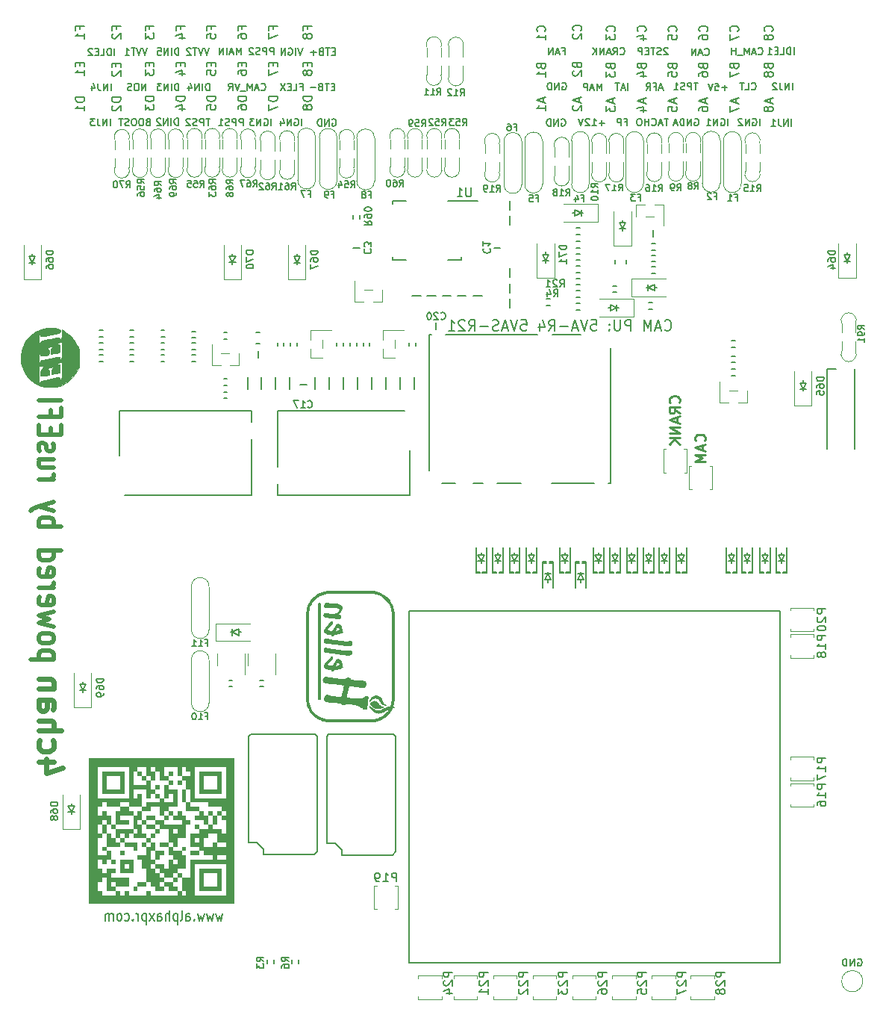
<source format=gbo>
G04 #@! TF.GenerationSoftware,KiCad,Pcbnew,7.0.1-115-g2ece2719d0*
G04 #@! TF.CreationDate,2023-04-03T01:08:23+03:00*
G04 #@! TF.ProjectId,alphax_4ch,616c7068-6178-45f3-9463-682e6b696361,G*
G04 #@! TF.SameCoordinates,PX141f5e0PYa2cace0*
G04 #@! TF.FileFunction,Legend,Bot*
G04 #@! TF.FilePolarity,Positive*
%FSLAX46Y46*%
G04 Gerber Fmt 4.6, Leading zero omitted, Abs format (unit mm)*
G04 Created by KiCad (PCBNEW 7.0.1-115-g2ece2719d0) date 2023-04-03 01:08:23*
%MOMM*%
%LPD*%
G01*
G04 APERTURE LIST*
%ADD10C,0.170000*%
%ADD11C,0.250000*%
%ADD12C,0.200000*%
%ADD13C,0.150000*%
%ADD14C,0.600000*%
%ADD15C,0.500000*%
%ADD16C,0.130000*%
%ADD17C,0.127000*%
%ADD18C,0.203200*%
%ADD19C,0.099060*%
%ADD20C,0.120000*%
%ADD21C,0.002540*%
G04 APERTURE END LIST*
D10*
X84310988Y98699686D02*
X84310988Y99499686D01*
X83510989Y99461591D02*
X83587179Y99499686D01*
X83587179Y99499686D02*
X83701465Y99499686D01*
X83701465Y99499686D02*
X83815751Y99461591D01*
X83815751Y99461591D02*
X83891941Y99385401D01*
X83891941Y99385401D02*
X83930036Y99309210D01*
X83930036Y99309210D02*
X83968132Y99156829D01*
X83968132Y99156829D02*
X83968132Y99042543D01*
X83968132Y99042543D02*
X83930036Y98890162D01*
X83930036Y98890162D02*
X83891941Y98813972D01*
X83891941Y98813972D02*
X83815751Y98737781D01*
X83815751Y98737781D02*
X83701465Y98699686D01*
X83701465Y98699686D02*
X83625274Y98699686D01*
X83625274Y98699686D02*
X83510989Y98737781D01*
X83510989Y98737781D02*
X83472893Y98775877D01*
X83472893Y98775877D02*
X83472893Y99042543D01*
X83472893Y99042543D02*
X83625274Y99042543D01*
X83130036Y98699686D02*
X83130036Y99499686D01*
X83130036Y99499686D02*
X82672893Y98699686D01*
X82672893Y98699686D02*
X82672893Y99499686D01*
X82330037Y99423496D02*
X82291941Y99461591D01*
X82291941Y99461591D02*
X82215751Y99499686D01*
X82215751Y99499686D02*
X82025275Y99499686D01*
X82025275Y99499686D02*
X81949084Y99461591D01*
X81949084Y99461591D02*
X81910989Y99423496D01*
X81910989Y99423496D02*
X81872894Y99347305D01*
X81872894Y99347305D02*
X81872894Y99271115D01*
X81872894Y99271115D02*
X81910989Y99156829D01*
X81910989Y99156829D02*
X82368132Y98699686D01*
X82368132Y98699686D02*
X81872894Y98699686D01*
D11*
X78040857Y62928572D02*
X78098000Y62985715D01*
X78098000Y62985715D02*
X78155142Y63157143D01*
X78155142Y63157143D02*
X78155142Y63271429D01*
X78155142Y63271429D02*
X78098000Y63442858D01*
X78098000Y63442858D02*
X77983714Y63557143D01*
X77983714Y63557143D02*
X77869428Y63614286D01*
X77869428Y63614286D02*
X77640857Y63671429D01*
X77640857Y63671429D02*
X77469428Y63671429D01*
X77469428Y63671429D02*
X77240857Y63614286D01*
X77240857Y63614286D02*
X77126571Y63557143D01*
X77126571Y63557143D02*
X77012285Y63442858D01*
X77012285Y63442858D02*
X76955142Y63271429D01*
X76955142Y63271429D02*
X76955142Y63157143D01*
X76955142Y63157143D02*
X77012285Y62985715D01*
X77012285Y62985715D02*
X77069428Y62928572D01*
X77812285Y62471429D02*
X77812285Y61900000D01*
X78155142Y62585715D02*
X76955142Y62185715D01*
X76955142Y62185715D02*
X78155142Y61785715D01*
X78155142Y61385715D02*
X76955142Y61385715D01*
X76955142Y61385715D02*
X77812285Y60985715D01*
X77812285Y60985715D02*
X76955142Y60585715D01*
X76955142Y60585715D02*
X78155142Y60585715D01*
D10*
X68480493Y106793257D02*
X68518589Y106755161D01*
X68518589Y106755161D02*
X68632874Y106717066D01*
X68632874Y106717066D02*
X68709065Y106717066D01*
X68709065Y106717066D02*
X68823351Y106755161D01*
X68823351Y106755161D02*
X68899541Y106831352D01*
X68899541Y106831352D02*
X68937636Y106907542D01*
X68937636Y106907542D02*
X68975732Y107059923D01*
X68975732Y107059923D02*
X68975732Y107174209D01*
X68975732Y107174209D02*
X68937636Y107326590D01*
X68937636Y107326590D02*
X68899541Y107402781D01*
X68899541Y107402781D02*
X68823351Y107478971D01*
X68823351Y107478971D02*
X68709065Y107517066D01*
X68709065Y107517066D02*
X68632874Y107517066D01*
X68632874Y107517066D02*
X68518589Y107478971D01*
X68518589Y107478971D02*
X68480493Y107440876D01*
X67680493Y106717066D02*
X67947160Y107098019D01*
X68137636Y106717066D02*
X68137636Y107517066D01*
X68137636Y107517066D02*
X67832874Y107517066D01*
X67832874Y107517066D02*
X67756684Y107478971D01*
X67756684Y107478971D02*
X67718589Y107440876D01*
X67718589Y107440876D02*
X67680493Y107364685D01*
X67680493Y107364685D02*
X67680493Y107250400D01*
X67680493Y107250400D02*
X67718589Y107174209D01*
X67718589Y107174209D02*
X67756684Y107136114D01*
X67756684Y107136114D02*
X67832874Y107098019D01*
X67832874Y107098019D02*
X68137636Y107098019D01*
X67375732Y106945638D02*
X66994779Y106945638D01*
X67451922Y106717066D02*
X67185255Y107517066D01*
X67185255Y107517066D02*
X66918589Y106717066D01*
X66651922Y106717066D02*
X66651922Y107517066D01*
X66651922Y107517066D02*
X66194779Y106717066D01*
X66194779Y106717066D02*
X66194779Y107517066D01*
X65813827Y106717066D02*
X65813827Y107517066D01*
X65356684Y106717066D02*
X65699542Y107174209D01*
X65356684Y107517066D02*
X65813827Y107059923D01*
D12*
X73528571Y75561143D02*
X73585714Y75504000D01*
X73585714Y75504000D02*
X73757142Y75446858D01*
X73757142Y75446858D02*
X73871428Y75446858D01*
X73871428Y75446858D02*
X74042857Y75504000D01*
X74042857Y75504000D02*
X74157142Y75618286D01*
X74157142Y75618286D02*
X74214285Y75732572D01*
X74214285Y75732572D02*
X74271428Y75961143D01*
X74271428Y75961143D02*
X74271428Y76132572D01*
X74271428Y76132572D02*
X74214285Y76361143D01*
X74214285Y76361143D02*
X74157142Y76475429D01*
X74157142Y76475429D02*
X74042857Y76589715D01*
X74042857Y76589715D02*
X73871428Y76646858D01*
X73871428Y76646858D02*
X73757142Y76646858D01*
X73757142Y76646858D02*
X73585714Y76589715D01*
X73585714Y76589715D02*
X73528571Y76532572D01*
X73071428Y75789715D02*
X72500000Y75789715D01*
X73185714Y75446858D02*
X72785714Y76646858D01*
X72785714Y76646858D02*
X72385714Y75446858D01*
X71985714Y75446858D02*
X71985714Y76646858D01*
X71985714Y76646858D02*
X71585714Y75789715D01*
X71585714Y75789715D02*
X71185714Y76646858D01*
X71185714Y76646858D02*
X71185714Y75446858D01*
X69699999Y75446858D02*
X69699999Y76646858D01*
X69699999Y76646858D02*
X69242856Y76646858D01*
X69242856Y76646858D02*
X69128571Y76589715D01*
X69128571Y76589715D02*
X69071428Y76532572D01*
X69071428Y76532572D02*
X69014285Y76418286D01*
X69014285Y76418286D02*
X69014285Y76246858D01*
X69014285Y76246858D02*
X69071428Y76132572D01*
X69071428Y76132572D02*
X69128571Y76075429D01*
X69128571Y76075429D02*
X69242856Y76018286D01*
X69242856Y76018286D02*
X69699999Y76018286D01*
X68499999Y76646858D02*
X68499999Y75675429D01*
X68499999Y75675429D02*
X68442856Y75561143D01*
X68442856Y75561143D02*
X68385714Y75504000D01*
X68385714Y75504000D02*
X68271428Y75446858D01*
X68271428Y75446858D02*
X68042856Y75446858D01*
X68042856Y75446858D02*
X67928571Y75504000D01*
X67928571Y75504000D02*
X67871428Y75561143D01*
X67871428Y75561143D02*
X67814285Y75675429D01*
X67814285Y75675429D02*
X67814285Y76646858D01*
X67242856Y75561143D02*
X67185713Y75504000D01*
X67185713Y75504000D02*
X67242856Y75446858D01*
X67242856Y75446858D02*
X67299999Y75504000D01*
X67299999Y75504000D02*
X67242856Y75561143D01*
X67242856Y75561143D02*
X67242856Y75446858D01*
X67242856Y76189715D02*
X67185713Y76132572D01*
X67185713Y76132572D02*
X67242856Y76075429D01*
X67242856Y76075429D02*
X67299999Y76132572D01*
X67299999Y76132572D02*
X67242856Y76189715D01*
X67242856Y76189715D02*
X67242856Y76075429D01*
X65185713Y76646858D02*
X65757141Y76646858D01*
X65757141Y76646858D02*
X65814284Y76075429D01*
X65814284Y76075429D02*
X65757141Y76132572D01*
X65757141Y76132572D02*
X65642856Y76189715D01*
X65642856Y76189715D02*
X65357141Y76189715D01*
X65357141Y76189715D02*
X65242856Y76132572D01*
X65242856Y76132572D02*
X65185713Y76075429D01*
X65185713Y76075429D02*
X65128570Y75961143D01*
X65128570Y75961143D02*
X65128570Y75675429D01*
X65128570Y75675429D02*
X65185713Y75561143D01*
X65185713Y75561143D02*
X65242856Y75504000D01*
X65242856Y75504000D02*
X65357141Y75446858D01*
X65357141Y75446858D02*
X65642856Y75446858D01*
X65642856Y75446858D02*
X65757141Y75504000D01*
X65757141Y75504000D02*
X65814284Y75561143D01*
X64785713Y76646858D02*
X64385713Y75446858D01*
X64385713Y75446858D02*
X63985713Y76646858D01*
X63642856Y75789715D02*
X63071428Y75789715D01*
X63757142Y75446858D02*
X63357142Y76646858D01*
X63357142Y76646858D02*
X62957142Y75446858D01*
X62557142Y75904000D02*
X61642857Y75904000D01*
X60385714Y75446858D02*
X60785714Y76018286D01*
X61071428Y75446858D02*
X61071428Y76646858D01*
X61071428Y76646858D02*
X60614285Y76646858D01*
X60614285Y76646858D02*
X60500000Y76589715D01*
X60500000Y76589715D02*
X60442857Y76532572D01*
X60442857Y76532572D02*
X60385714Y76418286D01*
X60385714Y76418286D02*
X60385714Y76246858D01*
X60385714Y76246858D02*
X60442857Y76132572D01*
X60442857Y76132572D02*
X60500000Y76075429D01*
X60500000Y76075429D02*
X60614285Y76018286D01*
X60614285Y76018286D02*
X61071428Y76018286D01*
X59357143Y76246858D02*
X59357143Y75446858D01*
X59642857Y76704000D02*
X59928571Y75846858D01*
X59928571Y75846858D02*
X59185714Y75846858D01*
X57242857Y76646858D02*
X57814285Y76646858D01*
X57814285Y76646858D02*
X57871428Y76075429D01*
X57871428Y76075429D02*
X57814285Y76132572D01*
X57814285Y76132572D02*
X57700000Y76189715D01*
X57700000Y76189715D02*
X57414285Y76189715D01*
X57414285Y76189715D02*
X57300000Y76132572D01*
X57300000Y76132572D02*
X57242857Y76075429D01*
X57242857Y76075429D02*
X57185714Y75961143D01*
X57185714Y75961143D02*
X57185714Y75675429D01*
X57185714Y75675429D02*
X57242857Y75561143D01*
X57242857Y75561143D02*
X57300000Y75504000D01*
X57300000Y75504000D02*
X57414285Y75446858D01*
X57414285Y75446858D02*
X57700000Y75446858D01*
X57700000Y75446858D02*
X57814285Y75504000D01*
X57814285Y75504000D02*
X57871428Y75561143D01*
X56842857Y76646858D02*
X56442857Y75446858D01*
X56442857Y75446858D02*
X56042857Y76646858D01*
X55700000Y75789715D02*
X55128572Y75789715D01*
X55814286Y75446858D02*
X55414286Y76646858D01*
X55414286Y76646858D02*
X55014286Y75446858D01*
X54671429Y75504000D02*
X54500001Y75446858D01*
X54500001Y75446858D02*
X54214286Y75446858D01*
X54214286Y75446858D02*
X54100001Y75504000D01*
X54100001Y75504000D02*
X54042858Y75561143D01*
X54042858Y75561143D02*
X53985715Y75675429D01*
X53985715Y75675429D02*
X53985715Y75789715D01*
X53985715Y75789715D02*
X54042858Y75904000D01*
X54042858Y75904000D02*
X54100001Y75961143D01*
X54100001Y75961143D02*
X54214286Y76018286D01*
X54214286Y76018286D02*
X54442858Y76075429D01*
X54442858Y76075429D02*
X54557143Y76132572D01*
X54557143Y76132572D02*
X54614286Y76189715D01*
X54614286Y76189715D02*
X54671429Y76304000D01*
X54671429Y76304000D02*
X54671429Y76418286D01*
X54671429Y76418286D02*
X54614286Y76532572D01*
X54614286Y76532572D02*
X54557143Y76589715D01*
X54557143Y76589715D02*
X54442858Y76646858D01*
X54442858Y76646858D02*
X54157143Y76646858D01*
X54157143Y76646858D02*
X53985715Y76589715D01*
X53471429Y75904000D02*
X52557144Y75904000D01*
X51300001Y75446858D02*
X51700001Y76018286D01*
X51985715Y75446858D02*
X51985715Y76646858D01*
X51985715Y76646858D02*
X51528572Y76646858D01*
X51528572Y76646858D02*
X51414287Y76589715D01*
X51414287Y76589715D02*
X51357144Y76532572D01*
X51357144Y76532572D02*
X51300001Y76418286D01*
X51300001Y76418286D02*
X51300001Y76246858D01*
X51300001Y76246858D02*
X51357144Y76132572D01*
X51357144Y76132572D02*
X51414287Y76075429D01*
X51414287Y76075429D02*
X51528572Y76018286D01*
X51528572Y76018286D02*
X51985715Y76018286D01*
X50842858Y76532572D02*
X50785715Y76589715D01*
X50785715Y76589715D02*
X50671430Y76646858D01*
X50671430Y76646858D02*
X50385715Y76646858D01*
X50385715Y76646858D02*
X50271430Y76589715D01*
X50271430Y76589715D02*
X50214287Y76532572D01*
X50214287Y76532572D02*
X50157144Y76418286D01*
X50157144Y76418286D02*
X50157144Y76304000D01*
X50157144Y76304000D02*
X50214287Y76132572D01*
X50214287Y76132572D02*
X50900001Y75446858D01*
X50900001Y75446858D02*
X50157144Y75446858D01*
X49014287Y75446858D02*
X49700001Y75446858D01*
X49357144Y75446858D02*
X49357144Y76646858D01*
X49357144Y76646858D02*
X49471430Y76475429D01*
X49471430Y76475429D02*
X49585715Y76361143D01*
X49585715Y76361143D02*
X49700001Y76304000D01*
D13*
X29081157Y105842522D02*
X29081157Y105509189D01*
X29604967Y105366332D02*
X29604967Y105842522D01*
X29604967Y105842522D02*
X28604967Y105842522D01*
X28604967Y105842522D02*
X28604967Y105366332D01*
X28604967Y105032998D02*
X28604967Y104366332D01*
X28604967Y104366332D02*
X29604967Y104794903D01*
D10*
X25469046Y106729905D02*
X25469046Y107529905D01*
X25469046Y107529905D02*
X25202380Y106958477D01*
X25202380Y106958477D02*
X24935713Y107529905D01*
X24935713Y107529905D02*
X24935713Y106729905D01*
X24592856Y106958477D02*
X24211903Y106958477D01*
X24669046Y106729905D02*
X24402379Y107529905D01*
X24402379Y107529905D02*
X24135713Y106729905D01*
X23869046Y106729905D02*
X23869046Y107529905D01*
X23488094Y106729905D02*
X23488094Y107529905D01*
X23488094Y107529905D02*
X23030951Y106729905D01*
X23030951Y106729905D02*
X23030951Y107529905D01*
D13*
X7181157Y109585380D02*
X7181157Y109918713D01*
X7704967Y109918713D02*
X6704967Y109918713D01*
X6704967Y109918713D02*
X6704967Y109442523D01*
X7704967Y108537761D02*
X7704967Y109109189D01*
X7704967Y108823475D02*
X6704967Y108823475D01*
X6704967Y108823475D02*
X6847824Y108918713D01*
X6847824Y108918713D02*
X6943062Y109013951D01*
X6943062Y109013951D02*
X6990681Y109109189D01*
D10*
X36121428Y107098953D02*
X35854762Y107098953D01*
X35740476Y106679905D02*
X36121428Y106679905D01*
X36121428Y106679905D02*
X36121428Y107479905D01*
X36121428Y107479905D02*
X35740476Y107479905D01*
X35511904Y107479905D02*
X35054761Y107479905D01*
X35283333Y106679905D02*
X35283333Y107479905D01*
X34521428Y107098953D02*
X34407142Y107060858D01*
X34407142Y107060858D02*
X34369047Y107022762D01*
X34369047Y107022762D02*
X34330951Y106946572D01*
X34330951Y106946572D02*
X34330951Y106832286D01*
X34330951Y106832286D02*
X34369047Y106756096D01*
X34369047Y106756096D02*
X34407142Y106718000D01*
X34407142Y106718000D02*
X34483332Y106679905D01*
X34483332Y106679905D02*
X34788094Y106679905D01*
X34788094Y106679905D02*
X34788094Y107479905D01*
X34788094Y107479905D02*
X34521428Y107479905D01*
X34521428Y107479905D02*
X34445237Y107441810D01*
X34445237Y107441810D02*
X34407142Y107403715D01*
X34407142Y107403715D02*
X34369047Y107327524D01*
X34369047Y107327524D02*
X34369047Y107251334D01*
X34369047Y107251334D02*
X34407142Y107175143D01*
X34407142Y107175143D02*
X34445237Y107137048D01*
X34445237Y107137048D02*
X34521428Y107098953D01*
X34521428Y107098953D02*
X34788094Y107098953D01*
X33988094Y106984667D02*
X33378571Y106984667D01*
X33683332Y106679905D02*
X33683332Y107289429D01*
X88206227Y106751956D02*
X88206227Y107551956D01*
X87825275Y106751956D02*
X87825275Y107551956D01*
X87825275Y107551956D02*
X87634799Y107551956D01*
X87634799Y107551956D02*
X87520513Y107513861D01*
X87520513Y107513861D02*
X87444323Y107437671D01*
X87444323Y107437671D02*
X87406228Y107361480D01*
X87406228Y107361480D02*
X87368132Y107209099D01*
X87368132Y107209099D02*
X87368132Y107094813D01*
X87368132Y107094813D02*
X87406228Y106942432D01*
X87406228Y106942432D02*
X87444323Y106866242D01*
X87444323Y106866242D02*
X87520513Y106790051D01*
X87520513Y106790051D02*
X87634799Y106751956D01*
X87634799Y106751956D02*
X87825275Y106751956D01*
X86644323Y106751956D02*
X87025275Y106751956D01*
X87025275Y106751956D02*
X87025275Y107551956D01*
X86377656Y107171004D02*
X86110990Y107171004D01*
X85996704Y106751956D02*
X86377656Y106751956D01*
X86377656Y106751956D02*
X86377656Y107551956D01*
X86377656Y107551956D02*
X85996704Y107551956D01*
X85234799Y106751956D02*
X85691942Y106751956D01*
X85463370Y106751956D02*
X85463370Y107551956D01*
X85463370Y107551956D02*
X85539561Y107437671D01*
X85539561Y107437671D02*
X85615751Y107361480D01*
X85615751Y107361480D02*
X85691942Y107323385D01*
D12*
X23390475Y9344858D02*
X23199999Y8544858D01*
X23199999Y8544858D02*
X23009523Y9116286D01*
X23009523Y9116286D02*
X22819047Y8544858D01*
X22819047Y8544858D02*
X22628571Y9344858D01*
X22342856Y9344858D02*
X22152380Y8544858D01*
X22152380Y8544858D02*
X21961904Y9116286D01*
X21961904Y9116286D02*
X21771428Y8544858D01*
X21771428Y8544858D02*
X21580952Y9344858D01*
X21295237Y9344858D02*
X21104761Y8544858D01*
X21104761Y8544858D02*
X20914285Y9116286D01*
X20914285Y9116286D02*
X20723809Y8544858D01*
X20723809Y8544858D02*
X20533333Y9344858D01*
X20152380Y8659143D02*
X20104761Y8602000D01*
X20104761Y8602000D02*
X20152380Y8544858D01*
X20152380Y8544858D02*
X20199999Y8602000D01*
X20199999Y8602000D02*
X20152380Y8659143D01*
X20152380Y8659143D02*
X20152380Y8544858D01*
X19247619Y8544858D02*
X19247619Y9173429D01*
X19247619Y9173429D02*
X19295238Y9287715D01*
X19295238Y9287715D02*
X19390476Y9344858D01*
X19390476Y9344858D02*
X19580952Y9344858D01*
X19580952Y9344858D02*
X19676190Y9287715D01*
X19247619Y8602000D02*
X19342857Y8544858D01*
X19342857Y8544858D02*
X19580952Y8544858D01*
X19580952Y8544858D02*
X19676190Y8602000D01*
X19676190Y8602000D02*
X19723809Y8716286D01*
X19723809Y8716286D02*
X19723809Y8830572D01*
X19723809Y8830572D02*
X19676190Y8944858D01*
X19676190Y8944858D02*
X19580952Y9002000D01*
X19580952Y9002000D02*
X19342857Y9002000D01*
X19342857Y9002000D02*
X19247619Y9059143D01*
X18628571Y8544858D02*
X18723809Y8602000D01*
X18723809Y8602000D02*
X18771428Y8716286D01*
X18771428Y8716286D02*
X18771428Y9744858D01*
X18247618Y9344858D02*
X18247618Y8144858D01*
X18247618Y9287715D02*
X18152380Y9344858D01*
X18152380Y9344858D02*
X17961904Y9344858D01*
X17961904Y9344858D02*
X17866666Y9287715D01*
X17866666Y9287715D02*
X17819047Y9230572D01*
X17819047Y9230572D02*
X17771428Y9116286D01*
X17771428Y9116286D02*
X17771428Y8773429D01*
X17771428Y8773429D02*
X17819047Y8659143D01*
X17819047Y8659143D02*
X17866666Y8602000D01*
X17866666Y8602000D02*
X17961904Y8544858D01*
X17961904Y8544858D02*
X18152380Y8544858D01*
X18152380Y8544858D02*
X18247618Y8602000D01*
X17342856Y8544858D02*
X17342856Y9744858D01*
X16914285Y8544858D02*
X16914285Y9173429D01*
X16914285Y9173429D02*
X16961904Y9287715D01*
X16961904Y9287715D02*
X17057142Y9344858D01*
X17057142Y9344858D02*
X17199999Y9344858D01*
X17199999Y9344858D02*
X17295237Y9287715D01*
X17295237Y9287715D02*
X17342856Y9230572D01*
X16009523Y8544858D02*
X16009523Y9173429D01*
X16009523Y9173429D02*
X16057142Y9287715D01*
X16057142Y9287715D02*
X16152380Y9344858D01*
X16152380Y9344858D02*
X16342856Y9344858D01*
X16342856Y9344858D02*
X16438094Y9287715D01*
X16009523Y8602000D02*
X16104761Y8544858D01*
X16104761Y8544858D02*
X16342856Y8544858D01*
X16342856Y8544858D02*
X16438094Y8602000D01*
X16438094Y8602000D02*
X16485713Y8716286D01*
X16485713Y8716286D02*
X16485713Y8830572D01*
X16485713Y8830572D02*
X16438094Y8944858D01*
X16438094Y8944858D02*
X16342856Y9002000D01*
X16342856Y9002000D02*
X16104761Y9002000D01*
X16104761Y9002000D02*
X16009523Y9059143D01*
X15628570Y8544858D02*
X15104761Y9344858D01*
X15628570Y9344858D02*
X15104761Y8544858D01*
X14723808Y9344858D02*
X14723808Y8144858D01*
X14723808Y9287715D02*
X14628570Y9344858D01*
X14628570Y9344858D02*
X14438094Y9344858D01*
X14438094Y9344858D02*
X14342856Y9287715D01*
X14342856Y9287715D02*
X14295237Y9230572D01*
X14295237Y9230572D02*
X14247618Y9116286D01*
X14247618Y9116286D02*
X14247618Y8773429D01*
X14247618Y8773429D02*
X14295237Y8659143D01*
X14295237Y8659143D02*
X14342856Y8602000D01*
X14342856Y8602000D02*
X14438094Y8544858D01*
X14438094Y8544858D02*
X14628570Y8544858D01*
X14628570Y8544858D02*
X14723808Y8602000D01*
X13819046Y8544858D02*
X13819046Y9344858D01*
X13819046Y9116286D02*
X13771427Y9230572D01*
X13771427Y9230572D02*
X13723808Y9287715D01*
X13723808Y9287715D02*
X13628570Y9344858D01*
X13628570Y9344858D02*
X13533332Y9344858D01*
X13199998Y8659143D02*
X13152379Y8602000D01*
X13152379Y8602000D02*
X13199998Y8544858D01*
X13199998Y8544858D02*
X13247617Y8602000D01*
X13247617Y8602000D02*
X13199998Y8659143D01*
X13199998Y8659143D02*
X13199998Y8544858D01*
X12295237Y8602000D02*
X12390475Y8544858D01*
X12390475Y8544858D02*
X12580951Y8544858D01*
X12580951Y8544858D02*
X12676189Y8602000D01*
X12676189Y8602000D02*
X12723808Y8659143D01*
X12723808Y8659143D02*
X12771427Y8773429D01*
X12771427Y8773429D02*
X12771427Y9116286D01*
X12771427Y9116286D02*
X12723808Y9230572D01*
X12723808Y9230572D02*
X12676189Y9287715D01*
X12676189Y9287715D02*
X12580951Y9344858D01*
X12580951Y9344858D02*
X12390475Y9344858D01*
X12390475Y9344858D02*
X12295237Y9287715D01*
X11723808Y8544858D02*
X11819046Y8602000D01*
X11819046Y8602000D02*
X11866665Y8659143D01*
X11866665Y8659143D02*
X11914284Y8773429D01*
X11914284Y8773429D02*
X11914284Y9116286D01*
X11914284Y9116286D02*
X11866665Y9230572D01*
X11866665Y9230572D02*
X11819046Y9287715D01*
X11819046Y9287715D02*
X11723808Y9344858D01*
X11723808Y9344858D02*
X11580951Y9344858D01*
X11580951Y9344858D02*
X11485713Y9287715D01*
X11485713Y9287715D02*
X11438094Y9230572D01*
X11438094Y9230572D02*
X11390475Y9116286D01*
X11390475Y9116286D02*
X11390475Y8773429D01*
X11390475Y8773429D02*
X11438094Y8659143D01*
X11438094Y8659143D02*
X11485713Y8602000D01*
X11485713Y8602000D02*
X11580951Y8544858D01*
X11580951Y8544858D02*
X11723808Y8544858D01*
X10961903Y8544858D02*
X10961903Y9344858D01*
X10961903Y9230572D02*
X10914284Y9287715D01*
X10914284Y9287715D02*
X10819046Y9344858D01*
X10819046Y9344858D02*
X10676189Y9344858D01*
X10676189Y9344858D02*
X10580951Y9287715D01*
X10580951Y9287715D02*
X10533332Y9173429D01*
X10533332Y9173429D02*
X10533332Y8544858D01*
X10533332Y9173429D02*
X10485713Y9287715D01*
X10485713Y9287715D02*
X10390475Y9344858D01*
X10390475Y9344858D02*
X10247618Y9344858D01*
X10247618Y9344858D02*
X10152379Y9287715D01*
X10152379Y9287715D02*
X10104760Y9173429D01*
X10104760Y9173429D02*
X10104760Y8544858D01*
D13*
X25581157Y109585380D02*
X25581157Y109918713D01*
X26104967Y109918713D02*
X25104967Y109918713D01*
X25104967Y109918713D02*
X25104967Y109442523D01*
X25104967Y108632999D02*
X25104967Y108823475D01*
X25104967Y108823475D02*
X25152586Y108918713D01*
X25152586Y108918713D02*
X25200205Y108966332D01*
X25200205Y108966332D02*
X25343062Y109061570D01*
X25343062Y109061570D02*
X25533538Y109109189D01*
X25533538Y109109189D02*
X25914490Y109109189D01*
X25914490Y109109189D02*
X26009728Y109061570D01*
X26009728Y109061570D02*
X26057348Y109013951D01*
X26057348Y109013951D02*
X26104967Y108918713D01*
X26104967Y108918713D02*
X26104967Y108728237D01*
X26104967Y108728237D02*
X26057348Y108632999D01*
X26057348Y108632999D02*
X26009728Y108585380D01*
X26009728Y108585380D02*
X25914490Y108537761D01*
X25914490Y108537761D02*
X25676395Y108537761D01*
X25676395Y108537761D02*
X25581157Y108585380D01*
X25581157Y108585380D02*
X25533538Y108632999D01*
X25533538Y108632999D02*
X25485919Y108728237D01*
X25485919Y108728237D02*
X25485919Y108918713D01*
X25485919Y108918713D02*
X25533538Y109013951D01*
X25533538Y109013951D02*
X25581157Y109061570D01*
X25581157Y109061570D02*
X25676395Y109109189D01*
X33504967Y101990141D02*
X32504967Y101990141D01*
X32504967Y101990141D02*
X32504967Y101752046D01*
X32504967Y101752046D02*
X32552586Y101609189D01*
X32552586Y101609189D02*
X32647824Y101513951D01*
X32647824Y101513951D02*
X32743062Y101466332D01*
X32743062Y101466332D02*
X32933538Y101418713D01*
X32933538Y101418713D02*
X33076395Y101418713D01*
X33076395Y101418713D02*
X33266871Y101466332D01*
X33266871Y101466332D02*
X33362109Y101513951D01*
X33362109Y101513951D02*
X33457348Y101609189D01*
X33457348Y101609189D02*
X33504967Y101752046D01*
X33504967Y101752046D02*
X33504967Y101990141D01*
X32933538Y100847284D02*
X32885919Y100942522D01*
X32885919Y100942522D02*
X32838300Y100990141D01*
X32838300Y100990141D02*
X32743062Y101037760D01*
X32743062Y101037760D02*
X32695443Y101037760D01*
X32695443Y101037760D02*
X32600205Y100990141D01*
X32600205Y100990141D02*
X32552586Y100942522D01*
X32552586Y100942522D02*
X32504967Y100847284D01*
X32504967Y100847284D02*
X32504967Y100656808D01*
X32504967Y100656808D02*
X32552586Y100561570D01*
X32552586Y100561570D02*
X32600205Y100513951D01*
X32600205Y100513951D02*
X32695443Y100466332D01*
X32695443Y100466332D02*
X32743062Y100466332D01*
X32743062Y100466332D02*
X32838300Y100513951D01*
X32838300Y100513951D02*
X32885919Y100561570D01*
X32885919Y100561570D02*
X32933538Y100656808D01*
X32933538Y100656808D02*
X32933538Y100847284D01*
X32933538Y100847284D02*
X32981157Y100942522D01*
X32981157Y100942522D02*
X33028776Y100990141D01*
X33028776Y100990141D02*
X33124014Y101037760D01*
X33124014Y101037760D02*
X33314490Y101037760D01*
X33314490Y101037760D02*
X33409728Y100990141D01*
X33409728Y100990141D02*
X33457348Y100942522D01*
X33457348Y100942522D02*
X33504967Y100847284D01*
X33504967Y100847284D02*
X33504967Y100656808D01*
X33504967Y100656808D02*
X33457348Y100561570D01*
X33457348Y100561570D02*
X33409728Y100513951D01*
X33409728Y100513951D02*
X33314490Y100466332D01*
X33314490Y100466332D02*
X33124014Y100466332D01*
X33124014Y100466332D02*
X33028776Y100513951D01*
X33028776Y100513951D02*
X32981157Y100561570D01*
X32981157Y100561570D02*
X32933538Y100656808D01*
D10*
X14845237Y107479905D02*
X14578570Y106679905D01*
X14578570Y106679905D02*
X14311904Y107479905D01*
X14159523Y107479905D02*
X13892856Y106679905D01*
X13892856Y106679905D02*
X13626190Y107479905D01*
X13473809Y107479905D02*
X13016666Y107479905D01*
X13245238Y106679905D02*
X13245238Y107479905D01*
X12330952Y106679905D02*
X12788095Y106679905D01*
X12559523Y106679905D02*
X12559523Y107479905D01*
X12559523Y107479905D02*
X12635714Y107365620D01*
X12635714Y107365620D02*
X12711904Y107289429D01*
X12711904Y107289429D02*
X12788095Y107251334D01*
X18349999Y98729905D02*
X18349999Y99529905D01*
X18349999Y99529905D02*
X18159523Y99529905D01*
X18159523Y99529905D02*
X18045237Y99491810D01*
X18045237Y99491810D02*
X17969047Y99415620D01*
X17969047Y99415620D02*
X17930952Y99339429D01*
X17930952Y99339429D02*
X17892856Y99187048D01*
X17892856Y99187048D02*
X17892856Y99072762D01*
X17892856Y99072762D02*
X17930952Y98920381D01*
X17930952Y98920381D02*
X17969047Y98844191D01*
X17969047Y98844191D02*
X18045237Y98768000D01*
X18045237Y98768000D02*
X18159523Y98729905D01*
X18159523Y98729905D02*
X18349999Y98729905D01*
X17549999Y98729905D02*
X17549999Y99529905D01*
X17169047Y98729905D02*
X17169047Y99529905D01*
X17169047Y99529905D02*
X16711904Y98729905D01*
X16711904Y98729905D02*
X16711904Y99529905D01*
X16369048Y99453715D02*
X16330952Y99491810D01*
X16330952Y99491810D02*
X16254762Y99529905D01*
X16254762Y99529905D02*
X16064286Y99529905D01*
X16064286Y99529905D02*
X15988095Y99491810D01*
X15988095Y99491810D02*
X15950000Y99453715D01*
X15950000Y99453715D02*
X15911905Y99377524D01*
X15911905Y99377524D02*
X15911905Y99301334D01*
X15911905Y99301334D02*
X15950000Y99187048D01*
X15950000Y99187048D02*
X16407143Y98729905D01*
X16407143Y98729905D02*
X15911905Y98729905D01*
D13*
X7181157Y105842522D02*
X7181157Y105509189D01*
X7704967Y105366332D02*
X7704967Y105842522D01*
X7704967Y105842522D02*
X6704967Y105842522D01*
X6704967Y105842522D02*
X6704967Y105366332D01*
X7704967Y104413951D02*
X7704967Y104985379D01*
X7704967Y104699665D02*
X6704967Y104699665D01*
X6704967Y104699665D02*
X6847824Y104794903D01*
X6847824Y104794903D02*
X6943062Y104890141D01*
X6943062Y104890141D02*
X6990681Y104985379D01*
X11804967Y101890141D02*
X10804967Y101890141D01*
X10804967Y101890141D02*
X10804967Y101652046D01*
X10804967Y101652046D02*
X10852586Y101509189D01*
X10852586Y101509189D02*
X10947824Y101413951D01*
X10947824Y101413951D02*
X11043062Y101366332D01*
X11043062Y101366332D02*
X11233538Y101318713D01*
X11233538Y101318713D02*
X11376395Y101318713D01*
X11376395Y101318713D02*
X11566871Y101366332D01*
X11566871Y101366332D02*
X11662109Y101413951D01*
X11662109Y101413951D02*
X11757348Y101509189D01*
X11757348Y101509189D02*
X11804967Y101652046D01*
X11804967Y101652046D02*
X11804967Y101890141D01*
X10900205Y100937760D02*
X10852586Y100890141D01*
X10852586Y100890141D02*
X10804967Y100794903D01*
X10804967Y100794903D02*
X10804967Y100556808D01*
X10804967Y100556808D02*
X10852586Y100461570D01*
X10852586Y100461570D02*
X10900205Y100413951D01*
X10900205Y100413951D02*
X10995443Y100366332D01*
X10995443Y100366332D02*
X11090681Y100366332D01*
X11090681Y100366332D02*
X11233538Y100413951D01*
X11233538Y100413951D02*
X11804967Y100985379D01*
X11804967Y100985379D02*
X11804967Y100366332D01*
D10*
X11116666Y106629905D02*
X11116666Y107429905D01*
X10735714Y106629905D02*
X10735714Y107429905D01*
X10735714Y107429905D02*
X10545238Y107429905D01*
X10545238Y107429905D02*
X10430952Y107391810D01*
X10430952Y107391810D02*
X10354762Y107315620D01*
X10354762Y107315620D02*
X10316667Y107239429D01*
X10316667Y107239429D02*
X10278571Y107087048D01*
X10278571Y107087048D02*
X10278571Y106972762D01*
X10278571Y106972762D02*
X10316667Y106820381D01*
X10316667Y106820381D02*
X10354762Y106744191D01*
X10354762Y106744191D02*
X10430952Y106668000D01*
X10430952Y106668000D02*
X10545238Y106629905D01*
X10545238Y106629905D02*
X10735714Y106629905D01*
X9554762Y106629905D02*
X9935714Y106629905D01*
X9935714Y106629905D02*
X9935714Y107429905D01*
X9288095Y107048953D02*
X9021429Y107048953D01*
X8907143Y106629905D02*
X9288095Y106629905D01*
X9288095Y106629905D02*
X9288095Y107429905D01*
X9288095Y107429905D02*
X8907143Y107429905D01*
X8602381Y107353715D02*
X8564285Y107391810D01*
X8564285Y107391810D02*
X8488095Y107429905D01*
X8488095Y107429905D02*
X8297619Y107429905D01*
X8297619Y107429905D02*
X8221428Y107391810D01*
X8221428Y107391810D02*
X8183333Y107353715D01*
X8183333Y107353715D02*
X8145238Y107277524D01*
X8145238Y107277524D02*
X8145238Y107201334D01*
X8145238Y107201334D02*
X8183333Y107087048D01*
X8183333Y107087048D02*
X8640476Y106629905D01*
X8640476Y106629905D02*
X8145238Y106629905D01*
D13*
X29081157Y109585380D02*
X29081157Y109918713D01*
X29604967Y109918713D02*
X28604967Y109918713D01*
X28604967Y109918713D02*
X28604967Y109442523D01*
X28604967Y109156808D02*
X28604967Y108490142D01*
X28604967Y108490142D02*
X29604967Y108918713D01*
D10*
X32476189Y107479905D02*
X32209522Y106679905D01*
X32209522Y106679905D02*
X31942856Y107479905D01*
X31676189Y106679905D02*
X31676189Y107479905D01*
X30876190Y107441810D02*
X30952380Y107479905D01*
X30952380Y107479905D02*
X31066666Y107479905D01*
X31066666Y107479905D02*
X31180952Y107441810D01*
X31180952Y107441810D02*
X31257142Y107365620D01*
X31257142Y107365620D02*
X31295237Y107289429D01*
X31295237Y107289429D02*
X31333333Y107137048D01*
X31333333Y107137048D02*
X31333333Y107022762D01*
X31333333Y107022762D02*
X31295237Y106870381D01*
X31295237Y106870381D02*
X31257142Y106794191D01*
X31257142Y106794191D02*
X31180952Y106718000D01*
X31180952Y106718000D02*
X31066666Y106679905D01*
X31066666Y106679905D02*
X30990475Y106679905D01*
X30990475Y106679905D02*
X30876190Y106718000D01*
X30876190Y106718000D02*
X30838094Y106756096D01*
X30838094Y106756096D02*
X30838094Y107022762D01*
X30838094Y107022762D02*
X30990475Y107022762D01*
X30495237Y106679905D02*
X30495237Y107479905D01*
X30495237Y107479905D02*
X30038094Y106679905D01*
X30038094Y106679905D02*
X30038094Y107479905D01*
D13*
X18581157Y105842522D02*
X18581157Y105509189D01*
X19104967Y105366332D02*
X19104967Y105842522D01*
X19104967Y105842522D02*
X18104967Y105842522D01*
X18104967Y105842522D02*
X18104967Y105366332D01*
X18438300Y104509189D02*
X19104967Y104509189D01*
X18057348Y104747284D02*
X18771633Y104985379D01*
X18771633Y104985379D02*
X18771633Y104366332D01*
X25581157Y105842522D02*
X25581157Y105509189D01*
X26104967Y105366332D02*
X26104967Y105842522D01*
X26104967Y105842522D02*
X25104967Y105842522D01*
X25104967Y105842522D02*
X25104967Y105366332D01*
X25104967Y104509189D02*
X25104967Y104699665D01*
X25104967Y104699665D02*
X25152586Y104794903D01*
X25152586Y104794903D02*
X25200205Y104842522D01*
X25200205Y104842522D02*
X25343062Y104937760D01*
X25343062Y104937760D02*
X25533538Y104985379D01*
X25533538Y104985379D02*
X25914490Y104985379D01*
X25914490Y104985379D02*
X26009728Y104937760D01*
X26009728Y104937760D02*
X26057348Y104890141D01*
X26057348Y104890141D02*
X26104967Y104794903D01*
X26104967Y104794903D02*
X26104967Y104604427D01*
X26104967Y104604427D02*
X26057348Y104509189D01*
X26057348Y104509189D02*
X26009728Y104461570D01*
X26009728Y104461570D02*
X25914490Y104413951D01*
X25914490Y104413951D02*
X25676395Y104413951D01*
X25676395Y104413951D02*
X25581157Y104461570D01*
X25581157Y104461570D02*
X25533538Y104509189D01*
X25533538Y104509189D02*
X25485919Y104604427D01*
X25485919Y104604427D02*
X25485919Y104794903D01*
X25485919Y104794903D02*
X25533538Y104890141D01*
X25533538Y104890141D02*
X25581157Y104937760D01*
X25581157Y104937760D02*
X25676395Y104985379D01*
D10*
X36071428Y103098953D02*
X35804762Y103098953D01*
X35690476Y102679905D02*
X36071428Y102679905D01*
X36071428Y102679905D02*
X36071428Y103479905D01*
X36071428Y103479905D02*
X35690476Y103479905D01*
X35461904Y103479905D02*
X35004761Y103479905D01*
X35233333Y102679905D02*
X35233333Y103479905D01*
X34471428Y103098953D02*
X34357142Y103060858D01*
X34357142Y103060858D02*
X34319047Y103022762D01*
X34319047Y103022762D02*
X34280951Y102946572D01*
X34280951Y102946572D02*
X34280951Y102832286D01*
X34280951Y102832286D02*
X34319047Y102756096D01*
X34319047Y102756096D02*
X34357142Y102718000D01*
X34357142Y102718000D02*
X34433332Y102679905D01*
X34433332Y102679905D02*
X34738094Y102679905D01*
X34738094Y102679905D02*
X34738094Y103479905D01*
X34738094Y103479905D02*
X34471428Y103479905D01*
X34471428Y103479905D02*
X34395237Y103441810D01*
X34395237Y103441810D02*
X34357142Y103403715D01*
X34357142Y103403715D02*
X34319047Y103327524D01*
X34319047Y103327524D02*
X34319047Y103251334D01*
X34319047Y103251334D02*
X34357142Y103175143D01*
X34357142Y103175143D02*
X34395237Y103137048D01*
X34395237Y103137048D02*
X34471428Y103098953D01*
X34471428Y103098953D02*
X34738094Y103098953D01*
X33938094Y102984667D02*
X33328571Y102984667D01*
D13*
X29604967Y101990141D02*
X28604967Y101990141D01*
X28604967Y101990141D02*
X28604967Y101752046D01*
X28604967Y101752046D02*
X28652586Y101609189D01*
X28652586Y101609189D02*
X28747824Y101513951D01*
X28747824Y101513951D02*
X28843062Y101466332D01*
X28843062Y101466332D02*
X29033538Y101418713D01*
X29033538Y101418713D02*
X29176395Y101418713D01*
X29176395Y101418713D02*
X29366871Y101466332D01*
X29366871Y101466332D02*
X29462109Y101513951D01*
X29462109Y101513951D02*
X29557348Y101609189D01*
X29557348Y101609189D02*
X29604967Y101752046D01*
X29604967Y101752046D02*
X29604967Y101990141D01*
X28604967Y101085379D02*
X28604967Y100418713D01*
X28604967Y100418713D02*
X29604967Y100847284D01*
D14*
X4230523Y26533334D02*
X2497190Y26533334D01*
X5221000Y25914286D02*
X3363857Y25295239D01*
X3363857Y25295239D02*
X3363857Y26904762D01*
X2621000Y29009524D02*
X2497190Y28761905D01*
X2497190Y28761905D02*
X2497190Y28266667D01*
X2497190Y28266667D02*
X2621000Y28019048D01*
X2621000Y28019048D02*
X2744809Y27895238D01*
X2744809Y27895238D02*
X2992428Y27771429D01*
X2992428Y27771429D02*
X3735285Y27771429D01*
X3735285Y27771429D02*
X3982904Y27895238D01*
X3982904Y27895238D02*
X4106714Y28019048D01*
X4106714Y28019048D02*
X4230523Y28266667D01*
X4230523Y28266667D02*
X4230523Y28761905D01*
X4230523Y28761905D02*
X4106714Y29009524D01*
X2497190Y30123809D02*
X5097190Y30123809D01*
X2497190Y31238095D02*
X3859095Y31238095D01*
X3859095Y31238095D02*
X4106714Y31114285D01*
X4106714Y31114285D02*
X4230523Y30866666D01*
X4230523Y30866666D02*
X4230523Y30495238D01*
X4230523Y30495238D02*
X4106714Y30247619D01*
X4106714Y30247619D02*
X3982904Y30123809D01*
X2497190Y33590476D02*
X3859095Y33590476D01*
X3859095Y33590476D02*
X4106714Y33466666D01*
X4106714Y33466666D02*
X4230523Y33219047D01*
X4230523Y33219047D02*
X4230523Y32723809D01*
X4230523Y32723809D02*
X4106714Y32476190D01*
X2621000Y33590476D02*
X2497190Y33342857D01*
X2497190Y33342857D02*
X2497190Y32723809D01*
X2497190Y32723809D02*
X2621000Y32476190D01*
X2621000Y32476190D02*
X2868619Y32352381D01*
X2868619Y32352381D02*
X3116238Y32352381D01*
X3116238Y32352381D02*
X3363857Y32476190D01*
X3363857Y32476190D02*
X3487666Y32723809D01*
X3487666Y32723809D02*
X3487666Y33342857D01*
X3487666Y33342857D02*
X3611476Y33590476D01*
X4230523Y34828571D02*
X2497190Y34828571D01*
X3982904Y34828571D02*
X4106714Y34952381D01*
X4106714Y34952381D02*
X4230523Y35200000D01*
X4230523Y35200000D02*
X4230523Y35571428D01*
X4230523Y35571428D02*
X4106714Y35819047D01*
X4106714Y35819047D02*
X3859095Y35942857D01*
X3859095Y35942857D02*
X2497190Y35942857D01*
D10*
X32202381Y103098953D02*
X32469047Y103098953D01*
X32469047Y102679905D02*
X32469047Y103479905D01*
X32469047Y103479905D02*
X32088095Y103479905D01*
X31402381Y102679905D02*
X31783333Y102679905D01*
X31783333Y102679905D02*
X31783333Y103479905D01*
X31135714Y103098953D02*
X30869048Y103098953D01*
X30754762Y102679905D02*
X31135714Y102679905D01*
X31135714Y102679905D02*
X31135714Y103479905D01*
X31135714Y103479905D02*
X30754762Y103479905D01*
X30488095Y103479905D02*
X29954761Y102679905D01*
X29954761Y103479905D02*
X30488095Y102679905D01*
X27749999Y102756096D02*
X27788095Y102718000D01*
X27788095Y102718000D02*
X27902380Y102679905D01*
X27902380Y102679905D02*
X27978571Y102679905D01*
X27978571Y102679905D02*
X28092857Y102718000D01*
X28092857Y102718000D02*
X28169047Y102794191D01*
X28169047Y102794191D02*
X28207142Y102870381D01*
X28207142Y102870381D02*
X28245238Y103022762D01*
X28245238Y103022762D02*
X28245238Y103137048D01*
X28245238Y103137048D02*
X28207142Y103289429D01*
X28207142Y103289429D02*
X28169047Y103365620D01*
X28169047Y103365620D02*
X28092857Y103441810D01*
X28092857Y103441810D02*
X27978571Y103479905D01*
X27978571Y103479905D02*
X27902380Y103479905D01*
X27902380Y103479905D02*
X27788095Y103441810D01*
X27788095Y103441810D02*
X27749999Y103403715D01*
X27445238Y102908477D02*
X27064285Y102908477D01*
X27521428Y102679905D02*
X27254761Y103479905D01*
X27254761Y103479905D02*
X26988095Y102679905D01*
X26721428Y102679905D02*
X26721428Y103479905D01*
X26721428Y103479905D02*
X26454762Y102908477D01*
X26454762Y102908477D02*
X26188095Y103479905D01*
X26188095Y103479905D02*
X26188095Y102679905D01*
X25997619Y102603715D02*
X25388095Y102603715D01*
X25311904Y103479905D02*
X25045237Y102679905D01*
X25045237Y102679905D02*
X24778571Y103479905D01*
X24054761Y102679905D02*
X24321428Y103060858D01*
X24511904Y102679905D02*
X24511904Y103479905D01*
X24511904Y103479905D02*
X24207142Y103479905D01*
X24207142Y103479905D02*
X24130952Y103441810D01*
X24130952Y103441810D02*
X24092857Y103403715D01*
X24092857Y103403715D02*
X24054761Y103327524D01*
X24054761Y103327524D02*
X24054761Y103213239D01*
X24054761Y103213239D02*
X24092857Y103137048D01*
X24092857Y103137048D02*
X24130952Y103098953D01*
X24130952Y103098953D02*
X24207142Y103060858D01*
X24207142Y103060858D02*
X24511904Y103060858D01*
X14916666Y99098953D02*
X14802380Y99060858D01*
X14802380Y99060858D02*
X14764285Y99022762D01*
X14764285Y99022762D02*
X14726189Y98946572D01*
X14726189Y98946572D02*
X14726189Y98832286D01*
X14726189Y98832286D02*
X14764285Y98756096D01*
X14764285Y98756096D02*
X14802380Y98718000D01*
X14802380Y98718000D02*
X14878570Y98679905D01*
X14878570Y98679905D02*
X15183332Y98679905D01*
X15183332Y98679905D02*
X15183332Y99479905D01*
X15183332Y99479905D02*
X14916666Y99479905D01*
X14916666Y99479905D02*
X14840475Y99441810D01*
X14840475Y99441810D02*
X14802380Y99403715D01*
X14802380Y99403715D02*
X14764285Y99327524D01*
X14764285Y99327524D02*
X14764285Y99251334D01*
X14764285Y99251334D02*
X14802380Y99175143D01*
X14802380Y99175143D02*
X14840475Y99137048D01*
X14840475Y99137048D02*
X14916666Y99098953D01*
X14916666Y99098953D02*
X15183332Y99098953D01*
X14230951Y99479905D02*
X14078570Y99479905D01*
X14078570Y99479905D02*
X14002380Y99441810D01*
X14002380Y99441810D02*
X13926189Y99365620D01*
X13926189Y99365620D02*
X13888094Y99213239D01*
X13888094Y99213239D02*
X13888094Y98946572D01*
X13888094Y98946572D02*
X13926189Y98794191D01*
X13926189Y98794191D02*
X14002380Y98718000D01*
X14002380Y98718000D02*
X14078570Y98679905D01*
X14078570Y98679905D02*
X14230951Y98679905D01*
X14230951Y98679905D02*
X14307142Y98718000D01*
X14307142Y98718000D02*
X14383332Y98794191D01*
X14383332Y98794191D02*
X14421428Y98946572D01*
X14421428Y98946572D02*
X14421428Y99213239D01*
X14421428Y99213239D02*
X14383332Y99365620D01*
X14383332Y99365620D02*
X14307142Y99441810D01*
X14307142Y99441810D02*
X14230951Y99479905D01*
X13392856Y99479905D02*
X13240475Y99479905D01*
X13240475Y99479905D02*
X13164285Y99441810D01*
X13164285Y99441810D02*
X13088094Y99365620D01*
X13088094Y99365620D02*
X13049999Y99213239D01*
X13049999Y99213239D02*
X13049999Y98946572D01*
X13049999Y98946572D02*
X13088094Y98794191D01*
X13088094Y98794191D02*
X13164285Y98718000D01*
X13164285Y98718000D02*
X13240475Y98679905D01*
X13240475Y98679905D02*
X13392856Y98679905D01*
X13392856Y98679905D02*
X13469047Y98718000D01*
X13469047Y98718000D02*
X13545237Y98794191D01*
X13545237Y98794191D02*
X13583333Y98946572D01*
X13583333Y98946572D02*
X13583333Y99213239D01*
X13583333Y99213239D02*
X13545237Y99365620D01*
X13545237Y99365620D02*
X13469047Y99441810D01*
X13469047Y99441810D02*
X13392856Y99479905D01*
X12745238Y98718000D02*
X12630952Y98679905D01*
X12630952Y98679905D02*
X12440476Y98679905D01*
X12440476Y98679905D02*
X12364285Y98718000D01*
X12364285Y98718000D02*
X12326190Y98756096D01*
X12326190Y98756096D02*
X12288095Y98832286D01*
X12288095Y98832286D02*
X12288095Y98908477D01*
X12288095Y98908477D02*
X12326190Y98984667D01*
X12326190Y98984667D02*
X12364285Y99022762D01*
X12364285Y99022762D02*
X12440476Y99060858D01*
X12440476Y99060858D02*
X12592857Y99098953D01*
X12592857Y99098953D02*
X12669047Y99137048D01*
X12669047Y99137048D02*
X12707142Y99175143D01*
X12707142Y99175143D02*
X12745238Y99251334D01*
X12745238Y99251334D02*
X12745238Y99327524D01*
X12745238Y99327524D02*
X12707142Y99403715D01*
X12707142Y99403715D02*
X12669047Y99441810D01*
X12669047Y99441810D02*
X12592857Y99479905D01*
X12592857Y99479905D02*
X12402380Y99479905D01*
X12402380Y99479905D02*
X12288095Y99441810D01*
X12059523Y99479905D02*
X11602380Y99479905D01*
X11830952Y98679905D02*
X11830952Y99479905D01*
X35809523Y99391810D02*
X35885713Y99429905D01*
X35885713Y99429905D02*
X35999999Y99429905D01*
X35999999Y99429905D02*
X36114285Y99391810D01*
X36114285Y99391810D02*
X36190475Y99315620D01*
X36190475Y99315620D02*
X36228570Y99239429D01*
X36228570Y99239429D02*
X36266666Y99087048D01*
X36266666Y99087048D02*
X36266666Y98972762D01*
X36266666Y98972762D02*
X36228570Y98820381D01*
X36228570Y98820381D02*
X36190475Y98744191D01*
X36190475Y98744191D02*
X36114285Y98668000D01*
X36114285Y98668000D02*
X35999999Y98629905D01*
X35999999Y98629905D02*
X35923808Y98629905D01*
X35923808Y98629905D02*
X35809523Y98668000D01*
X35809523Y98668000D02*
X35771427Y98706096D01*
X35771427Y98706096D02*
X35771427Y98972762D01*
X35771427Y98972762D02*
X35923808Y98972762D01*
X35428570Y98629905D02*
X35428570Y99429905D01*
X35428570Y99429905D02*
X34971427Y98629905D01*
X34971427Y98629905D02*
X34971427Y99429905D01*
X34590475Y98629905D02*
X34590475Y99429905D01*
X34590475Y99429905D02*
X34399999Y99429905D01*
X34399999Y99429905D02*
X34285713Y99391810D01*
X34285713Y99391810D02*
X34209523Y99315620D01*
X34209523Y99315620D02*
X34171428Y99239429D01*
X34171428Y99239429D02*
X34133332Y99087048D01*
X34133332Y99087048D02*
X34133332Y98972762D01*
X34133332Y98972762D02*
X34171428Y98820381D01*
X34171428Y98820381D02*
X34209523Y98744191D01*
X34209523Y98744191D02*
X34285713Y98668000D01*
X34285713Y98668000D02*
X34399999Y98629905D01*
X34399999Y98629905D02*
X34590475Y98629905D01*
D13*
X11331157Y109585380D02*
X11331157Y109918713D01*
X11854967Y109918713D02*
X10854967Y109918713D01*
X10854967Y109918713D02*
X10854967Y109442523D01*
X10950205Y109109189D02*
X10902586Y109061570D01*
X10902586Y109061570D02*
X10854967Y108966332D01*
X10854967Y108966332D02*
X10854967Y108728237D01*
X10854967Y108728237D02*
X10902586Y108632999D01*
X10902586Y108632999D02*
X10950205Y108585380D01*
X10950205Y108585380D02*
X11045443Y108537761D01*
X11045443Y108537761D02*
X11140681Y108537761D01*
X11140681Y108537761D02*
X11283538Y108585380D01*
X11283538Y108585380D02*
X11854967Y109156808D01*
X11854967Y109156808D02*
X11854967Y108537761D01*
D15*
X4230523Y38123810D02*
X1630523Y38123810D01*
X4106714Y38123810D02*
X4230523Y38333334D01*
X4230523Y38333334D02*
X4230523Y38752381D01*
X4230523Y38752381D02*
X4106714Y38961905D01*
X4106714Y38961905D02*
X3982904Y39066667D01*
X3982904Y39066667D02*
X3735285Y39171429D01*
X3735285Y39171429D02*
X2992428Y39171429D01*
X2992428Y39171429D02*
X2744809Y39066667D01*
X2744809Y39066667D02*
X2621000Y38961905D01*
X2621000Y38961905D02*
X2497190Y38752381D01*
X2497190Y38752381D02*
X2497190Y38333334D01*
X2497190Y38333334D02*
X2621000Y38123810D01*
X2497190Y40428572D02*
X2621000Y40219048D01*
X2621000Y40219048D02*
X2744809Y40114286D01*
X2744809Y40114286D02*
X2992428Y40009524D01*
X2992428Y40009524D02*
X3735285Y40009524D01*
X3735285Y40009524D02*
X3982904Y40114286D01*
X3982904Y40114286D02*
X4106714Y40219048D01*
X4106714Y40219048D02*
X4230523Y40428572D01*
X4230523Y40428572D02*
X4230523Y40742857D01*
X4230523Y40742857D02*
X4106714Y40952381D01*
X4106714Y40952381D02*
X3982904Y41057143D01*
X3982904Y41057143D02*
X3735285Y41161905D01*
X3735285Y41161905D02*
X2992428Y41161905D01*
X2992428Y41161905D02*
X2744809Y41057143D01*
X2744809Y41057143D02*
X2621000Y40952381D01*
X2621000Y40952381D02*
X2497190Y40742857D01*
X2497190Y40742857D02*
X2497190Y40428572D01*
X4230523Y41895238D02*
X2497190Y42314286D01*
X2497190Y42314286D02*
X3735285Y42733333D01*
X3735285Y42733333D02*
X2497190Y43152381D01*
X2497190Y43152381D02*
X4230523Y43571429D01*
X2621000Y45247619D02*
X2497190Y45038095D01*
X2497190Y45038095D02*
X2497190Y44619048D01*
X2497190Y44619048D02*
X2621000Y44409524D01*
X2621000Y44409524D02*
X2868619Y44304762D01*
X2868619Y44304762D02*
X3859095Y44304762D01*
X3859095Y44304762D02*
X4106714Y44409524D01*
X4106714Y44409524D02*
X4230523Y44619048D01*
X4230523Y44619048D02*
X4230523Y45038095D01*
X4230523Y45038095D02*
X4106714Y45247619D01*
X4106714Y45247619D02*
X3859095Y45352381D01*
X3859095Y45352381D02*
X3611476Y45352381D01*
X3611476Y45352381D02*
X3363857Y44304762D01*
X2497190Y46295238D02*
X4230523Y46295238D01*
X3735285Y46295238D02*
X3982904Y46400000D01*
X3982904Y46400000D02*
X4106714Y46504762D01*
X4106714Y46504762D02*
X4230523Y46714286D01*
X4230523Y46714286D02*
X4230523Y46923809D01*
X2621000Y48495238D02*
X2497190Y48285714D01*
X2497190Y48285714D02*
X2497190Y47866667D01*
X2497190Y47866667D02*
X2621000Y47657143D01*
X2621000Y47657143D02*
X2868619Y47552381D01*
X2868619Y47552381D02*
X3859095Y47552381D01*
X3859095Y47552381D02*
X4106714Y47657143D01*
X4106714Y47657143D02*
X4230523Y47866667D01*
X4230523Y47866667D02*
X4230523Y48285714D01*
X4230523Y48285714D02*
X4106714Y48495238D01*
X4106714Y48495238D02*
X3859095Y48600000D01*
X3859095Y48600000D02*
X3611476Y48600000D01*
X3611476Y48600000D02*
X3363857Y47552381D01*
X2497190Y50485714D02*
X5097190Y50485714D01*
X2621000Y50485714D02*
X2497190Y50276190D01*
X2497190Y50276190D02*
X2497190Y49857143D01*
X2497190Y49857143D02*
X2621000Y49647619D01*
X2621000Y49647619D02*
X2744809Y49542857D01*
X2744809Y49542857D02*
X2992428Y49438095D01*
X2992428Y49438095D02*
X3735285Y49438095D01*
X3735285Y49438095D02*
X3982904Y49542857D01*
X3982904Y49542857D02*
X4106714Y49647619D01*
X4106714Y49647619D02*
X4230523Y49857143D01*
X4230523Y49857143D02*
X4230523Y50276190D01*
X4230523Y50276190D02*
X4106714Y50485714D01*
X2497190Y53209523D02*
X5097190Y53209523D01*
X4106714Y53209523D02*
X4230523Y53419047D01*
X4230523Y53419047D02*
X4230523Y53838094D01*
X4230523Y53838094D02*
X4106714Y54047618D01*
X4106714Y54047618D02*
X3982904Y54152380D01*
X3982904Y54152380D02*
X3735285Y54257142D01*
X3735285Y54257142D02*
X2992428Y54257142D01*
X2992428Y54257142D02*
X2744809Y54152380D01*
X2744809Y54152380D02*
X2621000Y54047618D01*
X2621000Y54047618D02*
X2497190Y53838094D01*
X2497190Y53838094D02*
X2497190Y53419047D01*
X2497190Y53419047D02*
X2621000Y53209523D01*
X4230523Y54990475D02*
X2497190Y55514285D01*
X4230523Y56038094D02*
X2497190Y55514285D01*
X2497190Y55514285D02*
X1878142Y55304761D01*
X1878142Y55304761D02*
X1754333Y55199999D01*
X1754333Y55199999D02*
X1630523Y54990475D01*
X2497190Y58552379D02*
X4230523Y58552379D01*
X3735285Y58552379D02*
X3982904Y58657141D01*
X3982904Y58657141D02*
X4106714Y58761903D01*
X4106714Y58761903D02*
X4230523Y58971427D01*
X4230523Y58971427D02*
X4230523Y59180950D01*
X4230523Y60857141D02*
X2497190Y60857141D01*
X4230523Y59914284D02*
X2868619Y59914284D01*
X2868619Y59914284D02*
X2621000Y60019046D01*
X2621000Y60019046D02*
X2497190Y60228570D01*
X2497190Y60228570D02*
X2497190Y60542855D01*
X2497190Y60542855D02*
X2621000Y60752379D01*
X2621000Y60752379D02*
X2744809Y60857141D01*
X2621000Y61799998D02*
X2497190Y62009522D01*
X2497190Y62009522D02*
X2497190Y62428570D01*
X2497190Y62428570D02*
X2621000Y62638093D01*
X2621000Y62638093D02*
X2868619Y62742855D01*
X2868619Y62742855D02*
X2992428Y62742855D01*
X2992428Y62742855D02*
X3240047Y62638093D01*
X3240047Y62638093D02*
X3363857Y62428570D01*
X3363857Y62428570D02*
X3363857Y62114284D01*
X3363857Y62114284D02*
X3487666Y61904760D01*
X3487666Y61904760D02*
X3735285Y61799998D01*
X3735285Y61799998D02*
X3859095Y61799998D01*
X3859095Y61799998D02*
X4106714Y61904760D01*
X4106714Y61904760D02*
X4230523Y62114284D01*
X4230523Y62114284D02*
X4230523Y62428570D01*
X4230523Y62428570D02*
X4106714Y62638093D01*
X3859095Y63685712D02*
X3859095Y64419045D01*
X2497190Y64733331D02*
X2497190Y63685712D01*
X2497190Y63685712D02*
X5097190Y63685712D01*
X5097190Y63685712D02*
X5097190Y64733331D01*
X3859095Y66409521D02*
X3859095Y65676188D01*
X2497190Y65676188D02*
X5097190Y65676188D01*
X5097190Y65676188D02*
X5097190Y66723807D01*
X2497190Y67561902D02*
X5097190Y67561902D01*
D13*
X22604967Y101990141D02*
X21604967Y101990141D01*
X21604967Y101990141D02*
X21604967Y101752046D01*
X21604967Y101752046D02*
X21652586Y101609189D01*
X21652586Y101609189D02*
X21747824Y101513951D01*
X21747824Y101513951D02*
X21843062Y101466332D01*
X21843062Y101466332D02*
X22033538Y101418713D01*
X22033538Y101418713D02*
X22176395Y101418713D01*
X22176395Y101418713D02*
X22366871Y101466332D01*
X22366871Y101466332D02*
X22462109Y101513951D01*
X22462109Y101513951D02*
X22557348Y101609189D01*
X22557348Y101609189D02*
X22604967Y101752046D01*
X22604967Y101752046D02*
X22604967Y101990141D01*
X21604967Y100513951D02*
X21604967Y100990141D01*
X21604967Y100990141D02*
X22081157Y101037760D01*
X22081157Y101037760D02*
X22033538Y100990141D01*
X22033538Y100990141D02*
X21985919Y100894903D01*
X21985919Y100894903D02*
X21985919Y100656808D01*
X21985919Y100656808D02*
X22033538Y100561570D01*
X22033538Y100561570D02*
X22081157Y100513951D01*
X22081157Y100513951D02*
X22176395Y100466332D01*
X22176395Y100466332D02*
X22414490Y100466332D01*
X22414490Y100466332D02*
X22509728Y100513951D01*
X22509728Y100513951D02*
X22557348Y100561570D01*
X22557348Y100561570D02*
X22604967Y100656808D01*
X22604967Y100656808D02*
X22604967Y100894903D01*
X22604967Y100894903D02*
X22557348Y100990141D01*
X22557348Y100990141D02*
X22509728Y101037760D01*
D10*
X10704761Y102679905D02*
X10704761Y103479905D01*
X10323809Y102679905D02*
X10323809Y103479905D01*
X10323809Y103479905D02*
X9866666Y102679905D01*
X9866666Y102679905D02*
X9866666Y103479905D01*
X9257143Y103479905D02*
X9257143Y102908477D01*
X9257143Y102908477D02*
X9295238Y102794191D01*
X9295238Y102794191D02*
X9371429Y102718000D01*
X9371429Y102718000D02*
X9485714Y102679905D01*
X9485714Y102679905D02*
X9561905Y102679905D01*
X8533333Y103213239D02*
X8533333Y102679905D01*
X8723809Y103518000D02*
X8914286Y102946572D01*
X8914286Y102946572D02*
X8419047Y102946572D01*
X77289652Y103529905D02*
X76832509Y103529905D01*
X77061081Y102729905D02*
X77061081Y103529905D01*
X76565842Y102729905D02*
X76565842Y103529905D01*
X76565842Y103529905D02*
X76261080Y103529905D01*
X76261080Y103529905D02*
X76184890Y103491810D01*
X76184890Y103491810D02*
X76146795Y103453715D01*
X76146795Y103453715D02*
X76108699Y103377524D01*
X76108699Y103377524D02*
X76108699Y103263239D01*
X76108699Y103263239D02*
X76146795Y103187048D01*
X76146795Y103187048D02*
X76184890Y103148953D01*
X76184890Y103148953D02*
X76261080Y103110858D01*
X76261080Y103110858D02*
X76565842Y103110858D01*
X75803938Y102768000D02*
X75689652Y102729905D01*
X75689652Y102729905D02*
X75499176Y102729905D01*
X75499176Y102729905D02*
X75422985Y102768000D01*
X75422985Y102768000D02*
X75384890Y102806096D01*
X75384890Y102806096D02*
X75346795Y102882286D01*
X75346795Y102882286D02*
X75346795Y102958477D01*
X75346795Y102958477D02*
X75384890Y103034667D01*
X75384890Y103034667D02*
X75422985Y103072762D01*
X75422985Y103072762D02*
X75499176Y103110858D01*
X75499176Y103110858D02*
X75651557Y103148953D01*
X75651557Y103148953D02*
X75727747Y103187048D01*
X75727747Y103187048D02*
X75765842Y103225143D01*
X75765842Y103225143D02*
X75803938Y103301334D01*
X75803938Y103301334D02*
X75803938Y103377524D01*
X75803938Y103377524D02*
X75765842Y103453715D01*
X75765842Y103453715D02*
X75727747Y103491810D01*
X75727747Y103491810D02*
X75651557Y103529905D01*
X75651557Y103529905D02*
X75461080Y103529905D01*
X75461080Y103529905D02*
X75346795Y103491810D01*
X74584890Y102729905D02*
X75042033Y102729905D01*
X74813461Y102729905D02*
X74813461Y103529905D01*
X74813461Y103529905D02*
X74889652Y103415620D01*
X74889652Y103415620D02*
X74965842Y103339429D01*
X74965842Y103339429D02*
X75042033Y103301334D01*
X87879212Y98629905D02*
X87879212Y99429905D01*
X87498260Y98629905D02*
X87498260Y99429905D01*
X87498260Y99429905D02*
X87041117Y98629905D01*
X87041117Y98629905D02*
X87041117Y99429905D01*
X86431594Y99429905D02*
X86431594Y98858477D01*
X86431594Y98858477D02*
X86469689Y98744191D01*
X86469689Y98744191D02*
X86545880Y98668000D01*
X86545880Y98668000D02*
X86660165Y98629905D01*
X86660165Y98629905D02*
X86736356Y98629905D01*
X85631594Y98629905D02*
X86088737Y98629905D01*
X85860165Y98629905D02*
X85860165Y99429905D01*
X85860165Y99429905D02*
X85936356Y99315620D01*
X85936356Y99315620D02*
X86012546Y99239429D01*
X86012546Y99239429D02*
X86088737Y99201334D01*
X10654761Y98679905D02*
X10654761Y99479905D01*
X10273809Y98679905D02*
X10273809Y99479905D01*
X10273809Y99479905D02*
X9816666Y98679905D01*
X9816666Y98679905D02*
X9816666Y99479905D01*
X9207143Y99479905D02*
X9207143Y98908477D01*
X9207143Y98908477D02*
X9245238Y98794191D01*
X9245238Y98794191D02*
X9321429Y98718000D01*
X9321429Y98718000D02*
X9435714Y98679905D01*
X9435714Y98679905D02*
X9511905Y98679905D01*
X8902381Y99479905D02*
X8407143Y99479905D01*
X8407143Y99479905D02*
X8673809Y99175143D01*
X8673809Y99175143D02*
X8559524Y99175143D01*
X8559524Y99175143D02*
X8483333Y99137048D01*
X8483333Y99137048D02*
X8445238Y99098953D01*
X8445238Y99098953D02*
X8407143Y99022762D01*
X8407143Y99022762D02*
X8407143Y98832286D01*
X8407143Y98832286D02*
X8445238Y98756096D01*
X8445238Y98756096D02*
X8483333Y98718000D01*
X8483333Y98718000D02*
X8559524Y98679905D01*
X8559524Y98679905D02*
X8788095Y98679905D01*
X8788095Y98679905D02*
X8864286Y98718000D01*
X8864286Y98718000D02*
X8902381Y98756096D01*
D13*
X7704967Y101890141D02*
X6704967Y101890141D01*
X6704967Y101890141D02*
X6704967Y101652046D01*
X6704967Y101652046D02*
X6752586Y101509189D01*
X6752586Y101509189D02*
X6847824Y101413951D01*
X6847824Y101413951D02*
X6943062Y101366332D01*
X6943062Y101366332D02*
X7133538Y101318713D01*
X7133538Y101318713D02*
X7276395Y101318713D01*
X7276395Y101318713D02*
X7466871Y101366332D01*
X7466871Y101366332D02*
X7562109Y101413951D01*
X7562109Y101413951D02*
X7657348Y101509189D01*
X7657348Y101509189D02*
X7704967Y101652046D01*
X7704967Y101652046D02*
X7704967Y101890141D01*
X7704967Y100366332D02*
X7704967Y100937760D01*
X7704967Y100652046D02*
X6704967Y100652046D01*
X6704967Y100652046D02*
X6847824Y100747284D01*
X6847824Y100747284D02*
X6943062Y100842522D01*
X6943062Y100842522D02*
X6990681Y100937760D01*
D10*
X78077746Y106723477D02*
X78115842Y106685381D01*
X78115842Y106685381D02*
X78230127Y106647286D01*
X78230127Y106647286D02*
X78306318Y106647286D01*
X78306318Y106647286D02*
X78420604Y106685381D01*
X78420604Y106685381D02*
X78496794Y106761572D01*
X78496794Y106761572D02*
X78534889Y106837762D01*
X78534889Y106837762D02*
X78572985Y106990143D01*
X78572985Y106990143D02*
X78572985Y107104429D01*
X78572985Y107104429D02*
X78534889Y107256810D01*
X78534889Y107256810D02*
X78496794Y107333001D01*
X78496794Y107333001D02*
X78420604Y107409191D01*
X78420604Y107409191D02*
X78306318Y107447286D01*
X78306318Y107447286D02*
X78230127Y107447286D01*
X78230127Y107447286D02*
X78115842Y107409191D01*
X78115842Y107409191D02*
X78077746Y107371096D01*
X77772985Y106875858D02*
X77392032Y106875858D01*
X77849175Y106647286D02*
X77582508Y107447286D01*
X77582508Y107447286D02*
X77315842Y106647286D01*
X77049175Y106647286D02*
X77049175Y107447286D01*
X77049175Y107447286D02*
X76592032Y106647286D01*
X76592032Y106647286D02*
X76592032Y107447286D01*
D13*
X15081157Y105842522D02*
X15081157Y105509189D01*
X15604967Y105366332D02*
X15604967Y105842522D01*
X15604967Y105842522D02*
X14604967Y105842522D01*
X14604967Y105842522D02*
X14604967Y105366332D01*
X14604967Y105032998D02*
X14604967Y104413951D01*
X14604967Y104413951D02*
X14985919Y104747284D01*
X14985919Y104747284D02*
X14985919Y104604427D01*
X14985919Y104604427D02*
X15033538Y104509189D01*
X15033538Y104509189D02*
X15081157Y104461570D01*
X15081157Y104461570D02*
X15176395Y104413951D01*
X15176395Y104413951D02*
X15414490Y104413951D01*
X15414490Y104413951D02*
X15509728Y104461570D01*
X15509728Y104461570D02*
X15557348Y104509189D01*
X15557348Y104509189D02*
X15604967Y104604427D01*
X15604967Y104604427D02*
X15604967Y104890141D01*
X15604967Y104890141D02*
X15557348Y104985379D01*
X15557348Y104985379D02*
X15509728Y105032998D01*
D11*
X75140857Y67271429D02*
X75198000Y67328572D01*
X75198000Y67328572D02*
X75255142Y67500000D01*
X75255142Y67500000D02*
X75255142Y67614286D01*
X75255142Y67614286D02*
X75198000Y67785715D01*
X75198000Y67785715D02*
X75083714Y67900000D01*
X75083714Y67900000D02*
X74969428Y67957143D01*
X74969428Y67957143D02*
X74740857Y68014286D01*
X74740857Y68014286D02*
X74569428Y68014286D01*
X74569428Y68014286D02*
X74340857Y67957143D01*
X74340857Y67957143D02*
X74226571Y67900000D01*
X74226571Y67900000D02*
X74112285Y67785715D01*
X74112285Y67785715D02*
X74055142Y67614286D01*
X74055142Y67614286D02*
X74055142Y67500000D01*
X74055142Y67500000D02*
X74112285Y67328572D01*
X74112285Y67328572D02*
X74169428Y67271429D01*
X75255142Y66071429D02*
X74683714Y66471429D01*
X75255142Y66757143D02*
X74055142Y66757143D01*
X74055142Y66757143D02*
X74055142Y66300000D01*
X74055142Y66300000D02*
X74112285Y66185715D01*
X74112285Y66185715D02*
X74169428Y66128572D01*
X74169428Y66128572D02*
X74283714Y66071429D01*
X74283714Y66071429D02*
X74455142Y66071429D01*
X74455142Y66071429D02*
X74569428Y66128572D01*
X74569428Y66128572D02*
X74626571Y66185715D01*
X74626571Y66185715D02*
X74683714Y66300000D01*
X74683714Y66300000D02*
X74683714Y66757143D01*
X74912285Y65614286D02*
X74912285Y65042857D01*
X75255142Y65728572D02*
X74055142Y65328572D01*
X74055142Y65328572D02*
X75255142Y64928572D01*
X75255142Y64528572D02*
X74055142Y64528572D01*
X74055142Y64528572D02*
X75255142Y63842858D01*
X75255142Y63842858D02*
X74055142Y63842858D01*
X75255142Y63271429D02*
X74055142Y63271429D01*
X75255142Y62585715D02*
X74569428Y63100001D01*
X74055142Y62585715D02*
X74740857Y63271429D01*
D10*
X68987088Y99083843D02*
X69253754Y99083843D01*
X69253754Y98664795D02*
X69253754Y99464795D01*
X69253754Y99464795D02*
X68872802Y99464795D01*
X68568040Y98664795D02*
X68568040Y99464795D01*
X68568040Y99464795D02*
X68263278Y99464795D01*
X68263278Y99464795D02*
X68187088Y99426700D01*
X68187088Y99426700D02*
X68148993Y99388605D01*
X68148993Y99388605D02*
X68110897Y99312414D01*
X68110897Y99312414D02*
X68110897Y99198129D01*
X68110897Y99198129D02*
X68148993Y99121938D01*
X68148993Y99121938D02*
X68187088Y99083843D01*
X68187088Y99083843D02*
X68263278Y99045748D01*
X68263278Y99045748D02*
X68568040Y99045748D01*
X32349999Y98679905D02*
X32349999Y99479905D01*
X31550000Y99441810D02*
X31626190Y99479905D01*
X31626190Y99479905D02*
X31740476Y99479905D01*
X31740476Y99479905D02*
X31854762Y99441810D01*
X31854762Y99441810D02*
X31930952Y99365620D01*
X31930952Y99365620D02*
X31969047Y99289429D01*
X31969047Y99289429D02*
X32007143Y99137048D01*
X32007143Y99137048D02*
X32007143Y99022762D01*
X32007143Y99022762D02*
X31969047Y98870381D01*
X31969047Y98870381D02*
X31930952Y98794191D01*
X31930952Y98794191D02*
X31854762Y98718000D01*
X31854762Y98718000D02*
X31740476Y98679905D01*
X31740476Y98679905D02*
X31664285Y98679905D01*
X31664285Y98679905D02*
X31550000Y98718000D01*
X31550000Y98718000D02*
X31511904Y98756096D01*
X31511904Y98756096D02*
X31511904Y99022762D01*
X31511904Y99022762D02*
X31664285Y99022762D01*
X31169047Y98679905D02*
X31169047Y99479905D01*
X31169047Y99479905D02*
X30711904Y98679905D01*
X30711904Y98679905D02*
X30711904Y99479905D01*
X29988095Y99213239D02*
X29988095Y98679905D01*
X30178571Y99518000D02*
X30369048Y98946572D01*
X30369048Y98946572D02*
X29873809Y98946572D01*
X80717307Y98699686D02*
X80717307Y99499686D01*
X79917308Y99461591D02*
X79993498Y99499686D01*
X79993498Y99499686D02*
X80107784Y99499686D01*
X80107784Y99499686D02*
X80222070Y99461591D01*
X80222070Y99461591D02*
X80298260Y99385401D01*
X80298260Y99385401D02*
X80336355Y99309210D01*
X80336355Y99309210D02*
X80374451Y99156829D01*
X80374451Y99156829D02*
X80374451Y99042543D01*
X80374451Y99042543D02*
X80336355Y98890162D01*
X80336355Y98890162D02*
X80298260Y98813972D01*
X80298260Y98813972D02*
X80222070Y98737781D01*
X80222070Y98737781D02*
X80107784Y98699686D01*
X80107784Y98699686D02*
X80031593Y98699686D01*
X80031593Y98699686D02*
X79917308Y98737781D01*
X79917308Y98737781D02*
X79879212Y98775877D01*
X79879212Y98775877D02*
X79879212Y99042543D01*
X79879212Y99042543D02*
X80031593Y99042543D01*
X79536355Y98699686D02*
X79536355Y99499686D01*
X79536355Y99499686D02*
X79079212Y98699686D01*
X79079212Y98699686D02*
X79079212Y99499686D01*
X78279213Y98699686D02*
X78736356Y98699686D01*
X78507784Y98699686D02*
X78507784Y99499686D01*
X78507784Y99499686D02*
X78583975Y99385401D01*
X78583975Y99385401D02*
X78660165Y99309210D01*
X78660165Y99309210D02*
X78736356Y99271115D01*
D13*
X22081157Y105842522D02*
X22081157Y105509189D01*
X22604967Y105366332D02*
X22604967Y105842522D01*
X22604967Y105842522D02*
X21604967Y105842522D01*
X21604967Y105842522D02*
X21604967Y105366332D01*
X21604967Y104461570D02*
X21604967Y104937760D01*
X21604967Y104937760D02*
X22081157Y104985379D01*
X22081157Y104985379D02*
X22033538Y104937760D01*
X22033538Y104937760D02*
X21985919Y104842522D01*
X21985919Y104842522D02*
X21985919Y104604427D01*
X21985919Y104604427D02*
X22033538Y104509189D01*
X22033538Y104509189D02*
X22081157Y104461570D01*
X22081157Y104461570D02*
X22176395Y104413951D01*
X22176395Y104413951D02*
X22414490Y104413951D01*
X22414490Y104413951D02*
X22509728Y104461570D01*
X22509728Y104461570D02*
X22557348Y104509189D01*
X22557348Y104509189D02*
X22604967Y104604427D01*
X22604967Y104604427D02*
X22604967Y104842522D01*
X22604967Y104842522D02*
X22557348Y104937760D01*
X22557348Y104937760D02*
X22509728Y104985379D01*
X18581157Y109585380D02*
X18581157Y109918713D01*
X19104967Y109918713D02*
X18104967Y109918713D01*
X18104967Y109918713D02*
X18104967Y109442523D01*
X18438300Y108632999D02*
X19104967Y108632999D01*
X18057348Y108871094D02*
X18771633Y109109189D01*
X18771633Y109109189D02*
X18771633Y108490142D01*
D10*
X83382600Y102817260D02*
X83420696Y102779164D01*
X83420696Y102779164D02*
X83534981Y102741069D01*
X83534981Y102741069D02*
X83611172Y102741069D01*
X83611172Y102741069D02*
X83725458Y102779164D01*
X83725458Y102779164D02*
X83801648Y102855355D01*
X83801648Y102855355D02*
X83839743Y102931545D01*
X83839743Y102931545D02*
X83877839Y103083926D01*
X83877839Y103083926D02*
X83877839Y103198212D01*
X83877839Y103198212D02*
X83839743Y103350593D01*
X83839743Y103350593D02*
X83801648Y103426784D01*
X83801648Y103426784D02*
X83725458Y103502974D01*
X83725458Y103502974D02*
X83611172Y103541069D01*
X83611172Y103541069D02*
X83534981Y103541069D01*
X83534981Y103541069D02*
X83420696Y103502974D01*
X83420696Y103502974D02*
X83382600Y103464879D01*
X82658791Y102741069D02*
X83039743Y102741069D01*
X83039743Y102741069D02*
X83039743Y103541069D01*
X82506410Y103541069D02*
X82049267Y103541069D01*
X82277839Y102741069D02*
X82277839Y103541069D01*
D13*
X26104967Y101990141D02*
X25104967Y101990141D01*
X25104967Y101990141D02*
X25104967Y101752046D01*
X25104967Y101752046D02*
X25152586Y101609189D01*
X25152586Y101609189D02*
X25247824Y101513951D01*
X25247824Y101513951D02*
X25343062Y101466332D01*
X25343062Y101466332D02*
X25533538Y101418713D01*
X25533538Y101418713D02*
X25676395Y101418713D01*
X25676395Y101418713D02*
X25866871Y101466332D01*
X25866871Y101466332D02*
X25962109Y101513951D01*
X25962109Y101513951D02*
X26057348Y101609189D01*
X26057348Y101609189D02*
X26104967Y101752046D01*
X26104967Y101752046D02*
X26104967Y101990141D01*
X25104967Y100561570D02*
X25104967Y100752046D01*
X25104967Y100752046D02*
X25152586Y100847284D01*
X25152586Y100847284D02*
X25200205Y100894903D01*
X25200205Y100894903D02*
X25343062Y100990141D01*
X25343062Y100990141D02*
X25533538Y101037760D01*
X25533538Y101037760D02*
X25914490Y101037760D01*
X25914490Y101037760D02*
X26009728Y100990141D01*
X26009728Y100990141D02*
X26057348Y100942522D01*
X26057348Y100942522D02*
X26104967Y100847284D01*
X26104967Y100847284D02*
X26104967Y100656808D01*
X26104967Y100656808D02*
X26057348Y100561570D01*
X26057348Y100561570D02*
X26009728Y100513951D01*
X26009728Y100513951D02*
X25914490Y100466332D01*
X25914490Y100466332D02*
X25676395Y100466332D01*
X25676395Y100466332D02*
X25581157Y100513951D01*
X25581157Y100513951D02*
X25533538Y100561570D01*
X25533538Y100561570D02*
X25485919Y100656808D01*
X25485919Y100656808D02*
X25485919Y100847284D01*
X25485919Y100847284D02*
X25533538Y100942522D01*
X25533538Y100942522D02*
X25581157Y100990141D01*
X25581157Y100990141D02*
X25676395Y101037760D01*
D10*
X61809523Y99391810D02*
X61885713Y99429905D01*
X61885713Y99429905D02*
X61999999Y99429905D01*
X61999999Y99429905D02*
X62114285Y99391810D01*
X62114285Y99391810D02*
X62190475Y99315620D01*
X62190475Y99315620D02*
X62228570Y99239429D01*
X62228570Y99239429D02*
X62266666Y99087048D01*
X62266666Y99087048D02*
X62266666Y98972762D01*
X62266666Y98972762D02*
X62228570Y98820381D01*
X62228570Y98820381D02*
X62190475Y98744191D01*
X62190475Y98744191D02*
X62114285Y98668000D01*
X62114285Y98668000D02*
X61999999Y98629905D01*
X61999999Y98629905D02*
X61923808Y98629905D01*
X61923808Y98629905D02*
X61809523Y98668000D01*
X61809523Y98668000D02*
X61771427Y98706096D01*
X61771427Y98706096D02*
X61771427Y98972762D01*
X61771427Y98972762D02*
X61923808Y98972762D01*
X61428570Y98629905D02*
X61428570Y99429905D01*
X61428570Y99429905D02*
X60971427Y98629905D01*
X60971427Y98629905D02*
X60971427Y99429905D01*
X60590475Y98629905D02*
X60590475Y99429905D01*
X60590475Y99429905D02*
X60399999Y99429905D01*
X60399999Y99429905D02*
X60285713Y99391810D01*
X60285713Y99391810D02*
X60209523Y99315620D01*
X60209523Y99315620D02*
X60171428Y99239429D01*
X60171428Y99239429D02*
X60133332Y99087048D01*
X60133332Y99087048D02*
X60133332Y98972762D01*
X60133332Y98972762D02*
X60171428Y98820381D01*
X60171428Y98820381D02*
X60209523Y98744191D01*
X60209523Y98744191D02*
X60285713Y98668000D01*
X60285713Y98668000D02*
X60399999Y98629905D01*
X60399999Y98629905D02*
X60590475Y98629905D01*
X21940476Y99479905D02*
X21483333Y99479905D01*
X21711905Y98679905D02*
X21711905Y99479905D01*
X21216666Y98679905D02*
X21216666Y99479905D01*
X21216666Y99479905D02*
X20911904Y99479905D01*
X20911904Y99479905D02*
X20835714Y99441810D01*
X20835714Y99441810D02*
X20797619Y99403715D01*
X20797619Y99403715D02*
X20759523Y99327524D01*
X20759523Y99327524D02*
X20759523Y99213239D01*
X20759523Y99213239D02*
X20797619Y99137048D01*
X20797619Y99137048D02*
X20835714Y99098953D01*
X20835714Y99098953D02*
X20911904Y99060858D01*
X20911904Y99060858D02*
X21216666Y99060858D01*
X20454762Y98718000D02*
X20340476Y98679905D01*
X20340476Y98679905D02*
X20150000Y98679905D01*
X20150000Y98679905D02*
X20073809Y98718000D01*
X20073809Y98718000D02*
X20035714Y98756096D01*
X20035714Y98756096D02*
X19997619Y98832286D01*
X19997619Y98832286D02*
X19997619Y98908477D01*
X19997619Y98908477D02*
X20035714Y98984667D01*
X20035714Y98984667D02*
X20073809Y99022762D01*
X20073809Y99022762D02*
X20150000Y99060858D01*
X20150000Y99060858D02*
X20302381Y99098953D01*
X20302381Y99098953D02*
X20378571Y99137048D01*
X20378571Y99137048D02*
X20416666Y99175143D01*
X20416666Y99175143D02*
X20454762Y99251334D01*
X20454762Y99251334D02*
X20454762Y99327524D01*
X20454762Y99327524D02*
X20416666Y99403715D01*
X20416666Y99403715D02*
X20378571Y99441810D01*
X20378571Y99441810D02*
X20302381Y99479905D01*
X20302381Y99479905D02*
X20111904Y99479905D01*
X20111904Y99479905D02*
X19997619Y99441810D01*
X19692857Y99403715D02*
X19654761Y99441810D01*
X19654761Y99441810D02*
X19578571Y99479905D01*
X19578571Y99479905D02*
X19388095Y99479905D01*
X19388095Y99479905D02*
X19311904Y99441810D01*
X19311904Y99441810D02*
X19273809Y99403715D01*
X19273809Y99403715D02*
X19235714Y99327524D01*
X19235714Y99327524D02*
X19235714Y99251334D01*
X19235714Y99251334D02*
X19273809Y99137048D01*
X19273809Y99137048D02*
X19730952Y98679905D01*
X19730952Y98679905D02*
X19235714Y98679905D01*
X61909523Y103491810D02*
X61985713Y103529905D01*
X61985713Y103529905D02*
X62099999Y103529905D01*
X62099999Y103529905D02*
X62214285Y103491810D01*
X62214285Y103491810D02*
X62290475Y103415620D01*
X62290475Y103415620D02*
X62328570Y103339429D01*
X62328570Y103339429D02*
X62366666Y103187048D01*
X62366666Y103187048D02*
X62366666Y103072762D01*
X62366666Y103072762D02*
X62328570Y102920381D01*
X62328570Y102920381D02*
X62290475Y102844191D01*
X62290475Y102844191D02*
X62214285Y102768000D01*
X62214285Y102768000D02*
X62099999Y102729905D01*
X62099999Y102729905D02*
X62023808Y102729905D01*
X62023808Y102729905D02*
X61909523Y102768000D01*
X61909523Y102768000D02*
X61871427Y102806096D01*
X61871427Y102806096D02*
X61871427Y103072762D01*
X61871427Y103072762D02*
X62023808Y103072762D01*
X61528570Y102729905D02*
X61528570Y103529905D01*
X61528570Y103529905D02*
X61071427Y102729905D01*
X61071427Y102729905D02*
X61071427Y103529905D01*
X60690475Y102729905D02*
X60690475Y103529905D01*
X60690475Y103529905D02*
X60499999Y103529905D01*
X60499999Y103529905D02*
X60385713Y103491810D01*
X60385713Y103491810D02*
X60309523Y103415620D01*
X60309523Y103415620D02*
X60271428Y103339429D01*
X60271428Y103339429D02*
X60233332Y103187048D01*
X60233332Y103187048D02*
X60233332Y103072762D01*
X60233332Y103072762D02*
X60271428Y102920381D01*
X60271428Y102920381D02*
X60309523Y102844191D01*
X60309523Y102844191D02*
X60385713Y102768000D01*
X60385713Y102768000D02*
X60499999Y102729905D01*
X60499999Y102729905D02*
X60690475Y102729905D01*
X25721428Y98679905D02*
X25721428Y99479905D01*
X25721428Y99479905D02*
X25416666Y99479905D01*
X25416666Y99479905D02*
X25340476Y99441810D01*
X25340476Y99441810D02*
X25302381Y99403715D01*
X25302381Y99403715D02*
X25264285Y99327524D01*
X25264285Y99327524D02*
X25264285Y99213239D01*
X25264285Y99213239D02*
X25302381Y99137048D01*
X25302381Y99137048D02*
X25340476Y99098953D01*
X25340476Y99098953D02*
X25416666Y99060858D01*
X25416666Y99060858D02*
X25721428Y99060858D01*
X24921428Y98679905D02*
X24921428Y99479905D01*
X24921428Y99479905D02*
X24616666Y99479905D01*
X24616666Y99479905D02*
X24540476Y99441810D01*
X24540476Y99441810D02*
X24502381Y99403715D01*
X24502381Y99403715D02*
X24464285Y99327524D01*
X24464285Y99327524D02*
X24464285Y99213239D01*
X24464285Y99213239D02*
X24502381Y99137048D01*
X24502381Y99137048D02*
X24540476Y99098953D01*
X24540476Y99098953D02*
X24616666Y99060858D01*
X24616666Y99060858D02*
X24921428Y99060858D01*
X24159524Y98718000D02*
X24045238Y98679905D01*
X24045238Y98679905D02*
X23854762Y98679905D01*
X23854762Y98679905D02*
X23778571Y98718000D01*
X23778571Y98718000D02*
X23740476Y98756096D01*
X23740476Y98756096D02*
X23702381Y98832286D01*
X23702381Y98832286D02*
X23702381Y98908477D01*
X23702381Y98908477D02*
X23740476Y98984667D01*
X23740476Y98984667D02*
X23778571Y99022762D01*
X23778571Y99022762D02*
X23854762Y99060858D01*
X23854762Y99060858D02*
X24007143Y99098953D01*
X24007143Y99098953D02*
X24083333Y99137048D01*
X24083333Y99137048D02*
X24121428Y99175143D01*
X24121428Y99175143D02*
X24159524Y99251334D01*
X24159524Y99251334D02*
X24159524Y99327524D01*
X24159524Y99327524D02*
X24121428Y99403715D01*
X24121428Y99403715D02*
X24083333Y99441810D01*
X24083333Y99441810D02*
X24007143Y99479905D01*
X24007143Y99479905D02*
X23816666Y99479905D01*
X23816666Y99479905D02*
X23702381Y99441810D01*
X22940476Y98679905D02*
X23397619Y98679905D01*
X23169047Y98679905D02*
X23169047Y99479905D01*
X23169047Y99479905D02*
X23245238Y99365620D01*
X23245238Y99365620D02*
X23321428Y99289429D01*
X23321428Y99289429D02*
X23397619Y99251334D01*
X88014102Y102741069D02*
X88014102Y103541069D01*
X87633150Y102741069D02*
X87633150Y103541069D01*
X87633150Y103541069D02*
X87176007Y102741069D01*
X87176007Y102741069D02*
X87176007Y103541069D01*
X86566484Y103541069D02*
X86566484Y102969641D01*
X86566484Y102969641D02*
X86604579Y102855355D01*
X86604579Y102855355D02*
X86680770Y102779164D01*
X86680770Y102779164D02*
X86795055Y102741069D01*
X86795055Y102741069D02*
X86871246Y102741069D01*
X86223627Y103464879D02*
X86185531Y103502974D01*
X86185531Y103502974D02*
X86109341Y103541069D01*
X86109341Y103541069D02*
X85918865Y103541069D01*
X85918865Y103541069D02*
X85842674Y103502974D01*
X85842674Y103502974D02*
X85804579Y103464879D01*
X85804579Y103464879D02*
X85766484Y103388688D01*
X85766484Y103388688D02*
X85766484Y103312498D01*
X85766484Y103312498D02*
X85804579Y103198212D01*
X85804579Y103198212D02*
X86261722Y102741069D01*
X86261722Y102741069D02*
X85766484Y102741069D01*
X21899999Y102679905D02*
X21899999Y103479905D01*
X21899999Y103479905D02*
X21709523Y103479905D01*
X21709523Y103479905D02*
X21595237Y103441810D01*
X21595237Y103441810D02*
X21519047Y103365620D01*
X21519047Y103365620D02*
X21480952Y103289429D01*
X21480952Y103289429D02*
X21442856Y103137048D01*
X21442856Y103137048D02*
X21442856Y103022762D01*
X21442856Y103022762D02*
X21480952Y102870381D01*
X21480952Y102870381D02*
X21519047Y102794191D01*
X21519047Y102794191D02*
X21595237Y102718000D01*
X21595237Y102718000D02*
X21709523Y102679905D01*
X21709523Y102679905D02*
X21899999Y102679905D01*
X21099999Y102679905D02*
X21099999Y103479905D01*
X20719047Y102679905D02*
X20719047Y103479905D01*
X20719047Y103479905D02*
X20261904Y102679905D01*
X20261904Y102679905D02*
X20261904Y103479905D01*
X19538095Y103213239D02*
X19538095Y102679905D01*
X19728571Y103518000D02*
X19919048Y102946572D01*
X19919048Y102946572D02*
X19423809Y102946572D01*
X73293498Y102934751D02*
X72912545Y102934751D01*
X73369688Y102706179D02*
X73103021Y103506179D01*
X73103021Y103506179D02*
X72836355Y102706179D01*
X72303022Y103125227D02*
X72569688Y103125227D01*
X72569688Y102706179D02*
X72569688Y103506179D01*
X72569688Y103506179D02*
X72188736Y103506179D01*
X71426831Y102706179D02*
X71693498Y103087132D01*
X71883974Y102706179D02*
X71883974Y103506179D01*
X71883974Y103506179D02*
X71579212Y103506179D01*
X71579212Y103506179D02*
X71503022Y103468084D01*
X71503022Y103468084D02*
X71464927Y103429989D01*
X71464927Y103429989D02*
X71426831Y103353798D01*
X71426831Y103353798D02*
X71426831Y103239513D01*
X71426831Y103239513D02*
X71464927Y103163322D01*
X71464927Y103163322D02*
X71503022Y103125227D01*
X71503022Y103125227D02*
X71579212Y103087132D01*
X71579212Y103087132D02*
X71883974Y103087132D01*
X73866576Y107440876D02*
X73828480Y107478971D01*
X73828480Y107478971D02*
X73752290Y107517066D01*
X73752290Y107517066D02*
X73561814Y107517066D01*
X73561814Y107517066D02*
X73485623Y107478971D01*
X73485623Y107478971D02*
X73447528Y107440876D01*
X73447528Y107440876D02*
X73409433Y107364685D01*
X73409433Y107364685D02*
X73409433Y107288495D01*
X73409433Y107288495D02*
X73447528Y107174209D01*
X73447528Y107174209D02*
X73904671Y106717066D01*
X73904671Y106717066D02*
X73409433Y106717066D01*
X73104671Y106755161D02*
X72990385Y106717066D01*
X72990385Y106717066D02*
X72799909Y106717066D01*
X72799909Y106717066D02*
X72723718Y106755161D01*
X72723718Y106755161D02*
X72685623Y106793257D01*
X72685623Y106793257D02*
X72647528Y106869447D01*
X72647528Y106869447D02*
X72647528Y106945638D01*
X72647528Y106945638D02*
X72685623Y107021828D01*
X72685623Y107021828D02*
X72723718Y107059923D01*
X72723718Y107059923D02*
X72799909Y107098019D01*
X72799909Y107098019D02*
X72952290Y107136114D01*
X72952290Y107136114D02*
X73028480Y107174209D01*
X73028480Y107174209D02*
X73066575Y107212304D01*
X73066575Y107212304D02*
X73104671Y107288495D01*
X73104671Y107288495D02*
X73104671Y107364685D01*
X73104671Y107364685D02*
X73066575Y107440876D01*
X73066575Y107440876D02*
X73028480Y107478971D01*
X73028480Y107478971D02*
X72952290Y107517066D01*
X72952290Y107517066D02*
X72761813Y107517066D01*
X72761813Y107517066D02*
X72647528Y107478971D01*
X72418956Y107517066D02*
X71961813Y107517066D01*
X72190385Y106717066D02*
X72190385Y107517066D01*
X71695146Y107136114D02*
X71428480Y107136114D01*
X71314194Y106717066D02*
X71695146Y106717066D01*
X71695146Y106717066D02*
X71695146Y107517066D01*
X71695146Y107517066D02*
X71314194Y107517066D01*
X70971336Y106717066D02*
X70971336Y107517066D01*
X70971336Y107517066D02*
X70666574Y107517066D01*
X70666574Y107517066D02*
X70590384Y107478971D01*
X70590384Y107478971D02*
X70552289Y107440876D01*
X70552289Y107440876D02*
X70514193Y107364685D01*
X70514193Y107364685D02*
X70514193Y107250400D01*
X70514193Y107250400D02*
X70552289Y107174209D01*
X70552289Y107174209D02*
X70590384Y107136114D01*
X70590384Y107136114D02*
X70666574Y107098019D01*
X70666574Y107098019D02*
X70971336Y107098019D01*
X84142947Y106793257D02*
X84181043Y106755161D01*
X84181043Y106755161D02*
X84295328Y106717066D01*
X84295328Y106717066D02*
X84371519Y106717066D01*
X84371519Y106717066D02*
X84485805Y106755161D01*
X84485805Y106755161D02*
X84561995Y106831352D01*
X84561995Y106831352D02*
X84600090Y106907542D01*
X84600090Y106907542D02*
X84638186Y107059923D01*
X84638186Y107059923D02*
X84638186Y107174209D01*
X84638186Y107174209D02*
X84600090Y107326590D01*
X84600090Y107326590D02*
X84561995Y107402781D01*
X84561995Y107402781D02*
X84485805Y107478971D01*
X84485805Y107478971D02*
X84371519Y107517066D01*
X84371519Y107517066D02*
X84295328Y107517066D01*
X84295328Y107517066D02*
X84181043Y107478971D01*
X84181043Y107478971D02*
X84142947Y107440876D01*
X83838186Y106945638D02*
X83457233Y106945638D01*
X83914376Y106717066D02*
X83647709Y107517066D01*
X83647709Y107517066D02*
X83381043Y106717066D01*
X83114376Y106717066D02*
X83114376Y107517066D01*
X83114376Y107517066D02*
X82847710Y106945638D01*
X82847710Y106945638D02*
X82581043Y107517066D01*
X82581043Y107517066D02*
X82581043Y106717066D01*
X82390567Y106640876D02*
X81781043Y106640876D01*
X81590566Y106717066D02*
X81590566Y107517066D01*
X81590566Y107136114D02*
X81133423Y107136114D01*
X81133423Y106717066D02*
X81133423Y107517066D01*
X61952289Y107136114D02*
X62218955Y107136114D01*
X62218955Y106717066D02*
X62218955Y107517066D01*
X62218955Y107517066D02*
X61838003Y107517066D01*
X61571337Y106945638D02*
X61190384Y106945638D01*
X61647527Y106717066D02*
X61380860Y107517066D01*
X61380860Y107517066D02*
X61114194Y106717066D01*
X60847527Y106717066D02*
X60847527Y107517066D01*
X60847527Y107517066D02*
X60390384Y106717066D01*
X60390384Y106717066D02*
X60390384Y107517066D01*
D13*
X15081157Y109585380D02*
X15081157Y109918713D01*
X15604967Y109918713D02*
X14604967Y109918713D01*
X14604967Y109918713D02*
X14604967Y109442523D01*
X14604967Y109156808D02*
X14604967Y108537761D01*
X14604967Y108537761D02*
X14985919Y108871094D01*
X14985919Y108871094D02*
X14985919Y108728237D01*
X14985919Y108728237D02*
X15033538Y108632999D01*
X15033538Y108632999D02*
X15081157Y108585380D01*
X15081157Y108585380D02*
X15176395Y108537761D01*
X15176395Y108537761D02*
X15414490Y108537761D01*
X15414490Y108537761D02*
X15509728Y108585380D01*
X15509728Y108585380D02*
X15557348Y108632999D01*
X15557348Y108632999D02*
X15604967Y108728237D01*
X15604967Y108728237D02*
X15604967Y109013951D01*
X15604967Y109013951D02*
X15557348Y109109189D01*
X15557348Y109109189D02*
X15509728Y109156808D01*
X32981157Y105842522D02*
X32981157Y105509189D01*
X33504967Y105366332D02*
X33504967Y105842522D01*
X33504967Y105842522D02*
X32504967Y105842522D01*
X32504967Y105842522D02*
X32504967Y105366332D01*
X32933538Y104794903D02*
X32885919Y104890141D01*
X32885919Y104890141D02*
X32838300Y104937760D01*
X32838300Y104937760D02*
X32743062Y104985379D01*
X32743062Y104985379D02*
X32695443Y104985379D01*
X32695443Y104985379D02*
X32600205Y104937760D01*
X32600205Y104937760D02*
X32552586Y104890141D01*
X32552586Y104890141D02*
X32504967Y104794903D01*
X32504967Y104794903D02*
X32504967Y104604427D01*
X32504967Y104604427D02*
X32552586Y104509189D01*
X32552586Y104509189D02*
X32600205Y104461570D01*
X32600205Y104461570D02*
X32695443Y104413951D01*
X32695443Y104413951D02*
X32743062Y104413951D01*
X32743062Y104413951D02*
X32838300Y104461570D01*
X32838300Y104461570D02*
X32885919Y104509189D01*
X32885919Y104509189D02*
X32933538Y104604427D01*
X32933538Y104604427D02*
X32933538Y104794903D01*
X32933538Y104794903D02*
X32981157Y104890141D01*
X32981157Y104890141D02*
X33028776Y104937760D01*
X33028776Y104937760D02*
X33124014Y104985379D01*
X33124014Y104985379D02*
X33314490Y104985379D01*
X33314490Y104985379D02*
X33409728Y104937760D01*
X33409728Y104937760D02*
X33457348Y104890141D01*
X33457348Y104890141D02*
X33504967Y104794903D01*
X33504967Y104794903D02*
X33504967Y104604427D01*
X33504967Y104604427D02*
X33457348Y104509189D01*
X33457348Y104509189D02*
X33409728Y104461570D01*
X33409728Y104461570D02*
X33314490Y104413951D01*
X33314490Y104413951D02*
X33124014Y104413951D01*
X33124014Y104413951D02*
X33028776Y104461570D01*
X33028776Y104461570D02*
X32981157Y104509189D01*
X32981157Y104509189D02*
X32933538Y104604427D01*
D10*
X28899999Y98679905D02*
X28899999Y99479905D01*
X28100000Y99441810D02*
X28176190Y99479905D01*
X28176190Y99479905D02*
X28290476Y99479905D01*
X28290476Y99479905D02*
X28404762Y99441810D01*
X28404762Y99441810D02*
X28480952Y99365620D01*
X28480952Y99365620D02*
X28519047Y99289429D01*
X28519047Y99289429D02*
X28557143Y99137048D01*
X28557143Y99137048D02*
X28557143Y99022762D01*
X28557143Y99022762D02*
X28519047Y98870381D01*
X28519047Y98870381D02*
X28480952Y98794191D01*
X28480952Y98794191D02*
X28404762Y98718000D01*
X28404762Y98718000D02*
X28290476Y98679905D01*
X28290476Y98679905D02*
X28214285Y98679905D01*
X28214285Y98679905D02*
X28100000Y98718000D01*
X28100000Y98718000D02*
X28061904Y98756096D01*
X28061904Y98756096D02*
X28061904Y99022762D01*
X28061904Y99022762D02*
X28214285Y99022762D01*
X27719047Y98679905D02*
X27719047Y99479905D01*
X27719047Y99479905D02*
X27261904Y98679905D01*
X27261904Y98679905D02*
X27261904Y99479905D01*
X26957143Y99479905D02*
X26461905Y99479905D01*
X26461905Y99479905D02*
X26728571Y99175143D01*
X26728571Y99175143D02*
X26614286Y99175143D01*
X26614286Y99175143D02*
X26538095Y99137048D01*
X26538095Y99137048D02*
X26500000Y99098953D01*
X26500000Y99098953D02*
X26461905Y99022762D01*
X26461905Y99022762D02*
X26461905Y98832286D01*
X26461905Y98832286D02*
X26500000Y98756096D01*
X26500000Y98756096D02*
X26538095Y98718000D01*
X26538095Y98718000D02*
X26614286Y98679905D01*
X26614286Y98679905D02*
X26842857Y98679905D01*
X26842857Y98679905D02*
X26919048Y98718000D01*
X26919048Y98718000D02*
X26957143Y98756096D01*
D13*
X32981157Y109585380D02*
X32981157Y109918713D01*
X33504967Y109918713D02*
X32504967Y109918713D01*
X32504967Y109918713D02*
X32504967Y109442523D01*
X32933538Y108918713D02*
X32885919Y109013951D01*
X32885919Y109013951D02*
X32838300Y109061570D01*
X32838300Y109061570D02*
X32743062Y109109189D01*
X32743062Y109109189D02*
X32695443Y109109189D01*
X32695443Y109109189D02*
X32600205Y109061570D01*
X32600205Y109061570D02*
X32552586Y109013951D01*
X32552586Y109013951D02*
X32504967Y108918713D01*
X32504967Y108918713D02*
X32504967Y108728237D01*
X32504967Y108728237D02*
X32552586Y108632999D01*
X32552586Y108632999D02*
X32600205Y108585380D01*
X32600205Y108585380D02*
X32695443Y108537761D01*
X32695443Y108537761D02*
X32743062Y108537761D01*
X32743062Y108537761D02*
X32838300Y108585380D01*
X32838300Y108585380D02*
X32885919Y108632999D01*
X32885919Y108632999D02*
X32933538Y108728237D01*
X32933538Y108728237D02*
X32933538Y108918713D01*
X32933538Y108918713D02*
X32981157Y109013951D01*
X32981157Y109013951D02*
X33028776Y109061570D01*
X33028776Y109061570D02*
X33124014Y109109189D01*
X33124014Y109109189D02*
X33314490Y109109189D01*
X33314490Y109109189D02*
X33409728Y109061570D01*
X33409728Y109061570D02*
X33457348Y109013951D01*
X33457348Y109013951D02*
X33504967Y108918713D01*
X33504967Y108918713D02*
X33504967Y108728237D01*
X33504967Y108728237D02*
X33457348Y108632999D01*
X33457348Y108632999D02*
X33409728Y108585380D01*
X33409728Y108585380D02*
X33314490Y108537761D01*
X33314490Y108537761D02*
X33124014Y108537761D01*
X33124014Y108537761D02*
X33028776Y108585380D01*
X33028776Y108585380D02*
X32981157Y108632999D01*
X32981157Y108632999D02*
X32933538Y108728237D01*
D10*
X29171428Y106729905D02*
X29171428Y107529905D01*
X29171428Y107529905D02*
X28866666Y107529905D01*
X28866666Y107529905D02*
X28790476Y107491810D01*
X28790476Y107491810D02*
X28752381Y107453715D01*
X28752381Y107453715D02*
X28714285Y107377524D01*
X28714285Y107377524D02*
X28714285Y107263239D01*
X28714285Y107263239D02*
X28752381Y107187048D01*
X28752381Y107187048D02*
X28790476Y107148953D01*
X28790476Y107148953D02*
X28866666Y107110858D01*
X28866666Y107110858D02*
X29171428Y107110858D01*
X28371428Y106729905D02*
X28371428Y107529905D01*
X28371428Y107529905D02*
X28066666Y107529905D01*
X28066666Y107529905D02*
X27990476Y107491810D01*
X27990476Y107491810D02*
X27952381Y107453715D01*
X27952381Y107453715D02*
X27914285Y107377524D01*
X27914285Y107377524D02*
X27914285Y107263239D01*
X27914285Y107263239D02*
X27952381Y107187048D01*
X27952381Y107187048D02*
X27990476Y107148953D01*
X27990476Y107148953D02*
X28066666Y107110858D01*
X28066666Y107110858D02*
X28371428Y107110858D01*
X27609524Y106768000D02*
X27495238Y106729905D01*
X27495238Y106729905D02*
X27304762Y106729905D01*
X27304762Y106729905D02*
X27228571Y106768000D01*
X27228571Y106768000D02*
X27190476Y106806096D01*
X27190476Y106806096D02*
X27152381Y106882286D01*
X27152381Y106882286D02*
X27152381Y106958477D01*
X27152381Y106958477D02*
X27190476Y107034667D01*
X27190476Y107034667D02*
X27228571Y107072762D01*
X27228571Y107072762D02*
X27304762Y107110858D01*
X27304762Y107110858D02*
X27457143Y107148953D01*
X27457143Y107148953D02*
X27533333Y107187048D01*
X27533333Y107187048D02*
X27571428Y107225143D01*
X27571428Y107225143D02*
X27609524Y107301334D01*
X27609524Y107301334D02*
X27609524Y107377524D01*
X27609524Y107377524D02*
X27571428Y107453715D01*
X27571428Y107453715D02*
X27533333Y107491810D01*
X27533333Y107491810D02*
X27457143Y107529905D01*
X27457143Y107529905D02*
X27266666Y107529905D01*
X27266666Y107529905D02*
X27152381Y107491810D01*
X26847619Y107453715D02*
X26809523Y107491810D01*
X26809523Y107491810D02*
X26733333Y107529905D01*
X26733333Y107529905D02*
X26542857Y107529905D01*
X26542857Y107529905D02*
X26466666Y107491810D01*
X26466666Y107491810D02*
X26428571Y107453715D01*
X26428571Y107453715D02*
X26390476Y107377524D01*
X26390476Y107377524D02*
X26390476Y107301334D01*
X26390476Y107301334D02*
X26428571Y107187048D01*
X26428571Y107187048D02*
X26885714Y106729905D01*
X26885714Y106729905D02*
X26390476Y106729905D01*
X95424762Y4201604D02*
X95502857Y4240652D01*
X95502857Y4240652D02*
X95620000Y4240652D01*
X95620000Y4240652D02*
X95737143Y4201604D01*
X95737143Y4201604D02*
X95815238Y4123509D01*
X95815238Y4123509D02*
X95854285Y4045414D01*
X95854285Y4045414D02*
X95893333Y3889223D01*
X95893333Y3889223D02*
X95893333Y3772080D01*
X95893333Y3772080D02*
X95854285Y3615890D01*
X95854285Y3615890D02*
X95815238Y3537795D01*
X95815238Y3537795D02*
X95737143Y3459699D01*
X95737143Y3459699D02*
X95620000Y3420652D01*
X95620000Y3420652D02*
X95541904Y3420652D01*
X95541904Y3420652D02*
X95424762Y3459699D01*
X95424762Y3459699D02*
X95385714Y3498747D01*
X95385714Y3498747D02*
X95385714Y3772080D01*
X95385714Y3772080D02*
X95541904Y3772080D01*
X95034285Y3420652D02*
X95034285Y4240652D01*
X95034285Y4240652D02*
X94565714Y3420652D01*
X94565714Y3420652D02*
X94565714Y4240652D01*
X94175237Y3420652D02*
X94175237Y4240652D01*
X94175237Y4240652D02*
X93979999Y4240652D01*
X93979999Y4240652D02*
X93862856Y4201604D01*
X93862856Y4201604D02*
X93784761Y4123509D01*
X93784761Y4123509D02*
X93745714Y4045414D01*
X93745714Y4045414D02*
X93706666Y3889223D01*
X93706666Y3889223D02*
X93706666Y3772080D01*
X93706666Y3772080D02*
X93745714Y3615890D01*
X93745714Y3615890D02*
X93784761Y3537795D01*
X93784761Y3537795D02*
X93862856Y3459699D01*
X93862856Y3459699D02*
X93979999Y3420652D01*
X93979999Y3420652D02*
X94175237Y3420652D01*
X18399999Y102679905D02*
X18399999Y103479905D01*
X18399999Y103479905D02*
X18209523Y103479905D01*
X18209523Y103479905D02*
X18095237Y103441810D01*
X18095237Y103441810D02*
X18019047Y103365620D01*
X18019047Y103365620D02*
X17980952Y103289429D01*
X17980952Y103289429D02*
X17942856Y103137048D01*
X17942856Y103137048D02*
X17942856Y103022762D01*
X17942856Y103022762D02*
X17980952Y102870381D01*
X17980952Y102870381D02*
X18019047Y102794191D01*
X18019047Y102794191D02*
X18095237Y102718000D01*
X18095237Y102718000D02*
X18209523Y102679905D01*
X18209523Y102679905D02*
X18399999Y102679905D01*
X17599999Y102679905D02*
X17599999Y103479905D01*
X17219047Y102679905D02*
X17219047Y103479905D01*
X17219047Y103479905D02*
X16761904Y102679905D01*
X16761904Y102679905D02*
X16761904Y103479905D01*
X16457143Y103479905D02*
X15961905Y103479905D01*
X15961905Y103479905D02*
X16228571Y103175143D01*
X16228571Y103175143D02*
X16114286Y103175143D01*
X16114286Y103175143D02*
X16038095Y103137048D01*
X16038095Y103137048D02*
X16000000Y103098953D01*
X16000000Y103098953D02*
X15961905Y103022762D01*
X15961905Y103022762D02*
X15961905Y102832286D01*
X15961905Y102832286D02*
X16000000Y102756096D01*
X16000000Y102756096D02*
X16038095Y102718000D01*
X16038095Y102718000D02*
X16114286Y102679905D01*
X16114286Y102679905D02*
X16342857Y102679905D01*
X16342857Y102679905D02*
X16419048Y102718000D01*
X16419048Y102718000D02*
X16457143Y102756096D01*
D13*
X11281157Y105742522D02*
X11281157Y105409189D01*
X11804967Y105266332D02*
X11804967Y105742522D01*
X11804967Y105742522D02*
X10804967Y105742522D01*
X10804967Y105742522D02*
X10804967Y105266332D01*
X10900205Y104885379D02*
X10852586Y104837760D01*
X10852586Y104837760D02*
X10804967Y104742522D01*
X10804967Y104742522D02*
X10804967Y104504427D01*
X10804967Y104504427D02*
X10852586Y104409189D01*
X10852586Y104409189D02*
X10900205Y104361570D01*
X10900205Y104361570D02*
X10995443Y104313951D01*
X10995443Y104313951D02*
X11090681Y104313951D01*
X11090681Y104313951D02*
X11233538Y104361570D01*
X11233538Y104361570D02*
X11804967Y104932998D01*
X11804967Y104932998D02*
X11804967Y104313951D01*
X15604967Y101990141D02*
X14604967Y101990141D01*
X14604967Y101990141D02*
X14604967Y101752046D01*
X14604967Y101752046D02*
X14652586Y101609189D01*
X14652586Y101609189D02*
X14747824Y101513951D01*
X14747824Y101513951D02*
X14843062Y101466332D01*
X14843062Y101466332D02*
X15033538Y101418713D01*
X15033538Y101418713D02*
X15176395Y101418713D01*
X15176395Y101418713D02*
X15366871Y101466332D01*
X15366871Y101466332D02*
X15462109Y101513951D01*
X15462109Y101513951D02*
X15557348Y101609189D01*
X15557348Y101609189D02*
X15604967Y101752046D01*
X15604967Y101752046D02*
X15604967Y101990141D01*
X14604967Y101085379D02*
X14604967Y100466332D01*
X14604967Y100466332D02*
X14985919Y100799665D01*
X14985919Y100799665D02*
X14985919Y100656808D01*
X14985919Y100656808D02*
X15033538Y100561570D01*
X15033538Y100561570D02*
X15081157Y100513951D01*
X15081157Y100513951D02*
X15176395Y100466332D01*
X15176395Y100466332D02*
X15414490Y100466332D01*
X15414490Y100466332D02*
X15509728Y100513951D01*
X15509728Y100513951D02*
X15557348Y100561570D01*
X15557348Y100561570D02*
X15604967Y100656808D01*
X15604967Y100656808D02*
X15604967Y100942522D01*
X15604967Y100942522D02*
X15557348Y101037760D01*
X15557348Y101037760D02*
X15509728Y101085379D01*
D10*
X76945787Y99461591D02*
X77021977Y99499686D01*
X77021977Y99499686D02*
X77136263Y99499686D01*
X77136263Y99499686D02*
X77250549Y99461591D01*
X77250549Y99461591D02*
X77326739Y99385401D01*
X77326739Y99385401D02*
X77364834Y99309210D01*
X77364834Y99309210D02*
X77402930Y99156829D01*
X77402930Y99156829D02*
X77402930Y99042543D01*
X77402930Y99042543D02*
X77364834Y98890162D01*
X77364834Y98890162D02*
X77326739Y98813972D01*
X77326739Y98813972D02*
X77250549Y98737781D01*
X77250549Y98737781D02*
X77136263Y98699686D01*
X77136263Y98699686D02*
X77060072Y98699686D01*
X77060072Y98699686D02*
X76945787Y98737781D01*
X76945787Y98737781D02*
X76907691Y98775877D01*
X76907691Y98775877D02*
X76907691Y99042543D01*
X76907691Y99042543D02*
X77060072Y99042543D01*
X76564834Y98699686D02*
X76564834Y99499686D01*
X76564834Y99499686D02*
X76107691Y98699686D01*
X76107691Y98699686D02*
X76107691Y99499686D01*
X75726739Y98699686D02*
X75726739Y99499686D01*
X75726739Y99499686D02*
X75536263Y99499686D01*
X75536263Y99499686D02*
X75421977Y99461591D01*
X75421977Y99461591D02*
X75345787Y99385401D01*
X75345787Y99385401D02*
X75307692Y99309210D01*
X75307692Y99309210D02*
X75269596Y99156829D01*
X75269596Y99156829D02*
X75269596Y99042543D01*
X75269596Y99042543D02*
X75307692Y98890162D01*
X75307692Y98890162D02*
X75345787Y98813972D01*
X75345787Y98813972D02*
X75421977Y98737781D01*
X75421977Y98737781D02*
X75536263Y98699686D01*
X75536263Y98699686D02*
X75726739Y98699686D01*
X74964835Y98928258D02*
X74583882Y98928258D01*
X75041025Y98699686D02*
X74774358Y99499686D01*
X74774358Y99499686D02*
X74507692Y98699686D01*
X80610988Y102976051D02*
X80001465Y102976051D01*
X80306226Y102671289D02*
X80306226Y103280813D01*
X79239560Y103471289D02*
X79620512Y103471289D01*
X79620512Y103471289D02*
X79658608Y103090337D01*
X79658608Y103090337D02*
X79620512Y103128432D01*
X79620512Y103128432D02*
X79544322Y103166527D01*
X79544322Y103166527D02*
X79353846Y103166527D01*
X79353846Y103166527D02*
X79277655Y103128432D01*
X79277655Y103128432D02*
X79239560Y103090337D01*
X79239560Y103090337D02*
X79201465Y103014146D01*
X79201465Y103014146D02*
X79201465Y102823670D01*
X79201465Y102823670D02*
X79239560Y102747480D01*
X79239560Y102747480D02*
X79277655Y102709384D01*
X79277655Y102709384D02*
X79353846Y102671289D01*
X79353846Y102671289D02*
X79544322Y102671289D01*
X79544322Y102671289D02*
X79620512Y102709384D01*
X79620512Y102709384D02*
X79658608Y102747480D01*
X78972893Y103471289D02*
X78706226Y102671289D01*
X78706226Y102671289D02*
X78439560Y103471289D01*
X14678570Y102679905D02*
X14678570Y103479905D01*
X14678570Y103479905D02*
X14221427Y102679905D01*
X14221427Y102679905D02*
X14221427Y103479905D01*
X13688094Y103479905D02*
X13535713Y103479905D01*
X13535713Y103479905D02*
X13459523Y103441810D01*
X13459523Y103441810D02*
X13383332Y103365620D01*
X13383332Y103365620D02*
X13345237Y103213239D01*
X13345237Y103213239D02*
X13345237Y102946572D01*
X13345237Y102946572D02*
X13383332Y102794191D01*
X13383332Y102794191D02*
X13459523Y102718000D01*
X13459523Y102718000D02*
X13535713Y102679905D01*
X13535713Y102679905D02*
X13688094Y102679905D01*
X13688094Y102679905D02*
X13764285Y102718000D01*
X13764285Y102718000D02*
X13840475Y102794191D01*
X13840475Y102794191D02*
X13878571Y102946572D01*
X13878571Y102946572D02*
X13878571Y103213239D01*
X13878571Y103213239D02*
X13840475Y103365620D01*
X13840475Y103365620D02*
X13764285Y103441810D01*
X13764285Y103441810D02*
X13688094Y103479905D01*
X13040476Y102718000D02*
X12926190Y102679905D01*
X12926190Y102679905D02*
X12735714Y102679905D01*
X12735714Y102679905D02*
X12659523Y102718000D01*
X12659523Y102718000D02*
X12621428Y102756096D01*
X12621428Y102756096D02*
X12583333Y102832286D01*
X12583333Y102832286D02*
X12583333Y102908477D01*
X12583333Y102908477D02*
X12621428Y102984667D01*
X12621428Y102984667D02*
X12659523Y103022762D01*
X12659523Y103022762D02*
X12735714Y103060858D01*
X12735714Y103060858D02*
X12888095Y103098953D01*
X12888095Y103098953D02*
X12964285Y103137048D01*
X12964285Y103137048D02*
X13002380Y103175143D01*
X13002380Y103175143D02*
X13040476Y103251334D01*
X13040476Y103251334D02*
X13040476Y103327524D01*
X13040476Y103327524D02*
X13002380Y103403715D01*
X13002380Y103403715D02*
X12964285Y103441810D01*
X12964285Y103441810D02*
X12888095Y103479905D01*
X12888095Y103479905D02*
X12697618Y103479905D01*
X12697618Y103479905D02*
X12583333Y103441810D01*
X66356776Y102671289D02*
X66356776Y103471289D01*
X66356776Y103471289D02*
X66090110Y102899861D01*
X66090110Y102899861D02*
X65823443Y103471289D01*
X65823443Y103471289D02*
X65823443Y102671289D01*
X65480586Y102899861D02*
X65099633Y102899861D01*
X65556776Y102671289D02*
X65290109Y103471289D01*
X65290109Y103471289D02*
X65023443Y102671289D01*
X64756776Y102671289D02*
X64756776Y103471289D01*
X64756776Y103471289D02*
X64452014Y103471289D01*
X64452014Y103471289D02*
X64375824Y103433194D01*
X64375824Y103433194D02*
X64337729Y103395099D01*
X64337729Y103395099D02*
X64299633Y103318908D01*
X64299633Y103318908D02*
X64299633Y103204623D01*
X64299633Y103204623D02*
X64337729Y103128432D01*
X64337729Y103128432D02*
X64375824Y103090337D01*
X64375824Y103090337D02*
X64452014Y103052242D01*
X64452014Y103052242D02*
X64756776Y103052242D01*
X21845237Y107479905D02*
X21578570Y106679905D01*
X21578570Y106679905D02*
X21311904Y107479905D01*
X21159523Y107479905D02*
X20892856Y106679905D01*
X20892856Y106679905D02*
X20626190Y107479905D01*
X20473809Y107479905D02*
X20016666Y107479905D01*
X20245238Y106679905D02*
X20245238Y107479905D01*
X19788095Y107403715D02*
X19749999Y107441810D01*
X19749999Y107441810D02*
X19673809Y107479905D01*
X19673809Y107479905D02*
X19483333Y107479905D01*
X19483333Y107479905D02*
X19407142Y107441810D01*
X19407142Y107441810D02*
X19369047Y107403715D01*
X19369047Y107403715D02*
X19330952Y107327524D01*
X19330952Y107327524D02*
X19330952Y107251334D01*
X19330952Y107251334D02*
X19369047Y107137048D01*
X19369047Y107137048D02*
X19826190Y106679905D01*
X19826190Y106679905D02*
X19330952Y106679905D01*
X69344322Y102706179D02*
X69344322Y103506179D01*
X69001466Y102934751D02*
X68620513Y102934751D01*
X69077656Y102706179D02*
X68810989Y103506179D01*
X68810989Y103506179D02*
X68544323Y102706179D01*
X68391942Y103506179D02*
X67934799Y103506179D01*
X68163371Y102706179D02*
X68163371Y103506179D01*
X18399999Y106679905D02*
X18399999Y107479905D01*
X18399999Y107479905D02*
X18209523Y107479905D01*
X18209523Y107479905D02*
X18095237Y107441810D01*
X18095237Y107441810D02*
X18019047Y107365620D01*
X18019047Y107365620D02*
X17980952Y107289429D01*
X17980952Y107289429D02*
X17942856Y107137048D01*
X17942856Y107137048D02*
X17942856Y107022762D01*
X17942856Y107022762D02*
X17980952Y106870381D01*
X17980952Y106870381D02*
X18019047Y106794191D01*
X18019047Y106794191D02*
X18095237Y106718000D01*
X18095237Y106718000D02*
X18209523Y106679905D01*
X18209523Y106679905D02*
X18399999Y106679905D01*
X17599999Y106679905D02*
X17599999Y107479905D01*
X17219047Y106679905D02*
X17219047Y107479905D01*
X17219047Y107479905D02*
X16761904Y106679905D01*
X16761904Y106679905D02*
X16761904Y107479905D01*
X16000000Y107479905D02*
X16380952Y107479905D01*
X16380952Y107479905D02*
X16419048Y107098953D01*
X16419048Y107098953D02*
X16380952Y107137048D01*
X16380952Y107137048D02*
X16304762Y107175143D01*
X16304762Y107175143D02*
X16114286Y107175143D01*
X16114286Y107175143D02*
X16038095Y107137048D01*
X16038095Y107137048D02*
X16000000Y107098953D01*
X16000000Y107098953D02*
X15961905Y107022762D01*
X15961905Y107022762D02*
X15961905Y106832286D01*
X15961905Y106832286D02*
X16000000Y106756096D01*
X16000000Y106756096D02*
X16038095Y106718000D01*
X16038095Y106718000D02*
X16114286Y106679905D01*
X16114286Y106679905D02*
X16304762Y106679905D01*
X16304762Y106679905D02*
X16380952Y106718000D01*
X16380952Y106718000D02*
X16419048Y106756096D01*
D13*
X22081157Y109585380D02*
X22081157Y109918713D01*
X22604967Y109918713D02*
X21604967Y109918713D01*
X21604967Y109918713D02*
X21604967Y109442523D01*
X21604967Y108585380D02*
X21604967Y109061570D01*
X21604967Y109061570D02*
X22081157Y109109189D01*
X22081157Y109109189D02*
X22033538Y109061570D01*
X22033538Y109061570D02*
X21985919Y108966332D01*
X21985919Y108966332D02*
X21985919Y108728237D01*
X21985919Y108728237D02*
X22033538Y108632999D01*
X22033538Y108632999D02*
X22081157Y108585380D01*
X22081157Y108585380D02*
X22176395Y108537761D01*
X22176395Y108537761D02*
X22414490Y108537761D01*
X22414490Y108537761D02*
X22509728Y108585380D01*
X22509728Y108585380D02*
X22557348Y108632999D01*
X22557348Y108632999D02*
X22604967Y108728237D01*
X22604967Y108728237D02*
X22604967Y108966332D01*
X22604967Y108966332D02*
X22557348Y109061570D01*
X22557348Y109061570D02*
X22509728Y109109189D01*
X19104967Y101990141D02*
X18104967Y101990141D01*
X18104967Y101990141D02*
X18104967Y101752046D01*
X18104967Y101752046D02*
X18152586Y101609189D01*
X18152586Y101609189D02*
X18247824Y101513951D01*
X18247824Y101513951D02*
X18343062Y101466332D01*
X18343062Y101466332D02*
X18533538Y101418713D01*
X18533538Y101418713D02*
X18676395Y101418713D01*
X18676395Y101418713D02*
X18866871Y101466332D01*
X18866871Y101466332D02*
X18962109Y101513951D01*
X18962109Y101513951D02*
X19057348Y101609189D01*
X19057348Y101609189D02*
X19104967Y101752046D01*
X19104967Y101752046D02*
X19104967Y101990141D01*
X18438300Y100561570D02*
X19104967Y100561570D01*
X18057348Y100799665D02*
X18771633Y101037760D01*
X18771633Y101037760D02*
X18771633Y100418713D01*
D10*
X66691666Y98969557D02*
X66082143Y98969557D01*
X66386904Y98664795D02*
X66386904Y99274319D01*
X65282143Y98664795D02*
X65739286Y98664795D01*
X65510714Y98664795D02*
X65510714Y99464795D01*
X65510714Y99464795D02*
X65586905Y99350510D01*
X65586905Y99350510D02*
X65663095Y99274319D01*
X65663095Y99274319D02*
X65739286Y99236224D01*
X64977381Y99388605D02*
X64939285Y99426700D01*
X64939285Y99426700D02*
X64863095Y99464795D01*
X64863095Y99464795D02*
X64672619Y99464795D01*
X64672619Y99464795D02*
X64596428Y99426700D01*
X64596428Y99426700D02*
X64558333Y99388605D01*
X64558333Y99388605D02*
X64520238Y99312414D01*
X64520238Y99312414D02*
X64520238Y99236224D01*
X64520238Y99236224D02*
X64558333Y99121938D01*
X64558333Y99121938D02*
X65015476Y98664795D01*
X65015476Y98664795D02*
X64520238Y98664795D01*
X64291666Y99464795D02*
X64024999Y98664795D01*
X64024999Y98664795D02*
X63758333Y99464795D01*
X73930128Y99499686D02*
X73472985Y99499686D01*
X73701557Y98699686D02*
X73701557Y99499686D01*
X73244414Y98928258D02*
X72863461Y98928258D01*
X73320604Y98699686D02*
X73053937Y99499686D01*
X73053937Y99499686D02*
X72787271Y98699686D01*
X72063461Y98775877D02*
X72101557Y98737781D01*
X72101557Y98737781D02*
X72215842Y98699686D01*
X72215842Y98699686D02*
X72292033Y98699686D01*
X72292033Y98699686D02*
X72406319Y98737781D01*
X72406319Y98737781D02*
X72482509Y98813972D01*
X72482509Y98813972D02*
X72520604Y98890162D01*
X72520604Y98890162D02*
X72558700Y99042543D01*
X72558700Y99042543D02*
X72558700Y99156829D01*
X72558700Y99156829D02*
X72520604Y99309210D01*
X72520604Y99309210D02*
X72482509Y99385401D01*
X72482509Y99385401D02*
X72406319Y99461591D01*
X72406319Y99461591D02*
X72292033Y99499686D01*
X72292033Y99499686D02*
X72215842Y99499686D01*
X72215842Y99499686D02*
X72101557Y99461591D01*
X72101557Y99461591D02*
X72063461Y99423496D01*
X71720604Y98699686D02*
X71720604Y99499686D01*
X71720604Y99118734D02*
X71263461Y99118734D01*
X71263461Y98699686D02*
X71263461Y99499686D01*
X70730128Y99499686D02*
X70577747Y99499686D01*
X70577747Y99499686D02*
X70501557Y99461591D01*
X70501557Y99461591D02*
X70425366Y99385401D01*
X70425366Y99385401D02*
X70387271Y99233020D01*
X70387271Y99233020D02*
X70387271Y98966353D01*
X70387271Y98966353D02*
X70425366Y98813972D01*
X70425366Y98813972D02*
X70501557Y98737781D01*
X70501557Y98737781D02*
X70577747Y98699686D01*
X70577747Y98699686D02*
X70730128Y98699686D01*
X70730128Y98699686D02*
X70806319Y98737781D01*
X70806319Y98737781D02*
X70882509Y98813972D01*
X70882509Y98813972D02*
X70920605Y98966353D01*
X70920605Y98966353D02*
X70920605Y99233020D01*
X70920605Y99233020D02*
X70882509Y99385401D01*
X70882509Y99385401D02*
X70806319Y99461591D01*
X70806319Y99461591D02*
X70730128Y99499686D01*
D16*
G04 #@! TO.C,R8*
X76906050Y91475749D02*
X77156050Y91832892D01*
X77334621Y91475749D02*
X77334621Y92225749D01*
X77334621Y92225749D02*
X77048907Y92225749D01*
X77048907Y92225749D02*
X76977478Y92190035D01*
X76977478Y92190035D02*
X76941764Y92154321D01*
X76941764Y92154321D02*
X76906050Y92082892D01*
X76906050Y92082892D02*
X76906050Y91975749D01*
X76906050Y91975749D02*
X76941764Y91904321D01*
X76941764Y91904321D02*
X76977478Y91868606D01*
X76977478Y91868606D02*
X77048907Y91832892D01*
X77048907Y91832892D02*
X77334621Y91832892D01*
X76477478Y91904321D02*
X76548907Y91940035D01*
X76548907Y91940035D02*
X76584621Y91975749D01*
X76584621Y91975749D02*
X76620335Y92047178D01*
X76620335Y92047178D02*
X76620335Y92082892D01*
X76620335Y92082892D02*
X76584621Y92154321D01*
X76584621Y92154321D02*
X76548907Y92190035D01*
X76548907Y92190035D02*
X76477478Y92225749D01*
X76477478Y92225749D02*
X76334621Y92225749D01*
X76334621Y92225749D02*
X76263193Y92190035D01*
X76263193Y92190035D02*
X76227478Y92154321D01*
X76227478Y92154321D02*
X76191764Y92082892D01*
X76191764Y92082892D02*
X76191764Y92047178D01*
X76191764Y92047178D02*
X76227478Y91975749D01*
X76227478Y91975749D02*
X76263193Y91940035D01*
X76263193Y91940035D02*
X76334621Y91904321D01*
X76334621Y91904321D02*
X76477478Y91904321D01*
X76477478Y91904321D02*
X76548907Y91868606D01*
X76548907Y91868606D02*
X76584621Y91832892D01*
X76584621Y91832892D02*
X76620335Y91761463D01*
X76620335Y91761463D02*
X76620335Y91618606D01*
X76620335Y91618606D02*
X76584621Y91547178D01*
X76584621Y91547178D02*
X76548907Y91511463D01*
X76548907Y91511463D02*
X76477478Y91475749D01*
X76477478Y91475749D02*
X76334621Y91475749D01*
X76334621Y91475749D02*
X76263193Y91511463D01*
X76263193Y91511463D02*
X76227478Y91547178D01*
X76227478Y91547178D02*
X76191764Y91618606D01*
X76191764Y91618606D02*
X76191764Y91761463D01*
X76191764Y91761463D02*
X76227478Y91832892D01*
X76227478Y91832892D02*
X76263193Y91868606D01*
X76263193Y91868606D02*
X76334621Y91904321D01*
D13*
G04 #@! TO.C,P18*
X91812619Y40914286D02*
X90812619Y40914286D01*
X90812619Y40914286D02*
X90812619Y40533334D01*
X90812619Y40533334D02*
X90860238Y40438096D01*
X90860238Y40438096D02*
X90907857Y40390477D01*
X90907857Y40390477D02*
X91003095Y40342858D01*
X91003095Y40342858D02*
X91145952Y40342858D01*
X91145952Y40342858D02*
X91241190Y40390477D01*
X91241190Y40390477D02*
X91288809Y40438096D01*
X91288809Y40438096D02*
X91336428Y40533334D01*
X91336428Y40533334D02*
X91336428Y40914286D01*
X91812619Y39390477D02*
X91812619Y39961905D01*
X91812619Y39676191D02*
X90812619Y39676191D01*
X90812619Y39676191D02*
X90955476Y39771429D01*
X90955476Y39771429D02*
X91050714Y39866667D01*
X91050714Y39866667D02*
X91098333Y39961905D01*
X91241190Y38819048D02*
X91193571Y38914286D01*
X91193571Y38914286D02*
X91145952Y38961905D01*
X91145952Y38961905D02*
X91050714Y39009524D01*
X91050714Y39009524D02*
X91003095Y39009524D01*
X91003095Y39009524D02*
X90907857Y38961905D01*
X90907857Y38961905D02*
X90860238Y38914286D01*
X90860238Y38914286D02*
X90812619Y38819048D01*
X90812619Y38819048D02*
X90812619Y38628572D01*
X90812619Y38628572D02*
X90860238Y38533334D01*
X90860238Y38533334D02*
X90907857Y38485715D01*
X90907857Y38485715D02*
X91003095Y38438096D01*
X91003095Y38438096D02*
X91050714Y38438096D01*
X91050714Y38438096D02*
X91145952Y38485715D01*
X91145952Y38485715D02*
X91193571Y38533334D01*
X91193571Y38533334D02*
X91241190Y38628572D01*
X91241190Y38628572D02*
X91241190Y38819048D01*
X91241190Y38819048D02*
X91288809Y38914286D01*
X91288809Y38914286D02*
X91336428Y38961905D01*
X91336428Y38961905D02*
X91431666Y39009524D01*
X91431666Y39009524D02*
X91622142Y39009524D01*
X91622142Y39009524D02*
X91717380Y38961905D01*
X91717380Y38961905D02*
X91765000Y38914286D01*
X91765000Y38914286D02*
X91812619Y38819048D01*
X91812619Y38819048D02*
X91812619Y38628572D01*
X91812619Y38628572D02*
X91765000Y38533334D01*
X91765000Y38533334D02*
X91717380Y38485715D01*
X91717380Y38485715D02*
X91622142Y38438096D01*
X91622142Y38438096D02*
X91431666Y38438096D01*
X91431666Y38438096D02*
X91336428Y38485715D01*
X91336428Y38485715D02*
X91288809Y38533334D01*
X91288809Y38533334D02*
X91241190Y38628572D01*
D17*
G04 #@! TO.C,F10*
X21456856Y31746628D02*
X21710856Y31746628D01*
X21710856Y31347485D02*
X21710856Y32109485D01*
X21710856Y32109485D02*
X21347999Y32109485D01*
X20658570Y31347485D02*
X21093999Y31347485D01*
X20876284Y31347485D02*
X20876284Y32109485D01*
X20876284Y32109485D02*
X20948856Y32000628D01*
X20948856Y32000628D02*
X21021427Y31928056D01*
X21021427Y31928056D02*
X21093999Y31891770D01*
X20186856Y32109485D02*
X20114285Y32109485D01*
X20114285Y32109485D02*
X20041713Y32073199D01*
X20041713Y32073199D02*
X20005428Y32036913D01*
X20005428Y32036913D02*
X19969142Y31964342D01*
X19969142Y31964342D02*
X19932856Y31819199D01*
X19932856Y31819199D02*
X19932856Y31637770D01*
X19932856Y31637770D02*
X19969142Y31492628D01*
X19969142Y31492628D02*
X20005428Y31420056D01*
X20005428Y31420056D02*
X20041713Y31383770D01*
X20041713Y31383770D02*
X20114285Y31347485D01*
X20114285Y31347485D02*
X20186856Y31347485D01*
X20186856Y31347485D02*
X20259428Y31383770D01*
X20259428Y31383770D02*
X20295713Y31420056D01*
X20295713Y31420056D02*
X20331999Y31492628D01*
X20331999Y31492628D02*
X20368285Y31637770D01*
X20368285Y31637770D02*
X20368285Y31819199D01*
X20368285Y31819199D02*
X20331999Y31964342D01*
X20331999Y31964342D02*
X20295713Y32036913D01*
X20295713Y32036913D02*
X20259428Y32073199D01*
X20259428Y32073199D02*
X20186856Y32109485D01*
D13*
G04 #@! TO.C,P23*
X62462619Y2714286D02*
X61462619Y2714286D01*
X61462619Y2714286D02*
X61462619Y2333334D01*
X61462619Y2333334D02*
X61510238Y2238096D01*
X61510238Y2238096D02*
X61557857Y2190477D01*
X61557857Y2190477D02*
X61653095Y2142858D01*
X61653095Y2142858D02*
X61795952Y2142858D01*
X61795952Y2142858D02*
X61891190Y2190477D01*
X61891190Y2190477D02*
X61938809Y2238096D01*
X61938809Y2238096D02*
X61986428Y2333334D01*
X61986428Y2333334D02*
X61986428Y2714286D01*
X61557857Y1761905D02*
X61510238Y1714286D01*
X61510238Y1714286D02*
X61462619Y1619048D01*
X61462619Y1619048D02*
X61462619Y1380953D01*
X61462619Y1380953D02*
X61510238Y1285715D01*
X61510238Y1285715D02*
X61557857Y1238096D01*
X61557857Y1238096D02*
X61653095Y1190477D01*
X61653095Y1190477D02*
X61748333Y1190477D01*
X61748333Y1190477D02*
X61891190Y1238096D01*
X61891190Y1238096D02*
X62462619Y1809524D01*
X62462619Y1809524D02*
X62462619Y1190477D01*
X61462619Y857143D02*
X61462619Y238096D01*
X61462619Y238096D02*
X61843571Y571429D01*
X61843571Y571429D02*
X61843571Y428572D01*
X61843571Y428572D02*
X61891190Y333334D01*
X61891190Y333334D02*
X61938809Y285715D01*
X61938809Y285715D02*
X62034047Y238096D01*
X62034047Y238096D02*
X62272142Y238096D01*
X62272142Y238096D02*
X62367380Y285715D01*
X62367380Y285715D02*
X62415000Y333334D01*
X62415000Y333334D02*
X62462619Y428572D01*
X62462619Y428572D02*
X62462619Y714286D01*
X62462619Y714286D02*
X62415000Y809524D01*
X62415000Y809524D02*
X62367380Y857143D01*
D17*
G04 #@! TO.C,R59*
X45939856Y98597485D02*
X46193856Y98960342D01*
X46375285Y98597485D02*
X46375285Y99359485D01*
X46375285Y99359485D02*
X46084999Y99359485D01*
X46084999Y99359485D02*
X46012428Y99323199D01*
X46012428Y99323199D02*
X45976142Y99286913D01*
X45976142Y99286913D02*
X45939856Y99214342D01*
X45939856Y99214342D02*
X45939856Y99105485D01*
X45939856Y99105485D02*
X45976142Y99032913D01*
X45976142Y99032913D02*
X46012428Y98996628D01*
X46012428Y98996628D02*
X46084999Y98960342D01*
X46084999Y98960342D02*
X46375285Y98960342D01*
X45250428Y99359485D02*
X45613285Y99359485D01*
X45613285Y99359485D02*
X45649571Y98996628D01*
X45649571Y98996628D02*
X45613285Y99032913D01*
X45613285Y99032913D02*
X45540714Y99069199D01*
X45540714Y99069199D02*
X45359285Y99069199D01*
X45359285Y99069199D02*
X45286714Y99032913D01*
X45286714Y99032913D02*
X45250428Y98996628D01*
X45250428Y98996628D02*
X45214142Y98924056D01*
X45214142Y98924056D02*
X45214142Y98742628D01*
X45214142Y98742628D02*
X45250428Y98670056D01*
X45250428Y98670056D02*
X45286714Y98633770D01*
X45286714Y98633770D02*
X45359285Y98597485D01*
X45359285Y98597485D02*
X45540714Y98597485D01*
X45540714Y98597485D02*
X45613285Y98633770D01*
X45613285Y98633770D02*
X45649571Y98670056D01*
X44851285Y98597485D02*
X44706142Y98597485D01*
X44706142Y98597485D02*
X44633571Y98633770D01*
X44633571Y98633770D02*
X44597285Y98670056D01*
X44597285Y98670056D02*
X44524714Y98778913D01*
X44524714Y98778913D02*
X44488428Y98924056D01*
X44488428Y98924056D02*
X44488428Y99214342D01*
X44488428Y99214342D02*
X44524714Y99286913D01*
X44524714Y99286913D02*
X44561000Y99323199D01*
X44561000Y99323199D02*
X44633571Y99359485D01*
X44633571Y99359485D02*
X44778714Y99359485D01*
X44778714Y99359485D02*
X44851285Y99323199D01*
X44851285Y99323199D02*
X44887571Y99286913D01*
X44887571Y99286913D02*
X44923857Y99214342D01*
X44923857Y99214342D02*
X44923857Y99032913D01*
X44923857Y99032913D02*
X44887571Y98960342D01*
X44887571Y98960342D02*
X44851285Y98924056D01*
X44851285Y98924056D02*
X44778714Y98887770D01*
X44778714Y98887770D02*
X44633571Y98887770D01*
X44633571Y98887770D02*
X44561000Y98924056D01*
X44561000Y98924056D02*
X44524714Y98960342D01*
X44524714Y98960342D02*
X44488428Y99032913D01*
G04 #@! TO.C,R9*
X74926999Y91297485D02*
X75180999Y91660342D01*
X75362428Y91297485D02*
X75362428Y92059485D01*
X75362428Y92059485D02*
X75072142Y92059485D01*
X75072142Y92059485D02*
X74999571Y92023199D01*
X74999571Y92023199D02*
X74963285Y91986913D01*
X74963285Y91986913D02*
X74926999Y91914342D01*
X74926999Y91914342D02*
X74926999Y91805485D01*
X74926999Y91805485D02*
X74963285Y91732913D01*
X74963285Y91732913D02*
X74999571Y91696628D01*
X74999571Y91696628D02*
X75072142Y91660342D01*
X75072142Y91660342D02*
X75362428Y91660342D01*
X74564142Y91297485D02*
X74418999Y91297485D01*
X74418999Y91297485D02*
X74346428Y91333770D01*
X74346428Y91333770D02*
X74310142Y91370056D01*
X74310142Y91370056D02*
X74237571Y91478913D01*
X74237571Y91478913D02*
X74201285Y91624056D01*
X74201285Y91624056D02*
X74201285Y91914342D01*
X74201285Y91914342D02*
X74237571Y91986913D01*
X74237571Y91986913D02*
X74273857Y92023199D01*
X74273857Y92023199D02*
X74346428Y92059485D01*
X74346428Y92059485D02*
X74491571Y92059485D01*
X74491571Y92059485D02*
X74564142Y92023199D01*
X74564142Y92023199D02*
X74600428Y91986913D01*
X74600428Y91986913D02*
X74636714Y91914342D01*
X74636714Y91914342D02*
X74636714Y91732913D01*
X74636714Y91732913D02*
X74600428Y91660342D01*
X74600428Y91660342D02*
X74564142Y91624056D01*
X74564142Y91624056D02*
X74491571Y91587770D01*
X74491571Y91587770D02*
X74346428Y91587770D01*
X74346428Y91587770D02*
X74273857Y91624056D01*
X74273857Y91624056D02*
X74237571Y91660342D01*
X74237571Y91660342D02*
X74201285Y91732913D01*
G04 #@! TO.C,R68*
X24572515Y92119857D02*
X24209658Y92373857D01*
X24572515Y92555286D02*
X23810515Y92555286D01*
X23810515Y92555286D02*
X23810515Y92265000D01*
X23810515Y92265000D02*
X23846801Y92192429D01*
X23846801Y92192429D02*
X23883087Y92156143D01*
X23883087Y92156143D02*
X23955658Y92119857D01*
X23955658Y92119857D02*
X24064515Y92119857D01*
X24064515Y92119857D02*
X24137087Y92156143D01*
X24137087Y92156143D02*
X24173372Y92192429D01*
X24173372Y92192429D02*
X24209658Y92265000D01*
X24209658Y92265000D02*
X24209658Y92555286D01*
X23810515Y91466714D02*
X23810515Y91611857D01*
X23810515Y91611857D02*
X23846801Y91684429D01*
X23846801Y91684429D02*
X23883087Y91720714D01*
X23883087Y91720714D02*
X23991944Y91793286D01*
X23991944Y91793286D02*
X24137087Y91829572D01*
X24137087Y91829572D02*
X24427372Y91829572D01*
X24427372Y91829572D02*
X24499944Y91793286D01*
X24499944Y91793286D02*
X24536230Y91757000D01*
X24536230Y91757000D02*
X24572515Y91684429D01*
X24572515Y91684429D02*
X24572515Y91539286D01*
X24572515Y91539286D02*
X24536230Y91466714D01*
X24536230Y91466714D02*
X24499944Y91430429D01*
X24499944Y91430429D02*
X24427372Y91394143D01*
X24427372Y91394143D02*
X24245944Y91394143D01*
X24245944Y91394143D02*
X24173372Y91430429D01*
X24173372Y91430429D02*
X24137087Y91466714D01*
X24137087Y91466714D02*
X24100801Y91539286D01*
X24100801Y91539286D02*
X24100801Y91684429D01*
X24100801Y91684429D02*
X24137087Y91757000D01*
X24137087Y91757000D02*
X24173372Y91793286D01*
X24173372Y91793286D02*
X24245944Y91829572D01*
X24137087Y90958715D02*
X24100801Y91031286D01*
X24100801Y91031286D02*
X24064515Y91067572D01*
X24064515Y91067572D02*
X23991944Y91103858D01*
X23991944Y91103858D02*
X23955658Y91103858D01*
X23955658Y91103858D02*
X23883087Y91067572D01*
X23883087Y91067572D02*
X23846801Y91031286D01*
X23846801Y91031286D02*
X23810515Y90958715D01*
X23810515Y90958715D02*
X23810515Y90813572D01*
X23810515Y90813572D02*
X23846801Y90741000D01*
X23846801Y90741000D02*
X23883087Y90704715D01*
X23883087Y90704715D02*
X23955658Y90668429D01*
X23955658Y90668429D02*
X23991944Y90668429D01*
X23991944Y90668429D02*
X24064515Y90704715D01*
X24064515Y90704715D02*
X24100801Y90741000D01*
X24100801Y90741000D02*
X24137087Y90813572D01*
X24137087Y90813572D02*
X24137087Y90958715D01*
X24137087Y90958715D02*
X24173372Y91031286D01*
X24173372Y91031286D02*
X24209658Y91067572D01*
X24209658Y91067572D02*
X24282230Y91103858D01*
X24282230Y91103858D02*
X24427372Y91103858D01*
X24427372Y91103858D02*
X24499944Y91067572D01*
X24499944Y91067572D02*
X24536230Y91031286D01*
X24536230Y91031286D02*
X24572515Y90958715D01*
X24572515Y90958715D02*
X24572515Y90813572D01*
X24572515Y90813572D02*
X24536230Y90741000D01*
X24536230Y90741000D02*
X24499944Y90704715D01*
X24499944Y90704715D02*
X24427372Y90668429D01*
X24427372Y90668429D02*
X24282230Y90668429D01*
X24282230Y90668429D02*
X24209658Y90704715D01*
X24209658Y90704715D02*
X24173372Y90741000D01*
X24173372Y90741000D02*
X24137087Y90813572D01*
G04 #@! TO.C,F4*
X64103999Y90446628D02*
X64357999Y90446628D01*
X64357999Y90047485D02*
X64357999Y90809485D01*
X64357999Y90809485D02*
X63995142Y90809485D01*
X63378285Y90555485D02*
X63378285Y90047485D01*
X63559713Y90845770D02*
X63741142Y90301485D01*
X63741142Y90301485D02*
X63269427Y90301485D01*
G04 #@! TO.C,R91*
X96172515Y75599857D02*
X95809658Y75853857D01*
X96172515Y76035286D02*
X95410515Y76035286D01*
X95410515Y76035286D02*
X95410515Y75745000D01*
X95410515Y75745000D02*
X95446801Y75672429D01*
X95446801Y75672429D02*
X95483087Y75636143D01*
X95483087Y75636143D02*
X95555658Y75599857D01*
X95555658Y75599857D02*
X95664515Y75599857D01*
X95664515Y75599857D02*
X95737087Y75636143D01*
X95737087Y75636143D02*
X95773372Y75672429D01*
X95773372Y75672429D02*
X95809658Y75745000D01*
X95809658Y75745000D02*
X95809658Y76035286D01*
X96172515Y75237000D02*
X96172515Y75091857D01*
X96172515Y75091857D02*
X96136230Y75019286D01*
X96136230Y75019286D02*
X96099944Y74983000D01*
X96099944Y74983000D02*
X95991087Y74910429D01*
X95991087Y74910429D02*
X95845944Y74874143D01*
X95845944Y74874143D02*
X95555658Y74874143D01*
X95555658Y74874143D02*
X95483087Y74910429D01*
X95483087Y74910429D02*
X95446801Y74946714D01*
X95446801Y74946714D02*
X95410515Y75019286D01*
X95410515Y75019286D02*
X95410515Y75164429D01*
X95410515Y75164429D02*
X95446801Y75237000D01*
X95446801Y75237000D02*
X95483087Y75273286D01*
X95483087Y75273286D02*
X95555658Y75309572D01*
X95555658Y75309572D02*
X95737087Y75309572D01*
X95737087Y75309572D02*
X95809658Y75273286D01*
X95809658Y75273286D02*
X95845944Y75237000D01*
X95845944Y75237000D02*
X95882230Y75164429D01*
X95882230Y75164429D02*
X95882230Y75019286D01*
X95882230Y75019286D02*
X95845944Y74946714D01*
X95845944Y74946714D02*
X95809658Y74910429D01*
X95809658Y74910429D02*
X95737087Y74874143D01*
X96172515Y74148429D02*
X96172515Y74583858D01*
X96172515Y74366143D02*
X95410515Y74366143D01*
X95410515Y74366143D02*
X95519372Y74438715D01*
X95519372Y74438715D02*
X95591944Y74511286D01*
X95591944Y74511286D02*
X95628230Y74583858D01*
D13*
G04 #@! TO.C,P19*
X43114285Y12987381D02*
X43114285Y13987381D01*
X43114285Y13987381D02*
X42733333Y13987381D01*
X42733333Y13987381D02*
X42638095Y13939762D01*
X42638095Y13939762D02*
X42590476Y13892143D01*
X42590476Y13892143D02*
X42542857Y13796905D01*
X42542857Y13796905D02*
X42542857Y13654048D01*
X42542857Y13654048D02*
X42590476Y13558810D01*
X42590476Y13558810D02*
X42638095Y13511191D01*
X42638095Y13511191D02*
X42733333Y13463572D01*
X42733333Y13463572D02*
X43114285Y13463572D01*
X41590476Y12987381D02*
X42161904Y12987381D01*
X41876190Y12987381D02*
X41876190Y13987381D01*
X41876190Y13987381D02*
X41971428Y13844524D01*
X41971428Y13844524D02*
X42066666Y13749286D01*
X42066666Y13749286D02*
X42161904Y13701667D01*
X41114285Y12987381D02*
X40923809Y12987381D01*
X40923809Y12987381D02*
X40828571Y13035000D01*
X40828571Y13035000D02*
X40780952Y13082620D01*
X40780952Y13082620D02*
X40685714Y13225477D01*
X40685714Y13225477D02*
X40638095Y13415953D01*
X40638095Y13415953D02*
X40638095Y13796905D01*
X40638095Y13796905D02*
X40685714Y13892143D01*
X40685714Y13892143D02*
X40733333Y13939762D01*
X40733333Y13939762D02*
X40828571Y13987381D01*
X40828571Y13987381D02*
X41019047Y13987381D01*
X41019047Y13987381D02*
X41114285Y13939762D01*
X41114285Y13939762D02*
X41161904Y13892143D01*
X41161904Y13892143D02*
X41209523Y13796905D01*
X41209523Y13796905D02*
X41209523Y13558810D01*
X41209523Y13558810D02*
X41161904Y13463572D01*
X41161904Y13463572D02*
X41114285Y13415953D01*
X41114285Y13415953D02*
X41019047Y13368334D01*
X41019047Y13368334D02*
X40828571Y13368334D01*
X40828571Y13368334D02*
X40733333Y13415953D01*
X40733333Y13415953D02*
X40685714Y13463572D01*
X40685714Y13463572D02*
X40638095Y13558810D01*
D16*
G04 #@! TO.C,R11*
X47698143Y102145036D02*
X47948143Y102502179D01*
X48126714Y102145036D02*
X48126714Y102895036D01*
X48126714Y102895036D02*
X47841000Y102895036D01*
X47841000Y102895036D02*
X47769571Y102859322D01*
X47769571Y102859322D02*
X47733857Y102823608D01*
X47733857Y102823608D02*
X47698143Y102752179D01*
X47698143Y102752179D02*
X47698143Y102645036D01*
X47698143Y102645036D02*
X47733857Y102573608D01*
X47733857Y102573608D02*
X47769571Y102537893D01*
X47769571Y102537893D02*
X47841000Y102502179D01*
X47841000Y102502179D02*
X48126714Y102502179D01*
X46983857Y102145036D02*
X47412428Y102145036D01*
X47198143Y102145036D02*
X47198143Y102895036D01*
X47198143Y102895036D02*
X47269571Y102787893D01*
X47269571Y102787893D02*
X47341000Y102716465D01*
X47341000Y102716465D02*
X47412428Y102680750D01*
X46269571Y102145036D02*
X46698142Y102145036D01*
X46483857Y102145036D02*
X46483857Y102895036D01*
X46483857Y102895036D02*
X46555285Y102787893D01*
X46555285Y102787893D02*
X46626714Y102716465D01*
X46626714Y102716465D02*
X46698142Y102680750D01*
D13*
G04 #@! TO.C,P26*
X66962619Y2714286D02*
X65962619Y2714286D01*
X65962619Y2714286D02*
X65962619Y2333334D01*
X65962619Y2333334D02*
X66010238Y2238096D01*
X66010238Y2238096D02*
X66057857Y2190477D01*
X66057857Y2190477D02*
X66153095Y2142858D01*
X66153095Y2142858D02*
X66295952Y2142858D01*
X66295952Y2142858D02*
X66391190Y2190477D01*
X66391190Y2190477D02*
X66438809Y2238096D01*
X66438809Y2238096D02*
X66486428Y2333334D01*
X66486428Y2333334D02*
X66486428Y2714286D01*
X66057857Y1761905D02*
X66010238Y1714286D01*
X66010238Y1714286D02*
X65962619Y1619048D01*
X65962619Y1619048D02*
X65962619Y1380953D01*
X65962619Y1380953D02*
X66010238Y1285715D01*
X66010238Y1285715D02*
X66057857Y1238096D01*
X66057857Y1238096D02*
X66153095Y1190477D01*
X66153095Y1190477D02*
X66248333Y1190477D01*
X66248333Y1190477D02*
X66391190Y1238096D01*
X66391190Y1238096D02*
X66962619Y1809524D01*
X66962619Y1809524D02*
X66962619Y1190477D01*
X65962619Y333334D02*
X65962619Y523810D01*
X65962619Y523810D02*
X66010238Y619048D01*
X66010238Y619048D02*
X66057857Y666667D01*
X66057857Y666667D02*
X66200714Y761905D01*
X66200714Y761905D02*
X66391190Y809524D01*
X66391190Y809524D02*
X66772142Y809524D01*
X66772142Y809524D02*
X66867380Y761905D01*
X66867380Y761905D02*
X66915000Y714286D01*
X66915000Y714286D02*
X66962619Y619048D01*
X66962619Y619048D02*
X66962619Y428572D01*
X66962619Y428572D02*
X66915000Y333334D01*
X66915000Y333334D02*
X66867380Y285715D01*
X66867380Y285715D02*
X66772142Y238096D01*
X66772142Y238096D02*
X66534047Y238096D01*
X66534047Y238096D02*
X66438809Y285715D01*
X66438809Y285715D02*
X66391190Y333334D01*
X66391190Y333334D02*
X66343571Y428572D01*
X66343571Y428572D02*
X66343571Y619048D01*
X66343571Y619048D02*
X66391190Y714286D01*
X66391190Y714286D02*
X66438809Y761905D01*
X66438809Y761905D02*
X66534047Y809524D01*
D17*
G04 #@! TO.C,R60*
X43439856Y91797485D02*
X43693856Y92160342D01*
X43875285Y91797485D02*
X43875285Y92559485D01*
X43875285Y92559485D02*
X43584999Y92559485D01*
X43584999Y92559485D02*
X43512428Y92523199D01*
X43512428Y92523199D02*
X43476142Y92486913D01*
X43476142Y92486913D02*
X43439856Y92414342D01*
X43439856Y92414342D02*
X43439856Y92305485D01*
X43439856Y92305485D02*
X43476142Y92232913D01*
X43476142Y92232913D02*
X43512428Y92196628D01*
X43512428Y92196628D02*
X43584999Y92160342D01*
X43584999Y92160342D02*
X43875285Y92160342D01*
X42786714Y92559485D02*
X42931856Y92559485D01*
X42931856Y92559485D02*
X43004428Y92523199D01*
X43004428Y92523199D02*
X43040714Y92486913D01*
X43040714Y92486913D02*
X43113285Y92378056D01*
X43113285Y92378056D02*
X43149571Y92232913D01*
X43149571Y92232913D02*
X43149571Y91942628D01*
X43149571Y91942628D02*
X43113285Y91870056D01*
X43113285Y91870056D02*
X43076999Y91833770D01*
X43076999Y91833770D02*
X43004428Y91797485D01*
X43004428Y91797485D02*
X42859285Y91797485D01*
X42859285Y91797485D02*
X42786714Y91833770D01*
X42786714Y91833770D02*
X42750428Y91870056D01*
X42750428Y91870056D02*
X42714142Y91942628D01*
X42714142Y91942628D02*
X42714142Y92124056D01*
X42714142Y92124056D02*
X42750428Y92196628D01*
X42750428Y92196628D02*
X42786714Y92232913D01*
X42786714Y92232913D02*
X42859285Y92269199D01*
X42859285Y92269199D02*
X43004428Y92269199D01*
X43004428Y92269199D02*
X43076999Y92232913D01*
X43076999Y92232913D02*
X43113285Y92196628D01*
X43113285Y92196628D02*
X43149571Y92124056D01*
X42242428Y92559485D02*
X42169857Y92559485D01*
X42169857Y92559485D02*
X42097285Y92523199D01*
X42097285Y92523199D02*
X42061000Y92486913D01*
X42061000Y92486913D02*
X42024714Y92414342D01*
X42024714Y92414342D02*
X41988428Y92269199D01*
X41988428Y92269199D02*
X41988428Y92087770D01*
X41988428Y92087770D02*
X42024714Y91942628D01*
X42024714Y91942628D02*
X42061000Y91870056D01*
X42061000Y91870056D02*
X42097285Y91833770D01*
X42097285Y91833770D02*
X42169857Y91797485D01*
X42169857Y91797485D02*
X42242428Y91797485D01*
X42242428Y91797485D02*
X42315000Y91833770D01*
X42315000Y91833770D02*
X42351285Y91870056D01*
X42351285Y91870056D02*
X42387571Y91942628D01*
X42387571Y91942628D02*
X42423857Y92087770D01*
X42423857Y92087770D02*
X42423857Y92269199D01*
X42423857Y92269199D02*
X42387571Y92414342D01*
X42387571Y92414342D02*
X42351285Y92486913D01*
X42351285Y92486913D02*
X42315000Y92523199D01*
X42315000Y92523199D02*
X42242428Y92559485D01*
D13*
G04 #@! TO.C,P16*
X91812619Y24014286D02*
X90812619Y24014286D01*
X90812619Y24014286D02*
X90812619Y23633334D01*
X90812619Y23633334D02*
X90860238Y23538096D01*
X90860238Y23538096D02*
X90907857Y23490477D01*
X90907857Y23490477D02*
X91003095Y23442858D01*
X91003095Y23442858D02*
X91145952Y23442858D01*
X91145952Y23442858D02*
X91241190Y23490477D01*
X91241190Y23490477D02*
X91288809Y23538096D01*
X91288809Y23538096D02*
X91336428Y23633334D01*
X91336428Y23633334D02*
X91336428Y24014286D01*
X91812619Y22490477D02*
X91812619Y23061905D01*
X91812619Y22776191D02*
X90812619Y22776191D01*
X90812619Y22776191D02*
X90955476Y22871429D01*
X90955476Y22871429D02*
X91050714Y22966667D01*
X91050714Y22966667D02*
X91098333Y23061905D01*
X90812619Y21633334D02*
X90812619Y21823810D01*
X90812619Y21823810D02*
X90860238Y21919048D01*
X90860238Y21919048D02*
X90907857Y21966667D01*
X90907857Y21966667D02*
X91050714Y22061905D01*
X91050714Y22061905D02*
X91241190Y22109524D01*
X91241190Y22109524D02*
X91622142Y22109524D01*
X91622142Y22109524D02*
X91717380Y22061905D01*
X91717380Y22061905D02*
X91765000Y22014286D01*
X91765000Y22014286D02*
X91812619Y21919048D01*
X91812619Y21919048D02*
X91812619Y21728572D01*
X91812619Y21728572D02*
X91765000Y21633334D01*
X91765000Y21633334D02*
X91717380Y21585715D01*
X91717380Y21585715D02*
X91622142Y21538096D01*
X91622142Y21538096D02*
X91384047Y21538096D01*
X91384047Y21538096D02*
X91288809Y21585715D01*
X91288809Y21585715D02*
X91241190Y21633334D01*
X91241190Y21633334D02*
X91193571Y21728572D01*
X91193571Y21728572D02*
X91193571Y21919048D01*
X91193571Y21919048D02*
X91241190Y22014286D01*
X91241190Y22014286D02*
X91288809Y22061905D01*
X91288809Y22061905D02*
X91384047Y22109524D01*
G04 #@! TO.C,P21*
X53462619Y2714286D02*
X52462619Y2714286D01*
X52462619Y2714286D02*
X52462619Y2333334D01*
X52462619Y2333334D02*
X52510238Y2238096D01*
X52510238Y2238096D02*
X52557857Y2190477D01*
X52557857Y2190477D02*
X52653095Y2142858D01*
X52653095Y2142858D02*
X52795952Y2142858D01*
X52795952Y2142858D02*
X52891190Y2190477D01*
X52891190Y2190477D02*
X52938809Y2238096D01*
X52938809Y2238096D02*
X52986428Y2333334D01*
X52986428Y2333334D02*
X52986428Y2714286D01*
X52557857Y1761905D02*
X52510238Y1714286D01*
X52510238Y1714286D02*
X52462619Y1619048D01*
X52462619Y1619048D02*
X52462619Y1380953D01*
X52462619Y1380953D02*
X52510238Y1285715D01*
X52510238Y1285715D02*
X52557857Y1238096D01*
X52557857Y1238096D02*
X52653095Y1190477D01*
X52653095Y1190477D02*
X52748333Y1190477D01*
X52748333Y1190477D02*
X52891190Y1238096D01*
X52891190Y1238096D02*
X53462619Y1809524D01*
X53462619Y1809524D02*
X53462619Y1190477D01*
X53462619Y238096D02*
X53462619Y809524D01*
X53462619Y523810D02*
X52462619Y523810D01*
X52462619Y523810D02*
X52605476Y619048D01*
X52605476Y619048D02*
X52700714Y714286D01*
X52700714Y714286D02*
X52748333Y809524D01*
D16*
G04 #@! TO.C,R17*
X68282143Y91293036D02*
X68532143Y91650179D01*
X68710714Y91293036D02*
X68710714Y92043036D01*
X68710714Y92043036D02*
X68425000Y92043036D01*
X68425000Y92043036D02*
X68353571Y92007322D01*
X68353571Y92007322D02*
X68317857Y91971608D01*
X68317857Y91971608D02*
X68282143Y91900179D01*
X68282143Y91900179D02*
X68282143Y91793036D01*
X68282143Y91793036D02*
X68317857Y91721608D01*
X68317857Y91721608D02*
X68353571Y91685893D01*
X68353571Y91685893D02*
X68425000Y91650179D01*
X68425000Y91650179D02*
X68710714Y91650179D01*
X67567857Y91293036D02*
X67996428Y91293036D01*
X67782143Y91293036D02*
X67782143Y92043036D01*
X67782143Y92043036D02*
X67853571Y91935893D01*
X67853571Y91935893D02*
X67925000Y91864465D01*
X67925000Y91864465D02*
X67996428Y91828750D01*
X67317857Y92043036D02*
X66817857Y92043036D01*
X66817857Y92043036D02*
X67139285Y91293036D01*
D17*
G04 #@! TO.C,R63*
X22602515Y92129857D02*
X22239658Y92383857D01*
X22602515Y92565286D02*
X21840515Y92565286D01*
X21840515Y92565286D02*
X21840515Y92275000D01*
X21840515Y92275000D02*
X21876801Y92202429D01*
X21876801Y92202429D02*
X21913087Y92166143D01*
X21913087Y92166143D02*
X21985658Y92129857D01*
X21985658Y92129857D02*
X22094515Y92129857D01*
X22094515Y92129857D02*
X22167087Y92166143D01*
X22167087Y92166143D02*
X22203372Y92202429D01*
X22203372Y92202429D02*
X22239658Y92275000D01*
X22239658Y92275000D02*
X22239658Y92565286D01*
X21840515Y91476714D02*
X21840515Y91621857D01*
X21840515Y91621857D02*
X21876801Y91694429D01*
X21876801Y91694429D02*
X21913087Y91730714D01*
X21913087Y91730714D02*
X22021944Y91803286D01*
X22021944Y91803286D02*
X22167087Y91839572D01*
X22167087Y91839572D02*
X22457372Y91839572D01*
X22457372Y91839572D02*
X22529944Y91803286D01*
X22529944Y91803286D02*
X22566230Y91767000D01*
X22566230Y91767000D02*
X22602515Y91694429D01*
X22602515Y91694429D02*
X22602515Y91549286D01*
X22602515Y91549286D02*
X22566230Y91476714D01*
X22566230Y91476714D02*
X22529944Y91440429D01*
X22529944Y91440429D02*
X22457372Y91404143D01*
X22457372Y91404143D02*
X22275944Y91404143D01*
X22275944Y91404143D02*
X22203372Y91440429D01*
X22203372Y91440429D02*
X22167087Y91476714D01*
X22167087Y91476714D02*
X22130801Y91549286D01*
X22130801Y91549286D02*
X22130801Y91694429D01*
X22130801Y91694429D02*
X22167087Y91767000D01*
X22167087Y91767000D02*
X22203372Y91803286D01*
X22203372Y91803286D02*
X22275944Y91839572D01*
X21840515Y91150143D02*
X21840515Y90678429D01*
X21840515Y90678429D02*
X22130801Y90932429D01*
X22130801Y90932429D02*
X22130801Y90823572D01*
X22130801Y90823572D02*
X22167087Y90751000D01*
X22167087Y90751000D02*
X22203372Y90714715D01*
X22203372Y90714715D02*
X22275944Y90678429D01*
X22275944Y90678429D02*
X22457372Y90678429D01*
X22457372Y90678429D02*
X22529944Y90714715D01*
X22529944Y90714715D02*
X22566230Y90751000D01*
X22566230Y90751000D02*
X22602515Y90823572D01*
X22602515Y90823572D02*
X22602515Y91041286D01*
X22602515Y91041286D02*
X22566230Y91113858D01*
X22566230Y91113858D02*
X22529944Y91150143D01*
D13*
G04 #@! TO.C,P24*
X49462619Y2714286D02*
X48462619Y2714286D01*
X48462619Y2714286D02*
X48462619Y2333334D01*
X48462619Y2333334D02*
X48510238Y2238096D01*
X48510238Y2238096D02*
X48557857Y2190477D01*
X48557857Y2190477D02*
X48653095Y2142858D01*
X48653095Y2142858D02*
X48795952Y2142858D01*
X48795952Y2142858D02*
X48891190Y2190477D01*
X48891190Y2190477D02*
X48938809Y2238096D01*
X48938809Y2238096D02*
X48986428Y2333334D01*
X48986428Y2333334D02*
X48986428Y2714286D01*
X48557857Y1761905D02*
X48510238Y1714286D01*
X48510238Y1714286D02*
X48462619Y1619048D01*
X48462619Y1619048D02*
X48462619Y1380953D01*
X48462619Y1380953D02*
X48510238Y1285715D01*
X48510238Y1285715D02*
X48557857Y1238096D01*
X48557857Y1238096D02*
X48653095Y1190477D01*
X48653095Y1190477D02*
X48748333Y1190477D01*
X48748333Y1190477D02*
X48891190Y1238096D01*
X48891190Y1238096D02*
X49462619Y1809524D01*
X49462619Y1809524D02*
X49462619Y1190477D01*
X48795952Y333334D02*
X49462619Y333334D01*
X48415000Y571429D02*
X49129285Y809524D01*
X49129285Y809524D02*
X49129285Y190477D01*
G04 #@! TO.C,P28*
X80362619Y2714286D02*
X79362619Y2714286D01*
X79362619Y2714286D02*
X79362619Y2333334D01*
X79362619Y2333334D02*
X79410238Y2238096D01*
X79410238Y2238096D02*
X79457857Y2190477D01*
X79457857Y2190477D02*
X79553095Y2142858D01*
X79553095Y2142858D02*
X79695952Y2142858D01*
X79695952Y2142858D02*
X79791190Y2190477D01*
X79791190Y2190477D02*
X79838809Y2238096D01*
X79838809Y2238096D02*
X79886428Y2333334D01*
X79886428Y2333334D02*
X79886428Y2714286D01*
X79457857Y1761905D02*
X79410238Y1714286D01*
X79410238Y1714286D02*
X79362619Y1619048D01*
X79362619Y1619048D02*
X79362619Y1380953D01*
X79362619Y1380953D02*
X79410238Y1285715D01*
X79410238Y1285715D02*
X79457857Y1238096D01*
X79457857Y1238096D02*
X79553095Y1190477D01*
X79553095Y1190477D02*
X79648333Y1190477D01*
X79648333Y1190477D02*
X79791190Y1238096D01*
X79791190Y1238096D02*
X80362619Y1809524D01*
X80362619Y1809524D02*
X80362619Y1190477D01*
X79791190Y619048D02*
X79743571Y714286D01*
X79743571Y714286D02*
X79695952Y761905D01*
X79695952Y761905D02*
X79600714Y809524D01*
X79600714Y809524D02*
X79553095Y809524D01*
X79553095Y809524D02*
X79457857Y761905D01*
X79457857Y761905D02*
X79410238Y714286D01*
X79410238Y714286D02*
X79362619Y619048D01*
X79362619Y619048D02*
X79362619Y428572D01*
X79362619Y428572D02*
X79410238Y333334D01*
X79410238Y333334D02*
X79457857Y285715D01*
X79457857Y285715D02*
X79553095Y238096D01*
X79553095Y238096D02*
X79600714Y238096D01*
X79600714Y238096D02*
X79695952Y285715D01*
X79695952Y285715D02*
X79743571Y333334D01*
X79743571Y333334D02*
X79791190Y428572D01*
X79791190Y428572D02*
X79791190Y619048D01*
X79791190Y619048D02*
X79838809Y714286D01*
X79838809Y714286D02*
X79886428Y761905D01*
X79886428Y761905D02*
X79981666Y809524D01*
X79981666Y809524D02*
X80172142Y809524D01*
X80172142Y809524D02*
X80267380Y761905D01*
X80267380Y761905D02*
X80315000Y714286D01*
X80315000Y714286D02*
X80362619Y619048D01*
X80362619Y619048D02*
X80362619Y428572D01*
X80362619Y428572D02*
X80315000Y333334D01*
X80315000Y333334D02*
X80267380Y285715D01*
X80267380Y285715D02*
X80172142Y238096D01*
X80172142Y238096D02*
X79981666Y238096D01*
X79981666Y238096D02*
X79886428Y285715D01*
X79886428Y285715D02*
X79838809Y333334D01*
X79838809Y333334D02*
X79791190Y428572D01*
D16*
G04 #@! TO.C,R16*
X72832143Y91245036D02*
X73082143Y91602179D01*
X73260714Y91245036D02*
X73260714Y91995036D01*
X73260714Y91995036D02*
X72975000Y91995036D01*
X72975000Y91995036D02*
X72903571Y91959322D01*
X72903571Y91959322D02*
X72867857Y91923608D01*
X72867857Y91923608D02*
X72832143Y91852179D01*
X72832143Y91852179D02*
X72832143Y91745036D01*
X72832143Y91745036D02*
X72867857Y91673608D01*
X72867857Y91673608D02*
X72903571Y91637893D01*
X72903571Y91637893D02*
X72975000Y91602179D01*
X72975000Y91602179D02*
X73260714Y91602179D01*
X72117857Y91245036D02*
X72546428Y91245036D01*
X72332143Y91245036D02*
X72332143Y91995036D01*
X72332143Y91995036D02*
X72403571Y91887893D01*
X72403571Y91887893D02*
X72475000Y91816465D01*
X72475000Y91816465D02*
X72546428Y91780750D01*
X71475000Y91995036D02*
X71617857Y91995036D01*
X71617857Y91995036D02*
X71689285Y91959322D01*
X71689285Y91959322D02*
X71725000Y91923608D01*
X71725000Y91923608D02*
X71796428Y91816465D01*
X71796428Y91816465D02*
X71832142Y91673608D01*
X71832142Y91673608D02*
X71832142Y91387893D01*
X71832142Y91387893D02*
X71796428Y91316465D01*
X71796428Y91316465D02*
X71760714Y91280750D01*
X71760714Y91280750D02*
X71689285Y91245036D01*
X71689285Y91245036D02*
X71546428Y91245036D01*
X71546428Y91245036D02*
X71475000Y91280750D01*
X71475000Y91280750D02*
X71439285Y91316465D01*
X71439285Y91316465D02*
X71403571Y91387893D01*
X71403571Y91387893D02*
X71403571Y91566465D01*
X71403571Y91566465D02*
X71439285Y91637893D01*
X71439285Y91637893D02*
X71475000Y91673608D01*
X71475000Y91673608D02*
X71546428Y91709322D01*
X71546428Y91709322D02*
X71689285Y91709322D01*
X71689285Y91709322D02*
X71760714Y91673608D01*
X71760714Y91673608D02*
X71796428Y91637893D01*
X71796428Y91637893D02*
X71832142Y91566465D01*
D17*
G04 #@! TO.C,R70*
X12439856Y91647485D02*
X12693856Y92010342D01*
X12875285Y91647485D02*
X12875285Y92409485D01*
X12875285Y92409485D02*
X12584999Y92409485D01*
X12584999Y92409485D02*
X12512428Y92373199D01*
X12512428Y92373199D02*
X12476142Y92336913D01*
X12476142Y92336913D02*
X12439856Y92264342D01*
X12439856Y92264342D02*
X12439856Y92155485D01*
X12439856Y92155485D02*
X12476142Y92082913D01*
X12476142Y92082913D02*
X12512428Y92046628D01*
X12512428Y92046628D02*
X12584999Y92010342D01*
X12584999Y92010342D02*
X12875285Y92010342D01*
X12185856Y92409485D02*
X11677856Y92409485D01*
X11677856Y92409485D02*
X12004428Y91647485D01*
X11242428Y92409485D02*
X11169857Y92409485D01*
X11169857Y92409485D02*
X11097285Y92373199D01*
X11097285Y92373199D02*
X11061000Y92336913D01*
X11061000Y92336913D02*
X11024714Y92264342D01*
X11024714Y92264342D02*
X10988428Y92119199D01*
X10988428Y92119199D02*
X10988428Y91937770D01*
X10988428Y91937770D02*
X11024714Y91792628D01*
X11024714Y91792628D02*
X11061000Y91720056D01*
X11061000Y91720056D02*
X11097285Y91683770D01*
X11097285Y91683770D02*
X11169857Y91647485D01*
X11169857Y91647485D02*
X11242428Y91647485D01*
X11242428Y91647485D02*
X11315000Y91683770D01*
X11315000Y91683770D02*
X11351285Y91720056D01*
X11351285Y91720056D02*
X11387571Y91792628D01*
X11387571Y91792628D02*
X11423857Y91937770D01*
X11423857Y91937770D02*
X11423857Y92119199D01*
X11423857Y92119199D02*
X11387571Y92264342D01*
X11387571Y92264342D02*
X11351285Y92336913D01*
X11351285Y92336913D02*
X11315000Y92373199D01*
X11315000Y92373199D02*
X11242428Y92409485D01*
D13*
G04 #@! TO.C,P27*
X75962619Y2714286D02*
X74962619Y2714286D01*
X74962619Y2714286D02*
X74962619Y2333334D01*
X74962619Y2333334D02*
X75010238Y2238096D01*
X75010238Y2238096D02*
X75057857Y2190477D01*
X75057857Y2190477D02*
X75153095Y2142858D01*
X75153095Y2142858D02*
X75295952Y2142858D01*
X75295952Y2142858D02*
X75391190Y2190477D01*
X75391190Y2190477D02*
X75438809Y2238096D01*
X75438809Y2238096D02*
X75486428Y2333334D01*
X75486428Y2333334D02*
X75486428Y2714286D01*
X75057857Y1761905D02*
X75010238Y1714286D01*
X75010238Y1714286D02*
X74962619Y1619048D01*
X74962619Y1619048D02*
X74962619Y1380953D01*
X74962619Y1380953D02*
X75010238Y1285715D01*
X75010238Y1285715D02*
X75057857Y1238096D01*
X75057857Y1238096D02*
X75153095Y1190477D01*
X75153095Y1190477D02*
X75248333Y1190477D01*
X75248333Y1190477D02*
X75391190Y1238096D01*
X75391190Y1238096D02*
X75962619Y1809524D01*
X75962619Y1809524D02*
X75962619Y1190477D01*
X74962619Y857143D02*
X74962619Y190477D01*
X74962619Y190477D02*
X75962619Y619048D01*
D17*
G04 #@! TO.C,R10*
X65952515Y91689857D02*
X65589658Y91943857D01*
X65952515Y92125286D02*
X65190515Y92125286D01*
X65190515Y92125286D02*
X65190515Y91835000D01*
X65190515Y91835000D02*
X65226801Y91762429D01*
X65226801Y91762429D02*
X65263087Y91726143D01*
X65263087Y91726143D02*
X65335658Y91689857D01*
X65335658Y91689857D02*
X65444515Y91689857D01*
X65444515Y91689857D02*
X65517087Y91726143D01*
X65517087Y91726143D02*
X65553372Y91762429D01*
X65553372Y91762429D02*
X65589658Y91835000D01*
X65589658Y91835000D02*
X65589658Y92125286D01*
X65952515Y90964143D02*
X65952515Y91399572D01*
X65952515Y91181857D02*
X65190515Y91181857D01*
X65190515Y91181857D02*
X65299372Y91254429D01*
X65299372Y91254429D02*
X65371944Y91327000D01*
X65371944Y91327000D02*
X65408230Y91399572D01*
X65190515Y90492429D02*
X65190515Y90419858D01*
X65190515Y90419858D02*
X65226801Y90347286D01*
X65226801Y90347286D02*
X65263087Y90311000D01*
X65263087Y90311000D02*
X65335658Y90274715D01*
X65335658Y90274715D02*
X65480801Y90238429D01*
X65480801Y90238429D02*
X65662230Y90238429D01*
X65662230Y90238429D02*
X65807372Y90274715D01*
X65807372Y90274715D02*
X65879944Y90311000D01*
X65879944Y90311000D02*
X65916230Y90347286D01*
X65916230Y90347286D02*
X65952515Y90419858D01*
X65952515Y90419858D02*
X65952515Y90492429D01*
X65952515Y90492429D02*
X65916230Y90565000D01*
X65916230Y90565000D02*
X65879944Y90601286D01*
X65879944Y90601286D02*
X65807372Y90637572D01*
X65807372Y90637572D02*
X65662230Y90673858D01*
X65662230Y90673858D02*
X65480801Y90673858D01*
X65480801Y90673858D02*
X65335658Y90637572D01*
X65335658Y90637572D02*
X65263087Y90601286D01*
X65263087Y90601286D02*
X65226801Y90565000D01*
X65226801Y90565000D02*
X65190515Y90492429D01*
G04 #@! TO.C,R62*
X28989856Y91447485D02*
X29243856Y91810342D01*
X29425285Y91447485D02*
X29425285Y92209485D01*
X29425285Y92209485D02*
X29134999Y92209485D01*
X29134999Y92209485D02*
X29062428Y92173199D01*
X29062428Y92173199D02*
X29026142Y92136913D01*
X29026142Y92136913D02*
X28989856Y92064342D01*
X28989856Y92064342D02*
X28989856Y91955485D01*
X28989856Y91955485D02*
X29026142Y91882913D01*
X29026142Y91882913D02*
X29062428Y91846628D01*
X29062428Y91846628D02*
X29134999Y91810342D01*
X29134999Y91810342D02*
X29425285Y91810342D01*
X28336714Y92209485D02*
X28481856Y92209485D01*
X28481856Y92209485D02*
X28554428Y92173199D01*
X28554428Y92173199D02*
X28590714Y92136913D01*
X28590714Y92136913D02*
X28663285Y92028056D01*
X28663285Y92028056D02*
X28699571Y91882913D01*
X28699571Y91882913D02*
X28699571Y91592628D01*
X28699571Y91592628D02*
X28663285Y91520056D01*
X28663285Y91520056D02*
X28626999Y91483770D01*
X28626999Y91483770D02*
X28554428Y91447485D01*
X28554428Y91447485D02*
X28409285Y91447485D01*
X28409285Y91447485D02*
X28336714Y91483770D01*
X28336714Y91483770D02*
X28300428Y91520056D01*
X28300428Y91520056D02*
X28264142Y91592628D01*
X28264142Y91592628D02*
X28264142Y91774056D01*
X28264142Y91774056D02*
X28300428Y91846628D01*
X28300428Y91846628D02*
X28336714Y91882913D01*
X28336714Y91882913D02*
X28409285Y91919199D01*
X28409285Y91919199D02*
X28554428Y91919199D01*
X28554428Y91919199D02*
X28626999Y91882913D01*
X28626999Y91882913D02*
X28663285Y91846628D01*
X28663285Y91846628D02*
X28699571Y91774056D01*
X27973857Y92136913D02*
X27937571Y92173199D01*
X27937571Y92173199D02*
X27865000Y92209485D01*
X27865000Y92209485D02*
X27683571Y92209485D01*
X27683571Y92209485D02*
X27611000Y92173199D01*
X27611000Y92173199D02*
X27574714Y92136913D01*
X27574714Y92136913D02*
X27538428Y92064342D01*
X27538428Y92064342D02*
X27538428Y91991770D01*
X27538428Y91991770D02*
X27574714Y91882913D01*
X27574714Y91882913D02*
X28010142Y91447485D01*
X28010142Y91447485D02*
X27538428Y91447485D01*
G04 #@! TO.C,F7*
X33103999Y90946628D02*
X33357999Y90946628D01*
X33357999Y90547485D02*
X33357999Y91309485D01*
X33357999Y91309485D02*
X32995142Y91309485D01*
X32777427Y91309485D02*
X32269427Y91309485D01*
X32269427Y91309485D02*
X32595999Y90547485D01*
G04 #@! TO.C,R56*
X14502515Y92139857D02*
X14139658Y92393857D01*
X14502515Y92575286D02*
X13740515Y92575286D01*
X13740515Y92575286D02*
X13740515Y92285000D01*
X13740515Y92285000D02*
X13776801Y92212429D01*
X13776801Y92212429D02*
X13813087Y92176143D01*
X13813087Y92176143D02*
X13885658Y92139857D01*
X13885658Y92139857D02*
X13994515Y92139857D01*
X13994515Y92139857D02*
X14067087Y92176143D01*
X14067087Y92176143D02*
X14103372Y92212429D01*
X14103372Y92212429D02*
X14139658Y92285000D01*
X14139658Y92285000D02*
X14139658Y92575286D01*
X13740515Y91450429D02*
X13740515Y91813286D01*
X13740515Y91813286D02*
X14103372Y91849572D01*
X14103372Y91849572D02*
X14067087Y91813286D01*
X14067087Y91813286D02*
X14030801Y91740714D01*
X14030801Y91740714D02*
X14030801Y91559286D01*
X14030801Y91559286D02*
X14067087Y91486714D01*
X14067087Y91486714D02*
X14103372Y91450429D01*
X14103372Y91450429D02*
X14175944Y91414143D01*
X14175944Y91414143D02*
X14357372Y91414143D01*
X14357372Y91414143D02*
X14429944Y91450429D01*
X14429944Y91450429D02*
X14466230Y91486714D01*
X14466230Y91486714D02*
X14502515Y91559286D01*
X14502515Y91559286D02*
X14502515Y91740714D01*
X14502515Y91740714D02*
X14466230Y91813286D01*
X14466230Y91813286D02*
X14429944Y91849572D01*
X13740515Y90761000D02*
X13740515Y90906143D01*
X13740515Y90906143D02*
X13776801Y90978715D01*
X13776801Y90978715D02*
X13813087Y91015000D01*
X13813087Y91015000D02*
X13921944Y91087572D01*
X13921944Y91087572D02*
X14067087Y91123858D01*
X14067087Y91123858D02*
X14357372Y91123858D01*
X14357372Y91123858D02*
X14429944Y91087572D01*
X14429944Y91087572D02*
X14466230Y91051286D01*
X14466230Y91051286D02*
X14502515Y90978715D01*
X14502515Y90978715D02*
X14502515Y90833572D01*
X14502515Y90833572D02*
X14466230Y90761000D01*
X14466230Y90761000D02*
X14429944Y90724715D01*
X14429944Y90724715D02*
X14357372Y90688429D01*
X14357372Y90688429D02*
X14175944Y90688429D01*
X14175944Y90688429D02*
X14103372Y90724715D01*
X14103372Y90724715D02*
X14067087Y90761000D01*
X14067087Y90761000D02*
X14030801Y90833572D01*
X14030801Y90833572D02*
X14030801Y90978715D01*
X14030801Y90978715D02*
X14067087Y91051286D01*
X14067087Y91051286D02*
X14103372Y91087572D01*
X14103372Y91087572D02*
X14175944Y91123858D01*
G04 #@! TO.C,R19*
X54439856Y91197485D02*
X54693856Y91560342D01*
X54875285Y91197485D02*
X54875285Y91959485D01*
X54875285Y91959485D02*
X54584999Y91959485D01*
X54584999Y91959485D02*
X54512428Y91923199D01*
X54512428Y91923199D02*
X54476142Y91886913D01*
X54476142Y91886913D02*
X54439856Y91814342D01*
X54439856Y91814342D02*
X54439856Y91705485D01*
X54439856Y91705485D02*
X54476142Y91632913D01*
X54476142Y91632913D02*
X54512428Y91596628D01*
X54512428Y91596628D02*
X54584999Y91560342D01*
X54584999Y91560342D02*
X54875285Y91560342D01*
X53714142Y91197485D02*
X54149571Y91197485D01*
X53931856Y91197485D02*
X53931856Y91959485D01*
X53931856Y91959485D02*
X54004428Y91850628D01*
X54004428Y91850628D02*
X54076999Y91778056D01*
X54076999Y91778056D02*
X54149571Y91741770D01*
X53351285Y91197485D02*
X53206142Y91197485D01*
X53206142Y91197485D02*
X53133571Y91233770D01*
X53133571Y91233770D02*
X53097285Y91270056D01*
X53097285Y91270056D02*
X53024714Y91378913D01*
X53024714Y91378913D02*
X52988428Y91524056D01*
X52988428Y91524056D02*
X52988428Y91814342D01*
X52988428Y91814342D02*
X53024714Y91886913D01*
X53024714Y91886913D02*
X53061000Y91923199D01*
X53061000Y91923199D02*
X53133571Y91959485D01*
X53133571Y91959485D02*
X53278714Y91959485D01*
X53278714Y91959485D02*
X53351285Y91923199D01*
X53351285Y91923199D02*
X53387571Y91886913D01*
X53387571Y91886913D02*
X53423857Y91814342D01*
X53423857Y91814342D02*
X53423857Y91632913D01*
X53423857Y91632913D02*
X53387571Y91560342D01*
X53387571Y91560342D02*
X53351285Y91524056D01*
X53351285Y91524056D02*
X53278714Y91487770D01*
X53278714Y91487770D02*
X53133571Y91487770D01*
X53133571Y91487770D02*
X53061000Y91524056D01*
X53061000Y91524056D02*
X53024714Y91560342D01*
X53024714Y91560342D02*
X52988428Y91632913D01*
G04 #@! TO.C,R67*
X26839856Y91747485D02*
X27093856Y92110342D01*
X27275285Y91747485D02*
X27275285Y92509485D01*
X27275285Y92509485D02*
X26984999Y92509485D01*
X26984999Y92509485D02*
X26912428Y92473199D01*
X26912428Y92473199D02*
X26876142Y92436913D01*
X26876142Y92436913D02*
X26839856Y92364342D01*
X26839856Y92364342D02*
X26839856Y92255485D01*
X26839856Y92255485D02*
X26876142Y92182913D01*
X26876142Y92182913D02*
X26912428Y92146628D01*
X26912428Y92146628D02*
X26984999Y92110342D01*
X26984999Y92110342D02*
X27275285Y92110342D01*
X26186714Y92509485D02*
X26331856Y92509485D01*
X26331856Y92509485D02*
X26404428Y92473199D01*
X26404428Y92473199D02*
X26440714Y92436913D01*
X26440714Y92436913D02*
X26513285Y92328056D01*
X26513285Y92328056D02*
X26549571Y92182913D01*
X26549571Y92182913D02*
X26549571Y91892628D01*
X26549571Y91892628D02*
X26513285Y91820056D01*
X26513285Y91820056D02*
X26476999Y91783770D01*
X26476999Y91783770D02*
X26404428Y91747485D01*
X26404428Y91747485D02*
X26259285Y91747485D01*
X26259285Y91747485D02*
X26186714Y91783770D01*
X26186714Y91783770D02*
X26150428Y91820056D01*
X26150428Y91820056D02*
X26114142Y91892628D01*
X26114142Y91892628D02*
X26114142Y92074056D01*
X26114142Y92074056D02*
X26150428Y92146628D01*
X26150428Y92146628D02*
X26186714Y92182913D01*
X26186714Y92182913D02*
X26259285Y92219199D01*
X26259285Y92219199D02*
X26404428Y92219199D01*
X26404428Y92219199D02*
X26476999Y92182913D01*
X26476999Y92182913D02*
X26513285Y92146628D01*
X26513285Y92146628D02*
X26549571Y92074056D01*
X25860142Y92509485D02*
X25352142Y92509485D01*
X25352142Y92509485D02*
X25678714Y91747485D01*
G04 #@! TO.C,F1*
X81499999Y90541628D02*
X81753999Y90541628D01*
X81753999Y90142485D02*
X81753999Y90904485D01*
X81753999Y90904485D02*
X81391142Y90904485D01*
X80701713Y90142485D02*
X81137142Y90142485D01*
X80919427Y90142485D02*
X80919427Y90904485D01*
X80919427Y90904485D02*
X80991999Y90795628D01*
X80991999Y90795628D02*
X81064570Y90723056D01*
X81064570Y90723056D02*
X81137142Y90686770D01*
G04 #@! TO.C,R64*
X16402515Y91889857D02*
X16039658Y92143857D01*
X16402515Y92325286D02*
X15640515Y92325286D01*
X15640515Y92325286D02*
X15640515Y92035000D01*
X15640515Y92035000D02*
X15676801Y91962429D01*
X15676801Y91962429D02*
X15713087Y91926143D01*
X15713087Y91926143D02*
X15785658Y91889857D01*
X15785658Y91889857D02*
X15894515Y91889857D01*
X15894515Y91889857D02*
X15967087Y91926143D01*
X15967087Y91926143D02*
X16003372Y91962429D01*
X16003372Y91962429D02*
X16039658Y92035000D01*
X16039658Y92035000D02*
X16039658Y92325286D01*
X15640515Y91236714D02*
X15640515Y91381857D01*
X15640515Y91381857D02*
X15676801Y91454429D01*
X15676801Y91454429D02*
X15713087Y91490714D01*
X15713087Y91490714D02*
X15821944Y91563286D01*
X15821944Y91563286D02*
X15967087Y91599572D01*
X15967087Y91599572D02*
X16257372Y91599572D01*
X16257372Y91599572D02*
X16329944Y91563286D01*
X16329944Y91563286D02*
X16366230Y91527000D01*
X16366230Y91527000D02*
X16402515Y91454429D01*
X16402515Y91454429D02*
X16402515Y91309286D01*
X16402515Y91309286D02*
X16366230Y91236714D01*
X16366230Y91236714D02*
X16329944Y91200429D01*
X16329944Y91200429D02*
X16257372Y91164143D01*
X16257372Y91164143D02*
X16075944Y91164143D01*
X16075944Y91164143D02*
X16003372Y91200429D01*
X16003372Y91200429D02*
X15967087Y91236714D01*
X15967087Y91236714D02*
X15930801Y91309286D01*
X15930801Y91309286D02*
X15930801Y91454429D01*
X15930801Y91454429D02*
X15967087Y91527000D01*
X15967087Y91527000D02*
X16003372Y91563286D01*
X16003372Y91563286D02*
X16075944Y91599572D01*
X15894515Y90511000D02*
X16402515Y90511000D01*
X15604230Y90692429D02*
X16148515Y90873858D01*
X16148515Y90873858D02*
X16148515Y90402143D01*
G04 #@! TO.C,F3*
X70503999Y90546628D02*
X70757999Y90546628D01*
X70757999Y90147485D02*
X70757999Y90909485D01*
X70757999Y90909485D02*
X70395142Y90909485D01*
X70177427Y90909485D02*
X69705713Y90909485D01*
X69705713Y90909485D02*
X69959713Y90619199D01*
X69959713Y90619199D02*
X69850856Y90619199D01*
X69850856Y90619199D02*
X69778285Y90582913D01*
X69778285Y90582913D02*
X69741999Y90546628D01*
X69741999Y90546628D02*
X69705713Y90474056D01*
X69705713Y90474056D02*
X69705713Y90292628D01*
X69705713Y90292628D02*
X69741999Y90220056D01*
X69741999Y90220056D02*
X69778285Y90183770D01*
X69778285Y90183770D02*
X69850856Y90147485D01*
X69850856Y90147485D02*
X70068570Y90147485D01*
X70068570Y90147485D02*
X70141142Y90183770D01*
X70141142Y90183770D02*
X70177427Y90220056D01*
G04 #@! TO.C,R61*
X31189856Y91447485D02*
X31443856Y91810342D01*
X31625285Y91447485D02*
X31625285Y92209485D01*
X31625285Y92209485D02*
X31334999Y92209485D01*
X31334999Y92209485D02*
X31262428Y92173199D01*
X31262428Y92173199D02*
X31226142Y92136913D01*
X31226142Y92136913D02*
X31189856Y92064342D01*
X31189856Y92064342D02*
X31189856Y91955485D01*
X31189856Y91955485D02*
X31226142Y91882913D01*
X31226142Y91882913D02*
X31262428Y91846628D01*
X31262428Y91846628D02*
X31334999Y91810342D01*
X31334999Y91810342D02*
X31625285Y91810342D01*
X30536714Y92209485D02*
X30681856Y92209485D01*
X30681856Y92209485D02*
X30754428Y92173199D01*
X30754428Y92173199D02*
X30790714Y92136913D01*
X30790714Y92136913D02*
X30863285Y92028056D01*
X30863285Y92028056D02*
X30899571Y91882913D01*
X30899571Y91882913D02*
X30899571Y91592628D01*
X30899571Y91592628D02*
X30863285Y91520056D01*
X30863285Y91520056D02*
X30826999Y91483770D01*
X30826999Y91483770D02*
X30754428Y91447485D01*
X30754428Y91447485D02*
X30609285Y91447485D01*
X30609285Y91447485D02*
X30536714Y91483770D01*
X30536714Y91483770D02*
X30500428Y91520056D01*
X30500428Y91520056D02*
X30464142Y91592628D01*
X30464142Y91592628D02*
X30464142Y91774056D01*
X30464142Y91774056D02*
X30500428Y91846628D01*
X30500428Y91846628D02*
X30536714Y91882913D01*
X30536714Y91882913D02*
X30609285Y91919199D01*
X30609285Y91919199D02*
X30754428Y91919199D01*
X30754428Y91919199D02*
X30826999Y91882913D01*
X30826999Y91882913D02*
X30863285Y91846628D01*
X30863285Y91846628D02*
X30899571Y91774056D01*
X29738428Y91447485D02*
X30173857Y91447485D01*
X29956142Y91447485D02*
X29956142Y92209485D01*
X29956142Y92209485D02*
X30028714Y92100628D01*
X30028714Y92100628D02*
X30101285Y92028056D01*
X30101285Y92028056D02*
X30173857Y91991770D01*
D13*
G04 #@! TO.C,P22*
X57962619Y2714286D02*
X56962619Y2714286D01*
X56962619Y2714286D02*
X56962619Y2333334D01*
X56962619Y2333334D02*
X57010238Y2238096D01*
X57010238Y2238096D02*
X57057857Y2190477D01*
X57057857Y2190477D02*
X57153095Y2142858D01*
X57153095Y2142858D02*
X57295952Y2142858D01*
X57295952Y2142858D02*
X57391190Y2190477D01*
X57391190Y2190477D02*
X57438809Y2238096D01*
X57438809Y2238096D02*
X57486428Y2333334D01*
X57486428Y2333334D02*
X57486428Y2714286D01*
X57057857Y1761905D02*
X57010238Y1714286D01*
X57010238Y1714286D02*
X56962619Y1619048D01*
X56962619Y1619048D02*
X56962619Y1380953D01*
X56962619Y1380953D02*
X57010238Y1285715D01*
X57010238Y1285715D02*
X57057857Y1238096D01*
X57057857Y1238096D02*
X57153095Y1190477D01*
X57153095Y1190477D02*
X57248333Y1190477D01*
X57248333Y1190477D02*
X57391190Y1238096D01*
X57391190Y1238096D02*
X57962619Y1809524D01*
X57962619Y1809524D02*
X57962619Y1190477D01*
X57057857Y809524D02*
X57010238Y761905D01*
X57010238Y761905D02*
X56962619Y666667D01*
X56962619Y666667D02*
X56962619Y428572D01*
X56962619Y428572D02*
X57010238Y333334D01*
X57010238Y333334D02*
X57057857Y285715D01*
X57057857Y285715D02*
X57153095Y238096D01*
X57153095Y238096D02*
X57248333Y238096D01*
X57248333Y238096D02*
X57391190Y285715D01*
X57391190Y285715D02*
X57962619Y857143D01*
X57962619Y857143D02*
X57962619Y238096D01*
G04 #@! TO.C,P20*
X91812619Y43914286D02*
X90812619Y43914286D01*
X90812619Y43914286D02*
X90812619Y43533334D01*
X90812619Y43533334D02*
X90860238Y43438096D01*
X90860238Y43438096D02*
X90907857Y43390477D01*
X90907857Y43390477D02*
X91003095Y43342858D01*
X91003095Y43342858D02*
X91145952Y43342858D01*
X91145952Y43342858D02*
X91241190Y43390477D01*
X91241190Y43390477D02*
X91288809Y43438096D01*
X91288809Y43438096D02*
X91336428Y43533334D01*
X91336428Y43533334D02*
X91336428Y43914286D01*
X90907857Y42961905D02*
X90860238Y42914286D01*
X90860238Y42914286D02*
X90812619Y42819048D01*
X90812619Y42819048D02*
X90812619Y42580953D01*
X90812619Y42580953D02*
X90860238Y42485715D01*
X90860238Y42485715D02*
X90907857Y42438096D01*
X90907857Y42438096D02*
X91003095Y42390477D01*
X91003095Y42390477D02*
X91098333Y42390477D01*
X91098333Y42390477D02*
X91241190Y42438096D01*
X91241190Y42438096D02*
X91812619Y43009524D01*
X91812619Y43009524D02*
X91812619Y42390477D01*
X90812619Y41771429D02*
X90812619Y41676191D01*
X90812619Y41676191D02*
X90860238Y41580953D01*
X90860238Y41580953D02*
X90907857Y41533334D01*
X90907857Y41533334D02*
X91003095Y41485715D01*
X91003095Y41485715D02*
X91193571Y41438096D01*
X91193571Y41438096D02*
X91431666Y41438096D01*
X91431666Y41438096D02*
X91622142Y41485715D01*
X91622142Y41485715D02*
X91717380Y41533334D01*
X91717380Y41533334D02*
X91765000Y41580953D01*
X91765000Y41580953D02*
X91812619Y41676191D01*
X91812619Y41676191D02*
X91812619Y41771429D01*
X91812619Y41771429D02*
X91765000Y41866667D01*
X91765000Y41866667D02*
X91717380Y41914286D01*
X91717380Y41914286D02*
X91622142Y41961905D01*
X91622142Y41961905D02*
X91431666Y42009524D01*
X91431666Y42009524D02*
X91193571Y42009524D01*
X91193571Y42009524D02*
X91003095Y41961905D01*
X91003095Y41961905D02*
X90907857Y41914286D01*
X90907857Y41914286D02*
X90860238Y41866667D01*
X90860238Y41866667D02*
X90812619Y41771429D01*
D17*
G04 #@! TO.C,R69*
X18142515Y92129857D02*
X17779658Y92383857D01*
X18142515Y92565286D02*
X17380515Y92565286D01*
X17380515Y92565286D02*
X17380515Y92275000D01*
X17380515Y92275000D02*
X17416801Y92202429D01*
X17416801Y92202429D02*
X17453087Y92166143D01*
X17453087Y92166143D02*
X17525658Y92129857D01*
X17525658Y92129857D02*
X17634515Y92129857D01*
X17634515Y92129857D02*
X17707087Y92166143D01*
X17707087Y92166143D02*
X17743372Y92202429D01*
X17743372Y92202429D02*
X17779658Y92275000D01*
X17779658Y92275000D02*
X17779658Y92565286D01*
X17380515Y91476714D02*
X17380515Y91621857D01*
X17380515Y91621857D02*
X17416801Y91694429D01*
X17416801Y91694429D02*
X17453087Y91730714D01*
X17453087Y91730714D02*
X17561944Y91803286D01*
X17561944Y91803286D02*
X17707087Y91839572D01*
X17707087Y91839572D02*
X17997372Y91839572D01*
X17997372Y91839572D02*
X18069944Y91803286D01*
X18069944Y91803286D02*
X18106230Y91767000D01*
X18106230Y91767000D02*
X18142515Y91694429D01*
X18142515Y91694429D02*
X18142515Y91549286D01*
X18142515Y91549286D02*
X18106230Y91476714D01*
X18106230Y91476714D02*
X18069944Y91440429D01*
X18069944Y91440429D02*
X17997372Y91404143D01*
X17997372Y91404143D02*
X17815944Y91404143D01*
X17815944Y91404143D02*
X17743372Y91440429D01*
X17743372Y91440429D02*
X17707087Y91476714D01*
X17707087Y91476714D02*
X17670801Y91549286D01*
X17670801Y91549286D02*
X17670801Y91694429D01*
X17670801Y91694429D02*
X17707087Y91767000D01*
X17707087Y91767000D02*
X17743372Y91803286D01*
X17743372Y91803286D02*
X17815944Y91839572D01*
X18142515Y91041286D02*
X18142515Y90896143D01*
X18142515Y90896143D02*
X18106230Y90823572D01*
X18106230Y90823572D02*
X18069944Y90787286D01*
X18069944Y90787286D02*
X17961087Y90714715D01*
X17961087Y90714715D02*
X17815944Y90678429D01*
X17815944Y90678429D02*
X17525658Y90678429D01*
X17525658Y90678429D02*
X17453087Y90714715D01*
X17453087Y90714715D02*
X17416801Y90751000D01*
X17416801Y90751000D02*
X17380515Y90823572D01*
X17380515Y90823572D02*
X17380515Y90968715D01*
X17380515Y90968715D02*
X17416801Y91041286D01*
X17416801Y91041286D02*
X17453087Y91077572D01*
X17453087Y91077572D02*
X17525658Y91113858D01*
X17525658Y91113858D02*
X17707087Y91113858D01*
X17707087Y91113858D02*
X17779658Y91077572D01*
X17779658Y91077572D02*
X17815944Y91041286D01*
X17815944Y91041286D02*
X17852230Y90968715D01*
X17852230Y90968715D02*
X17852230Y90823572D01*
X17852230Y90823572D02*
X17815944Y90751000D01*
X17815944Y90751000D02*
X17779658Y90714715D01*
X17779658Y90714715D02*
X17707087Y90678429D01*
G04 #@! TO.C,R55*
X20819856Y91707485D02*
X21073856Y92070342D01*
X21255285Y91707485D02*
X21255285Y92469485D01*
X21255285Y92469485D02*
X20964999Y92469485D01*
X20964999Y92469485D02*
X20892428Y92433199D01*
X20892428Y92433199D02*
X20856142Y92396913D01*
X20856142Y92396913D02*
X20819856Y92324342D01*
X20819856Y92324342D02*
X20819856Y92215485D01*
X20819856Y92215485D02*
X20856142Y92142913D01*
X20856142Y92142913D02*
X20892428Y92106628D01*
X20892428Y92106628D02*
X20964999Y92070342D01*
X20964999Y92070342D02*
X21255285Y92070342D01*
X20130428Y92469485D02*
X20493285Y92469485D01*
X20493285Y92469485D02*
X20529571Y92106628D01*
X20529571Y92106628D02*
X20493285Y92142913D01*
X20493285Y92142913D02*
X20420714Y92179199D01*
X20420714Y92179199D02*
X20239285Y92179199D01*
X20239285Y92179199D02*
X20166714Y92142913D01*
X20166714Y92142913D02*
X20130428Y92106628D01*
X20130428Y92106628D02*
X20094142Y92034056D01*
X20094142Y92034056D02*
X20094142Y91852628D01*
X20094142Y91852628D02*
X20130428Y91780056D01*
X20130428Y91780056D02*
X20166714Y91743770D01*
X20166714Y91743770D02*
X20239285Y91707485D01*
X20239285Y91707485D02*
X20420714Y91707485D01*
X20420714Y91707485D02*
X20493285Y91743770D01*
X20493285Y91743770D02*
X20529571Y91780056D01*
X19404714Y92469485D02*
X19767571Y92469485D01*
X19767571Y92469485D02*
X19803857Y92106628D01*
X19803857Y92106628D02*
X19767571Y92142913D01*
X19767571Y92142913D02*
X19695000Y92179199D01*
X19695000Y92179199D02*
X19513571Y92179199D01*
X19513571Y92179199D02*
X19441000Y92142913D01*
X19441000Y92142913D02*
X19404714Y92106628D01*
X19404714Y92106628D02*
X19368428Y92034056D01*
X19368428Y92034056D02*
X19368428Y91852628D01*
X19368428Y91852628D02*
X19404714Y91780056D01*
X19404714Y91780056D02*
X19441000Y91743770D01*
X19441000Y91743770D02*
X19513571Y91707485D01*
X19513571Y91707485D02*
X19695000Y91707485D01*
X19695000Y91707485D02*
X19767571Y91743770D01*
X19767571Y91743770D02*
X19803857Y91780056D01*
G04 #@! TO.C,F8*
X39953999Y90846607D02*
X40207999Y90846607D01*
X40207999Y90447464D02*
X40207999Y91209464D01*
X40207999Y91209464D02*
X39845142Y91209464D01*
X39445999Y90882892D02*
X39518570Y90919178D01*
X39518570Y90919178D02*
X39554856Y90955464D01*
X39554856Y90955464D02*
X39591142Y91028035D01*
X39591142Y91028035D02*
X39591142Y91064321D01*
X39591142Y91064321D02*
X39554856Y91136892D01*
X39554856Y91136892D02*
X39518570Y91173178D01*
X39518570Y91173178D02*
X39445999Y91209464D01*
X39445999Y91209464D02*
X39300856Y91209464D01*
X39300856Y91209464D02*
X39228285Y91173178D01*
X39228285Y91173178D02*
X39191999Y91136892D01*
X39191999Y91136892D02*
X39155713Y91064321D01*
X39155713Y91064321D02*
X39155713Y91028035D01*
X39155713Y91028035D02*
X39191999Y90955464D01*
X39191999Y90955464D02*
X39228285Y90919178D01*
X39228285Y90919178D02*
X39300856Y90882892D01*
X39300856Y90882892D02*
X39445999Y90882892D01*
X39445999Y90882892D02*
X39518570Y90846607D01*
X39518570Y90846607D02*
X39554856Y90810321D01*
X39554856Y90810321D02*
X39591142Y90737749D01*
X39591142Y90737749D02*
X39591142Y90592607D01*
X39591142Y90592607D02*
X39554856Y90520035D01*
X39554856Y90520035D02*
X39518570Y90483749D01*
X39518570Y90483749D02*
X39445999Y90447464D01*
X39445999Y90447464D02*
X39300856Y90447464D01*
X39300856Y90447464D02*
X39228285Y90483749D01*
X39228285Y90483749D02*
X39191999Y90520035D01*
X39191999Y90520035D02*
X39155713Y90592607D01*
X39155713Y90592607D02*
X39155713Y90737749D01*
X39155713Y90737749D02*
X39191999Y90810321D01*
X39191999Y90810321D02*
X39228285Y90846607D01*
X39228285Y90846607D02*
X39300856Y90882892D01*
D13*
G04 #@! TO.C,P25*
X71462619Y2714286D02*
X70462619Y2714286D01*
X70462619Y2714286D02*
X70462619Y2333334D01*
X70462619Y2333334D02*
X70510238Y2238096D01*
X70510238Y2238096D02*
X70557857Y2190477D01*
X70557857Y2190477D02*
X70653095Y2142858D01*
X70653095Y2142858D02*
X70795952Y2142858D01*
X70795952Y2142858D02*
X70891190Y2190477D01*
X70891190Y2190477D02*
X70938809Y2238096D01*
X70938809Y2238096D02*
X70986428Y2333334D01*
X70986428Y2333334D02*
X70986428Y2714286D01*
X70557857Y1761905D02*
X70510238Y1714286D01*
X70510238Y1714286D02*
X70462619Y1619048D01*
X70462619Y1619048D02*
X70462619Y1380953D01*
X70462619Y1380953D02*
X70510238Y1285715D01*
X70510238Y1285715D02*
X70557857Y1238096D01*
X70557857Y1238096D02*
X70653095Y1190477D01*
X70653095Y1190477D02*
X70748333Y1190477D01*
X70748333Y1190477D02*
X70891190Y1238096D01*
X70891190Y1238096D02*
X71462619Y1809524D01*
X71462619Y1809524D02*
X71462619Y1190477D01*
X70462619Y285715D02*
X70462619Y761905D01*
X70462619Y761905D02*
X70938809Y809524D01*
X70938809Y809524D02*
X70891190Y761905D01*
X70891190Y761905D02*
X70843571Y666667D01*
X70843571Y666667D02*
X70843571Y428572D01*
X70843571Y428572D02*
X70891190Y333334D01*
X70891190Y333334D02*
X70938809Y285715D01*
X70938809Y285715D02*
X71034047Y238096D01*
X71034047Y238096D02*
X71272142Y238096D01*
X71272142Y238096D02*
X71367380Y285715D01*
X71367380Y285715D02*
X71415000Y333334D01*
X71415000Y333334D02*
X71462619Y428572D01*
X71462619Y428572D02*
X71462619Y666667D01*
X71462619Y666667D02*
X71415000Y761905D01*
X71415000Y761905D02*
X71367380Y809524D01*
D17*
G04 #@! TO.C,R54*
X37939856Y91647485D02*
X38193856Y92010342D01*
X38375285Y91647485D02*
X38375285Y92409485D01*
X38375285Y92409485D02*
X38084999Y92409485D01*
X38084999Y92409485D02*
X38012428Y92373199D01*
X38012428Y92373199D02*
X37976142Y92336913D01*
X37976142Y92336913D02*
X37939856Y92264342D01*
X37939856Y92264342D02*
X37939856Y92155485D01*
X37939856Y92155485D02*
X37976142Y92082913D01*
X37976142Y92082913D02*
X38012428Y92046628D01*
X38012428Y92046628D02*
X38084999Y92010342D01*
X38084999Y92010342D02*
X38375285Y92010342D01*
X37250428Y92409485D02*
X37613285Y92409485D01*
X37613285Y92409485D02*
X37649571Y92046628D01*
X37649571Y92046628D02*
X37613285Y92082913D01*
X37613285Y92082913D02*
X37540714Y92119199D01*
X37540714Y92119199D02*
X37359285Y92119199D01*
X37359285Y92119199D02*
X37286714Y92082913D01*
X37286714Y92082913D02*
X37250428Y92046628D01*
X37250428Y92046628D02*
X37214142Y91974056D01*
X37214142Y91974056D02*
X37214142Y91792628D01*
X37214142Y91792628D02*
X37250428Y91720056D01*
X37250428Y91720056D02*
X37286714Y91683770D01*
X37286714Y91683770D02*
X37359285Y91647485D01*
X37359285Y91647485D02*
X37540714Y91647485D01*
X37540714Y91647485D02*
X37613285Y91683770D01*
X37613285Y91683770D02*
X37649571Y91720056D01*
X36561000Y92155485D02*
X36561000Y91647485D01*
X36742428Y92445770D02*
X36923857Y91901485D01*
X36923857Y91901485D02*
X36452142Y91901485D01*
G04 #@! TO.C,R52*
X48239856Y98697485D02*
X48493856Y99060342D01*
X48675285Y98697485D02*
X48675285Y99459485D01*
X48675285Y99459485D02*
X48384999Y99459485D01*
X48384999Y99459485D02*
X48312428Y99423199D01*
X48312428Y99423199D02*
X48276142Y99386913D01*
X48276142Y99386913D02*
X48239856Y99314342D01*
X48239856Y99314342D02*
X48239856Y99205485D01*
X48239856Y99205485D02*
X48276142Y99132913D01*
X48276142Y99132913D02*
X48312428Y99096628D01*
X48312428Y99096628D02*
X48384999Y99060342D01*
X48384999Y99060342D02*
X48675285Y99060342D01*
X47550428Y99459485D02*
X47913285Y99459485D01*
X47913285Y99459485D02*
X47949571Y99096628D01*
X47949571Y99096628D02*
X47913285Y99132913D01*
X47913285Y99132913D02*
X47840714Y99169199D01*
X47840714Y99169199D02*
X47659285Y99169199D01*
X47659285Y99169199D02*
X47586714Y99132913D01*
X47586714Y99132913D02*
X47550428Y99096628D01*
X47550428Y99096628D02*
X47514142Y99024056D01*
X47514142Y99024056D02*
X47514142Y98842628D01*
X47514142Y98842628D02*
X47550428Y98770056D01*
X47550428Y98770056D02*
X47586714Y98733770D01*
X47586714Y98733770D02*
X47659285Y98697485D01*
X47659285Y98697485D02*
X47840714Y98697485D01*
X47840714Y98697485D02*
X47913285Y98733770D01*
X47913285Y98733770D02*
X47949571Y98770056D01*
X47223857Y99386913D02*
X47187571Y99423199D01*
X47187571Y99423199D02*
X47115000Y99459485D01*
X47115000Y99459485D02*
X46933571Y99459485D01*
X46933571Y99459485D02*
X46861000Y99423199D01*
X46861000Y99423199D02*
X46824714Y99386913D01*
X46824714Y99386913D02*
X46788428Y99314342D01*
X46788428Y99314342D02*
X46788428Y99241770D01*
X46788428Y99241770D02*
X46824714Y99132913D01*
X46824714Y99132913D02*
X47260142Y98697485D01*
X47260142Y98697485D02*
X46788428Y98697485D01*
D16*
G04 #@! TO.C,R15*
X83964143Y91240036D02*
X84214143Y91597179D01*
X84392714Y91240036D02*
X84392714Y91990036D01*
X84392714Y91990036D02*
X84107000Y91990036D01*
X84107000Y91990036D02*
X84035571Y91954322D01*
X84035571Y91954322D02*
X83999857Y91918608D01*
X83999857Y91918608D02*
X83964143Y91847179D01*
X83964143Y91847179D02*
X83964143Y91740036D01*
X83964143Y91740036D02*
X83999857Y91668608D01*
X83999857Y91668608D02*
X84035571Y91632893D01*
X84035571Y91632893D02*
X84107000Y91597179D01*
X84107000Y91597179D02*
X84392714Y91597179D01*
X83249857Y91240036D02*
X83678428Y91240036D01*
X83464143Y91240036D02*
X83464143Y91990036D01*
X83464143Y91990036D02*
X83535571Y91882893D01*
X83535571Y91882893D02*
X83607000Y91811465D01*
X83607000Y91811465D02*
X83678428Y91775750D01*
X82571285Y91990036D02*
X82928428Y91990036D01*
X82928428Y91990036D02*
X82964142Y91632893D01*
X82964142Y91632893D02*
X82928428Y91668608D01*
X82928428Y91668608D02*
X82857000Y91704322D01*
X82857000Y91704322D02*
X82678428Y91704322D01*
X82678428Y91704322D02*
X82607000Y91668608D01*
X82607000Y91668608D02*
X82571285Y91632893D01*
X82571285Y91632893D02*
X82535571Y91561465D01*
X82535571Y91561465D02*
X82535571Y91382893D01*
X82535571Y91382893D02*
X82571285Y91311465D01*
X82571285Y91311465D02*
X82607000Y91275750D01*
X82607000Y91275750D02*
X82678428Y91240036D01*
X82678428Y91240036D02*
X82857000Y91240036D01*
X82857000Y91240036D02*
X82928428Y91275750D01*
X82928428Y91275750D02*
X82964142Y91311465D01*
D17*
G04 #@! TO.C,R53*
X50589856Y98697485D02*
X50843856Y99060342D01*
X51025285Y98697485D02*
X51025285Y99459485D01*
X51025285Y99459485D02*
X50734999Y99459485D01*
X50734999Y99459485D02*
X50662428Y99423199D01*
X50662428Y99423199D02*
X50626142Y99386913D01*
X50626142Y99386913D02*
X50589856Y99314342D01*
X50589856Y99314342D02*
X50589856Y99205485D01*
X50589856Y99205485D02*
X50626142Y99132913D01*
X50626142Y99132913D02*
X50662428Y99096628D01*
X50662428Y99096628D02*
X50734999Y99060342D01*
X50734999Y99060342D02*
X51025285Y99060342D01*
X49900428Y99459485D02*
X50263285Y99459485D01*
X50263285Y99459485D02*
X50299571Y99096628D01*
X50299571Y99096628D02*
X50263285Y99132913D01*
X50263285Y99132913D02*
X50190714Y99169199D01*
X50190714Y99169199D02*
X50009285Y99169199D01*
X50009285Y99169199D02*
X49936714Y99132913D01*
X49936714Y99132913D02*
X49900428Y99096628D01*
X49900428Y99096628D02*
X49864142Y99024056D01*
X49864142Y99024056D02*
X49864142Y98842628D01*
X49864142Y98842628D02*
X49900428Y98770056D01*
X49900428Y98770056D02*
X49936714Y98733770D01*
X49936714Y98733770D02*
X50009285Y98697485D01*
X50009285Y98697485D02*
X50190714Y98697485D01*
X50190714Y98697485D02*
X50263285Y98733770D01*
X50263285Y98733770D02*
X50299571Y98770056D01*
X49610142Y99459485D02*
X49138428Y99459485D01*
X49138428Y99459485D02*
X49392428Y99169199D01*
X49392428Y99169199D02*
X49283571Y99169199D01*
X49283571Y99169199D02*
X49211000Y99132913D01*
X49211000Y99132913D02*
X49174714Y99096628D01*
X49174714Y99096628D02*
X49138428Y99024056D01*
X49138428Y99024056D02*
X49138428Y98842628D01*
X49138428Y98842628D02*
X49174714Y98770056D01*
X49174714Y98770056D02*
X49211000Y98733770D01*
X49211000Y98733770D02*
X49283571Y98697485D01*
X49283571Y98697485D02*
X49501285Y98697485D01*
X49501285Y98697485D02*
X49573857Y98733770D01*
X49573857Y98733770D02*
X49610142Y98770056D01*
G04 #@! TO.C,F9*
X35753999Y90896607D02*
X36007999Y90896607D01*
X36007999Y90497464D02*
X36007999Y91259464D01*
X36007999Y91259464D02*
X35645142Y91259464D01*
X35318570Y90497464D02*
X35173427Y90497464D01*
X35173427Y90497464D02*
X35100856Y90533749D01*
X35100856Y90533749D02*
X35064570Y90570035D01*
X35064570Y90570035D02*
X34991999Y90678892D01*
X34991999Y90678892D02*
X34955713Y90824035D01*
X34955713Y90824035D02*
X34955713Y91114321D01*
X34955713Y91114321D02*
X34991999Y91186892D01*
X34991999Y91186892D02*
X35028285Y91223178D01*
X35028285Y91223178D02*
X35100856Y91259464D01*
X35100856Y91259464D02*
X35245999Y91259464D01*
X35245999Y91259464D02*
X35318570Y91223178D01*
X35318570Y91223178D02*
X35354856Y91186892D01*
X35354856Y91186892D02*
X35391142Y91114321D01*
X35391142Y91114321D02*
X35391142Y90932892D01*
X35391142Y90932892D02*
X35354856Y90860321D01*
X35354856Y90860321D02*
X35318570Y90824035D01*
X35318570Y90824035D02*
X35245999Y90787749D01*
X35245999Y90787749D02*
X35100856Y90787749D01*
X35100856Y90787749D02*
X35028285Y90824035D01*
X35028285Y90824035D02*
X34991999Y90860321D01*
X34991999Y90860321D02*
X34955713Y90932892D01*
D13*
G04 #@! TO.C,P17*
X91812619Y27014286D02*
X90812619Y27014286D01*
X90812619Y27014286D02*
X90812619Y26633334D01*
X90812619Y26633334D02*
X90860238Y26538096D01*
X90860238Y26538096D02*
X90907857Y26490477D01*
X90907857Y26490477D02*
X91003095Y26442858D01*
X91003095Y26442858D02*
X91145952Y26442858D01*
X91145952Y26442858D02*
X91241190Y26490477D01*
X91241190Y26490477D02*
X91288809Y26538096D01*
X91288809Y26538096D02*
X91336428Y26633334D01*
X91336428Y26633334D02*
X91336428Y27014286D01*
X91812619Y25490477D02*
X91812619Y26061905D01*
X91812619Y25776191D02*
X90812619Y25776191D01*
X90812619Y25776191D02*
X90955476Y25871429D01*
X90955476Y25871429D02*
X91050714Y25966667D01*
X91050714Y25966667D02*
X91098333Y26061905D01*
X90812619Y25157143D02*
X90812619Y24490477D01*
X90812619Y24490477D02*
X91812619Y24919048D01*
G04 #@! TO.C,P1*
X59917380Y109366667D02*
X59965000Y109414286D01*
X59965000Y109414286D02*
X60012619Y109557143D01*
X60012619Y109557143D02*
X60012619Y109652381D01*
X60012619Y109652381D02*
X59965000Y109795238D01*
X59965000Y109795238D02*
X59869761Y109890476D01*
X59869761Y109890476D02*
X59774523Y109938095D01*
X59774523Y109938095D02*
X59584047Y109985714D01*
X59584047Y109985714D02*
X59441190Y109985714D01*
X59441190Y109985714D02*
X59250714Y109938095D01*
X59250714Y109938095D02*
X59155476Y109890476D01*
X59155476Y109890476D02*
X59060238Y109795238D01*
X59060238Y109795238D02*
X59012619Y109652381D01*
X59012619Y109652381D02*
X59012619Y109557143D01*
X59012619Y109557143D02*
X59060238Y109414286D01*
X59060238Y109414286D02*
X59107857Y109366667D01*
X60012619Y108414286D02*
X60012619Y108985714D01*
X60012619Y108700000D02*
X59012619Y108700000D01*
X59012619Y108700000D02*
X59155476Y108795238D01*
X59155476Y108795238D02*
X59250714Y108890476D01*
X59250714Y108890476D02*
X59298333Y108985714D01*
X77888809Y105404762D02*
X77936428Y105261905D01*
X77936428Y105261905D02*
X77984047Y105214286D01*
X77984047Y105214286D02*
X78079285Y105166667D01*
X78079285Y105166667D02*
X78222142Y105166667D01*
X78222142Y105166667D02*
X78317380Y105214286D01*
X78317380Y105214286D02*
X78365000Y105261905D01*
X78365000Y105261905D02*
X78412619Y105357143D01*
X78412619Y105357143D02*
X78412619Y105738095D01*
X78412619Y105738095D02*
X77412619Y105738095D01*
X77412619Y105738095D02*
X77412619Y105404762D01*
X77412619Y105404762D02*
X77460238Y105309524D01*
X77460238Y105309524D02*
X77507857Y105261905D01*
X77507857Y105261905D02*
X77603095Y105214286D01*
X77603095Y105214286D02*
X77698333Y105214286D01*
X77698333Y105214286D02*
X77793571Y105261905D01*
X77793571Y105261905D02*
X77841190Y105309524D01*
X77841190Y105309524D02*
X77888809Y105404762D01*
X77888809Y105404762D02*
X77888809Y105738095D01*
X77412619Y104309524D02*
X77412619Y104500000D01*
X77412619Y104500000D02*
X77460238Y104595238D01*
X77460238Y104595238D02*
X77507857Y104642857D01*
X77507857Y104642857D02*
X77650714Y104738095D01*
X77650714Y104738095D02*
X77841190Y104785714D01*
X77841190Y104785714D02*
X78222142Y104785714D01*
X78222142Y104785714D02*
X78317380Y104738095D01*
X78317380Y104738095D02*
X78365000Y104690476D01*
X78365000Y104690476D02*
X78412619Y104595238D01*
X78412619Y104595238D02*
X78412619Y104404762D01*
X78412619Y104404762D02*
X78365000Y104309524D01*
X78365000Y104309524D02*
X78317380Y104261905D01*
X78317380Y104261905D02*
X78222142Y104214286D01*
X78222142Y104214286D02*
X77984047Y104214286D01*
X77984047Y104214286D02*
X77888809Y104261905D01*
X77888809Y104261905D02*
X77841190Y104309524D01*
X77841190Y104309524D02*
X77793571Y104404762D01*
X77793571Y104404762D02*
X77793571Y104595238D01*
X77793571Y104595238D02*
X77841190Y104690476D01*
X77841190Y104690476D02*
X77888809Y104738095D01*
X77888809Y104738095D02*
X77984047Y104785714D01*
X81817380Y109366667D02*
X81865000Y109414286D01*
X81865000Y109414286D02*
X81912619Y109557143D01*
X81912619Y109557143D02*
X81912619Y109652381D01*
X81912619Y109652381D02*
X81865000Y109795238D01*
X81865000Y109795238D02*
X81769761Y109890476D01*
X81769761Y109890476D02*
X81674523Y109938095D01*
X81674523Y109938095D02*
X81484047Y109985714D01*
X81484047Y109985714D02*
X81341190Y109985714D01*
X81341190Y109985714D02*
X81150714Y109938095D01*
X81150714Y109938095D02*
X81055476Y109890476D01*
X81055476Y109890476D02*
X80960238Y109795238D01*
X80960238Y109795238D02*
X80912619Y109652381D01*
X80912619Y109652381D02*
X80912619Y109557143D01*
X80912619Y109557143D02*
X80960238Y109414286D01*
X80960238Y109414286D02*
X81007857Y109366667D01*
X80912619Y109033333D02*
X80912619Y108366667D01*
X80912619Y108366667D02*
X81912619Y108795238D01*
X74626904Y101714286D02*
X74626904Y101238096D01*
X74912619Y101809524D02*
X73912619Y101476191D01*
X73912619Y101476191D02*
X74912619Y101142858D01*
X73912619Y100333334D02*
X73912619Y100809524D01*
X73912619Y100809524D02*
X74388809Y100857143D01*
X74388809Y100857143D02*
X74341190Y100809524D01*
X74341190Y100809524D02*
X74293571Y100714286D01*
X74293571Y100714286D02*
X74293571Y100476191D01*
X74293571Y100476191D02*
X74341190Y100380953D01*
X74341190Y100380953D02*
X74388809Y100333334D01*
X74388809Y100333334D02*
X74484047Y100285715D01*
X74484047Y100285715D02*
X74722142Y100285715D01*
X74722142Y100285715D02*
X74817380Y100333334D01*
X74817380Y100333334D02*
X74865000Y100380953D01*
X74865000Y100380953D02*
X74912619Y100476191D01*
X74912619Y100476191D02*
X74912619Y100714286D01*
X74912619Y100714286D02*
X74865000Y100809524D01*
X74865000Y100809524D02*
X74817380Y100857143D01*
X81388809Y105404762D02*
X81436428Y105261905D01*
X81436428Y105261905D02*
X81484047Y105214286D01*
X81484047Y105214286D02*
X81579285Y105166667D01*
X81579285Y105166667D02*
X81722142Y105166667D01*
X81722142Y105166667D02*
X81817380Y105214286D01*
X81817380Y105214286D02*
X81865000Y105261905D01*
X81865000Y105261905D02*
X81912619Y105357143D01*
X81912619Y105357143D02*
X81912619Y105738095D01*
X81912619Y105738095D02*
X80912619Y105738095D01*
X80912619Y105738095D02*
X80912619Y105404762D01*
X80912619Y105404762D02*
X80960238Y105309524D01*
X80960238Y105309524D02*
X81007857Y105261905D01*
X81007857Y105261905D02*
X81103095Y105214286D01*
X81103095Y105214286D02*
X81198333Y105214286D01*
X81198333Y105214286D02*
X81293571Y105261905D01*
X81293571Y105261905D02*
X81341190Y105309524D01*
X81341190Y105309524D02*
X81388809Y105404762D01*
X81388809Y105404762D02*
X81388809Y105738095D01*
X80912619Y104833333D02*
X80912619Y104166667D01*
X80912619Y104166667D02*
X81912619Y104595238D01*
X64017380Y109466667D02*
X64065000Y109514286D01*
X64065000Y109514286D02*
X64112619Y109657143D01*
X64112619Y109657143D02*
X64112619Y109752381D01*
X64112619Y109752381D02*
X64065000Y109895238D01*
X64065000Y109895238D02*
X63969761Y109990476D01*
X63969761Y109990476D02*
X63874523Y110038095D01*
X63874523Y110038095D02*
X63684047Y110085714D01*
X63684047Y110085714D02*
X63541190Y110085714D01*
X63541190Y110085714D02*
X63350714Y110038095D01*
X63350714Y110038095D02*
X63255476Y109990476D01*
X63255476Y109990476D02*
X63160238Y109895238D01*
X63160238Y109895238D02*
X63112619Y109752381D01*
X63112619Y109752381D02*
X63112619Y109657143D01*
X63112619Y109657143D02*
X63160238Y109514286D01*
X63160238Y109514286D02*
X63207857Y109466667D01*
X63207857Y109085714D02*
X63160238Y109038095D01*
X63160238Y109038095D02*
X63112619Y108942857D01*
X63112619Y108942857D02*
X63112619Y108704762D01*
X63112619Y108704762D02*
X63160238Y108609524D01*
X63160238Y108609524D02*
X63207857Y108561905D01*
X63207857Y108561905D02*
X63303095Y108514286D01*
X63303095Y108514286D02*
X63398333Y108514286D01*
X63398333Y108514286D02*
X63541190Y108561905D01*
X63541190Y108561905D02*
X64112619Y109133333D01*
X64112619Y109133333D02*
X64112619Y108514286D01*
X67626904Y101714286D02*
X67626904Y101238096D01*
X67912619Y101809524D02*
X66912619Y101476191D01*
X66912619Y101476191D02*
X67912619Y101142858D01*
X66912619Y100904762D02*
X66912619Y100285715D01*
X66912619Y100285715D02*
X67293571Y100619048D01*
X67293571Y100619048D02*
X67293571Y100476191D01*
X67293571Y100476191D02*
X67341190Y100380953D01*
X67341190Y100380953D02*
X67388809Y100333334D01*
X67388809Y100333334D02*
X67484047Y100285715D01*
X67484047Y100285715D02*
X67722142Y100285715D01*
X67722142Y100285715D02*
X67817380Y100333334D01*
X67817380Y100333334D02*
X67865000Y100380953D01*
X67865000Y100380953D02*
X67912619Y100476191D01*
X67912619Y100476191D02*
X67912619Y100761905D01*
X67912619Y100761905D02*
X67865000Y100857143D01*
X67865000Y100857143D02*
X67817380Y100904762D01*
X67817380Y109366667D02*
X67865000Y109414286D01*
X67865000Y109414286D02*
X67912619Y109557143D01*
X67912619Y109557143D02*
X67912619Y109652381D01*
X67912619Y109652381D02*
X67865000Y109795238D01*
X67865000Y109795238D02*
X67769761Y109890476D01*
X67769761Y109890476D02*
X67674523Y109938095D01*
X67674523Y109938095D02*
X67484047Y109985714D01*
X67484047Y109985714D02*
X67341190Y109985714D01*
X67341190Y109985714D02*
X67150714Y109938095D01*
X67150714Y109938095D02*
X67055476Y109890476D01*
X67055476Y109890476D02*
X66960238Y109795238D01*
X66960238Y109795238D02*
X66912619Y109652381D01*
X66912619Y109652381D02*
X66912619Y109557143D01*
X66912619Y109557143D02*
X66960238Y109414286D01*
X66960238Y109414286D02*
X67007857Y109366667D01*
X66912619Y109033333D02*
X66912619Y108414286D01*
X66912619Y108414286D02*
X67293571Y108747619D01*
X67293571Y108747619D02*
X67293571Y108604762D01*
X67293571Y108604762D02*
X67341190Y108509524D01*
X67341190Y108509524D02*
X67388809Y108461905D01*
X67388809Y108461905D02*
X67484047Y108414286D01*
X67484047Y108414286D02*
X67722142Y108414286D01*
X67722142Y108414286D02*
X67817380Y108461905D01*
X67817380Y108461905D02*
X67865000Y108509524D01*
X67865000Y108509524D02*
X67912619Y108604762D01*
X67912619Y108604762D02*
X67912619Y108890476D01*
X67912619Y108890476D02*
X67865000Y108985714D01*
X67865000Y108985714D02*
X67817380Y109033333D01*
X81626904Y101714286D02*
X81626904Y101238096D01*
X81912619Y101809524D02*
X80912619Y101476191D01*
X80912619Y101476191D02*
X81912619Y101142858D01*
X80912619Y100904762D02*
X80912619Y100238096D01*
X80912619Y100238096D02*
X81912619Y100666667D01*
X74388809Y105404762D02*
X74436428Y105261905D01*
X74436428Y105261905D02*
X74484047Y105214286D01*
X74484047Y105214286D02*
X74579285Y105166667D01*
X74579285Y105166667D02*
X74722142Y105166667D01*
X74722142Y105166667D02*
X74817380Y105214286D01*
X74817380Y105214286D02*
X74865000Y105261905D01*
X74865000Y105261905D02*
X74912619Y105357143D01*
X74912619Y105357143D02*
X74912619Y105738095D01*
X74912619Y105738095D02*
X73912619Y105738095D01*
X73912619Y105738095D02*
X73912619Y105404762D01*
X73912619Y105404762D02*
X73960238Y105309524D01*
X73960238Y105309524D02*
X74007857Y105261905D01*
X74007857Y105261905D02*
X74103095Y105214286D01*
X74103095Y105214286D02*
X74198333Y105214286D01*
X74198333Y105214286D02*
X74293571Y105261905D01*
X74293571Y105261905D02*
X74341190Y105309524D01*
X74341190Y105309524D02*
X74388809Y105404762D01*
X74388809Y105404762D02*
X74388809Y105738095D01*
X73912619Y104261905D02*
X73912619Y104738095D01*
X73912619Y104738095D02*
X74388809Y104785714D01*
X74388809Y104785714D02*
X74341190Y104738095D01*
X74341190Y104738095D02*
X74293571Y104642857D01*
X74293571Y104642857D02*
X74293571Y104404762D01*
X74293571Y104404762D02*
X74341190Y104309524D01*
X74341190Y104309524D02*
X74388809Y104261905D01*
X74388809Y104261905D02*
X74484047Y104214286D01*
X74484047Y104214286D02*
X74722142Y104214286D01*
X74722142Y104214286D02*
X74817380Y104261905D01*
X74817380Y104261905D02*
X74865000Y104309524D01*
X74865000Y104309524D02*
X74912619Y104404762D01*
X74912619Y104404762D02*
X74912619Y104642857D01*
X74912619Y104642857D02*
X74865000Y104738095D01*
X74865000Y104738095D02*
X74817380Y104785714D01*
X85288809Y105404762D02*
X85336428Y105261905D01*
X85336428Y105261905D02*
X85384047Y105214286D01*
X85384047Y105214286D02*
X85479285Y105166667D01*
X85479285Y105166667D02*
X85622142Y105166667D01*
X85622142Y105166667D02*
X85717380Y105214286D01*
X85717380Y105214286D02*
X85765000Y105261905D01*
X85765000Y105261905D02*
X85812619Y105357143D01*
X85812619Y105357143D02*
X85812619Y105738095D01*
X85812619Y105738095D02*
X84812619Y105738095D01*
X84812619Y105738095D02*
X84812619Y105404762D01*
X84812619Y105404762D02*
X84860238Y105309524D01*
X84860238Y105309524D02*
X84907857Y105261905D01*
X84907857Y105261905D02*
X85003095Y105214286D01*
X85003095Y105214286D02*
X85098333Y105214286D01*
X85098333Y105214286D02*
X85193571Y105261905D01*
X85193571Y105261905D02*
X85241190Y105309524D01*
X85241190Y105309524D02*
X85288809Y105404762D01*
X85288809Y105404762D02*
X85288809Y105738095D01*
X85241190Y104595238D02*
X85193571Y104690476D01*
X85193571Y104690476D02*
X85145952Y104738095D01*
X85145952Y104738095D02*
X85050714Y104785714D01*
X85050714Y104785714D02*
X85003095Y104785714D01*
X85003095Y104785714D02*
X84907857Y104738095D01*
X84907857Y104738095D02*
X84860238Y104690476D01*
X84860238Y104690476D02*
X84812619Y104595238D01*
X84812619Y104595238D02*
X84812619Y104404762D01*
X84812619Y104404762D02*
X84860238Y104309524D01*
X84860238Y104309524D02*
X84907857Y104261905D01*
X84907857Y104261905D02*
X85003095Y104214286D01*
X85003095Y104214286D02*
X85050714Y104214286D01*
X85050714Y104214286D02*
X85145952Y104261905D01*
X85145952Y104261905D02*
X85193571Y104309524D01*
X85193571Y104309524D02*
X85241190Y104404762D01*
X85241190Y104404762D02*
X85241190Y104595238D01*
X85241190Y104595238D02*
X85288809Y104690476D01*
X85288809Y104690476D02*
X85336428Y104738095D01*
X85336428Y104738095D02*
X85431666Y104785714D01*
X85431666Y104785714D02*
X85622142Y104785714D01*
X85622142Y104785714D02*
X85717380Y104738095D01*
X85717380Y104738095D02*
X85765000Y104690476D01*
X85765000Y104690476D02*
X85812619Y104595238D01*
X85812619Y104595238D02*
X85812619Y104404762D01*
X85812619Y104404762D02*
X85765000Y104309524D01*
X85765000Y104309524D02*
X85717380Y104261905D01*
X85717380Y104261905D02*
X85622142Y104214286D01*
X85622142Y104214286D02*
X85431666Y104214286D01*
X85431666Y104214286D02*
X85336428Y104261905D01*
X85336428Y104261905D02*
X85288809Y104309524D01*
X85288809Y104309524D02*
X85241190Y104404762D01*
X78126904Y101714286D02*
X78126904Y101238096D01*
X78412619Y101809524D02*
X77412619Y101476191D01*
X77412619Y101476191D02*
X78412619Y101142858D01*
X77412619Y100380953D02*
X77412619Y100571429D01*
X77412619Y100571429D02*
X77460238Y100666667D01*
X77460238Y100666667D02*
X77507857Y100714286D01*
X77507857Y100714286D02*
X77650714Y100809524D01*
X77650714Y100809524D02*
X77841190Y100857143D01*
X77841190Y100857143D02*
X78222142Y100857143D01*
X78222142Y100857143D02*
X78317380Y100809524D01*
X78317380Y100809524D02*
X78365000Y100761905D01*
X78365000Y100761905D02*
X78412619Y100666667D01*
X78412619Y100666667D02*
X78412619Y100476191D01*
X78412619Y100476191D02*
X78365000Y100380953D01*
X78365000Y100380953D02*
X78317380Y100333334D01*
X78317380Y100333334D02*
X78222142Y100285715D01*
X78222142Y100285715D02*
X77984047Y100285715D01*
X77984047Y100285715D02*
X77888809Y100333334D01*
X77888809Y100333334D02*
X77841190Y100380953D01*
X77841190Y100380953D02*
X77793571Y100476191D01*
X77793571Y100476191D02*
X77793571Y100666667D01*
X77793571Y100666667D02*
X77841190Y100761905D01*
X77841190Y100761905D02*
X77888809Y100809524D01*
X77888809Y100809524D02*
X77984047Y100857143D01*
X67388809Y105404762D02*
X67436428Y105261905D01*
X67436428Y105261905D02*
X67484047Y105214286D01*
X67484047Y105214286D02*
X67579285Y105166667D01*
X67579285Y105166667D02*
X67722142Y105166667D01*
X67722142Y105166667D02*
X67817380Y105214286D01*
X67817380Y105214286D02*
X67865000Y105261905D01*
X67865000Y105261905D02*
X67912619Y105357143D01*
X67912619Y105357143D02*
X67912619Y105738095D01*
X67912619Y105738095D02*
X66912619Y105738095D01*
X66912619Y105738095D02*
X66912619Y105404762D01*
X66912619Y105404762D02*
X66960238Y105309524D01*
X66960238Y105309524D02*
X67007857Y105261905D01*
X67007857Y105261905D02*
X67103095Y105214286D01*
X67103095Y105214286D02*
X67198333Y105214286D01*
X67198333Y105214286D02*
X67293571Y105261905D01*
X67293571Y105261905D02*
X67341190Y105309524D01*
X67341190Y105309524D02*
X67388809Y105404762D01*
X67388809Y105404762D02*
X67388809Y105738095D01*
X66912619Y104833333D02*
X66912619Y104214286D01*
X66912619Y104214286D02*
X67293571Y104547619D01*
X67293571Y104547619D02*
X67293571Y104404762D01*
X67293571Y104404762D02*
X67341190Y104309524D01*
X67341190Y104309524D02*
X67388809Y104261905D01*
X67388809Y104261905D02*
X67484047Y104214286D01*
X67484047Y104214286D02*
X67722142Y104214286D01*
X67722142Y104214286D02*
X67817380Y104261905D01*
X67817380Y104261905D02*
X67865000Y104309524D01*
X67865000Y104309524D02*
X67912619Y104404762D01*
X67912619Y104404762D02*
X67912619Y104690476D01*
X67912619Y104690476D02*
X67865000Y104785714D01*
X67865000Y104785714D02*
X67817380Y104833333D01*
X63588809Y105504762D02*
X63636428Y105361905D01*
X63636428Y105361905D02*
X63684047Y105314286D01*
X63684047Y105314286D02*
X63779285Y105266667D01*
X63779285Y105266667D02*
X63922142Y105266667D01*
X63922142Y105266667D02*
X64017380Y105314286D01*
X64017380Y105314286D02*
X64065000Y105361905D01*
X64065000Y105361905D02*
X64112619Y105457143D01*
X64112619Y105457143D02*
X64112619Y105838095D01*
X64112619Y105838095D02*
X63112619Y105838095D01*
X63112619Y105838095D02*
X63112619Y105504762D01*
X63112619Y105504762D02*
X63160238Y105409524D01*
X63160238Y105409524D02*
X63207857Y105361905D01*
X63207857Y105361905D02*
X63303095Y105314286D01*
X63303095Y105314286D02*
X63398333Y105314286D01*
X63398333Y105314286D02*
X63493571Y105361905D01*
X63493571Y105361905D02*
X63541190Y105409524D01*
X63541190Y105409524D02*
X63588809Y105504762D01*
X63588809Y105504762D02*
X63588809Y105838095D01*
X63207857Y104885714D02*
X63160238Y104838095D01*
X63160238Y104838095D02*
X63112619Y104742857D01*
X63112619Y104742857D02*
X63112619Y104504762D01*
X63112619Y104504762D02*
X63160238Y104409524D01*
X63160238Y104409524D02*
X63207857Y104361905D01*
X63207857Y104361905D02*
X63303095Y104314286D01*
X63303095Y104314286D02*
X63398333Y104314286D01*
X63398333Y104314286D02*
X63541190Y104361905D01*
X63541190Y104361905D02*
X64112619Y104933333D01*
X64112619Y104933333D02*
X64112619Y104314286D01*
X70888809Y105404762D02*
X70936428Y105261905D01*
X70936428Y105261905D02*
X70984047Y105214286D01*
X70984047Y105214286D02*
X71079285Y105166667D01*
X71079285Y105166667D02*
X71222142Y105166667D01*
X71222142Y105166667D02*
X71317380Y105214286D01*
X71317380Y105214286D02*
X71365000Y105261905D01*
X71365000Y105261905D02*
X71412619Y105357143D01*
X71412619Y105357143D02*
X71412619Y105738095D01*
X71412619Y105738095D02*
X70412619Y105738095D01*
X70412619Y105738095D02*
X70412619Y105404762D01*
X70412619Y105404762D02*
X70460238Y105309524D01*
X70460238Y105309524D02*
X70507857Y105261905D01*
X70507857Y105261905D02*
X70603095Y105214286D01*
X70603095Y105214286D02*
X70698333Y105214286D01*
X70698333Y105214286D02*
X70793571Y105261905D01*
X70793571Y105261905D02*
X70841190Y105309524D01*
X70841190Y105309524D02*
X70888809Y105404762D01*
X70888809Y105404762D02*
X70888809Y105738095D01*
X70745952Y104309524D02*
X71412619Y104309524D01*
X70365000Y104547619D02*
X71079285Y104785714D01*
X71079285Y104785714D02*
X71079285Y104166667D01*
X59726904Y101814286D02*
X59726904Y101338096D01*
X60012619Y101909524D02*
X59012619Y101576191D01*
X59012619Y101576191D02*
X60012619Y101242858D01*
X60012619Y100385715D02*
X60012619Y100957143D01*
X60012619Y100671429D02*
X59012619Y100671429D01*
X59012619Y100671429D02*
X59155476Y100766667D01*
X59155476Y100766667D02*
X59250714Y100861905D01*
X59250714Y100861905D02*
X59298333Y100957143D01*
X71126904Y101714286D02*
X71126904Y101238096D01*
X71412619Y101809524D02*
X70412619Y101476191D01*
X70412619Y101476191D02*
X71412619Y101142858D01*
X70745952Y100380953D02*
X71412619Y100380953D01*
X70365000Y100619048D02*
X71079285Y100857143D01*
X71079285Y100857143D02*
X71079285Y100238096D01*
X63826904Y101814286D02*
X63826904Y101338096D01*
X64112619Y101909524D02*
X63112619Y101576191D01*
X63112619Y101576191D02*
X64112619Y101242858D01*
X63207857Y100957143D02*
X63160238Y100909524D01*
X63160238Y100909524D02*
X63112619Y100814286D01*
X63112619Y100814286D02*
X63112619Y100576191D01*
X63112619Y100576191D02*
X63160238Y100480953D01*
X63160238Y100480953D02*
X63207857Y100433334D01*
X63207857Y100433334D02*
X63303095Y100385715D01*
X63303095Y100385715D02*
X63398333Y100385715D01*
X63398333Y100385715D02*
X63541190Y100433334D01*
X63541190Y100433334D02*
X64112619Y101004762D01*
X64112619Y101004762D02*
X64112619Y100385715D01*
X71317380Y109366667D02*
X71365000Y109414286D01*
X71365000Y109414286D02*
X71412619Y109557143D01*
X71412619Y109557143D02*
X71412619Y109652381D01*
X71412619Y109652381D02*
X71365000Y109795238D01*
X71365000Y109795238D02*
X71269761Y109890476D01*
X71269761Y109890476D02*
X71174523Y109938095D01*
X71174523Y109938095D02*
X70984047Y109985714D01*
X70984047Y109985714D02*
X70841190Y109985714D01*
X70841190Y109985714D02*
X70650714Y109938095D01*
X70650714Y109938095D02*
X70555476Y109890476D01*
X70555476Y109890476D02*
X70460238Y109795238D01*
X70460238Y109795238D02*
X70412619Y109652381D01*
X70412619Y109652381D02*
X70412619Y109557143D01*
X70412619Y109557143D02*
X70460238Y109414286D01*
X70460238Y109414286D02*
X70507857Y109366667D01*
X70745952Y108509524D02*
X71412619Y108509524D01*
X70365000Y108747619D02*
X71079285Y108985714D01*
X71079285Y108985714D02*
X71079285Y108366667D01*
X74817380Y109366667D02*
X74865000Y109414286D01*
X74865000Y109414286D02*
X74912619Y109557143D01*
X74912619Y109557143D02*
X74912619Y109652381D01*
X74912619Y109652381D02*
X74865000Y109795238D01*
X74865000Y109795238D02*
X74769761Y109890476D01*
X74769761Y109890476D02*
X74674523Y109938095D01*
X74674523Y109938095D02*
X74484047Y109985714D01*
X74484047Y109985714D02*
X74341190Y109985714D01*
X74341190Y109985714D02*
X74150714Y109938095D01*
X74150714Y109938095D02*
X74055476Y109890476D01*
X74055476Y109890476D02*
X73960238Y109795238D01*
X73960238Y109795238D02*
X73912619Y109652381D01*
X73912619Y109652381D02*
X73912619Y109557143D01*
X73912619Y109557143D02*
X73960238Y109414286D01*
X73960238Y109414286D02*
X74007857Y109366667D01*
X73912619Y108461905D02*
X73912619Y108938095D01*
X73912619Y108938095D02*
X74388809Y108985714D01*
X74388809Y108985714D02*
X74341190Y108938095D01*
X74341190Y108938095D02*
X74293571Y108842857D01*
X74293571Y108842857D02*
X74293571Y108604762D01*
X74293571Y108604762D02*
X74341190Y108509524D01*
X74341190Y108509524D02*
X74388809Y108461905D01*
X74388809Y108461905D02*
X74484047Y108414286D01*
X74484047Y108414286D02*
X74722142Y108414286D01*
X74722142Y108414286D02*
X74817380Y108461905D01*
X74817380Y108461905D02*
X74865000Y108509524D01*
X74865000Y108509524D02*
X74912619Y108604762D01*
X74912619Y108604762D02*
X74912619Y108842857D01*
X74912619Y108842857D02*
X74865000Y108938095D01*
X74865000Y108938095D02*
X74817380Y108985714D01*
X85526904Y101714286D02*
X85526904Y101238096D01*
X85812619Y101809524D02*
X84812619Y101476191D01*
X84812619Y101476191D02*
X85812619Y101142858D01*
X85241190Y100666667D02*
X85193571Y100761905D01*
X85193571Y100761905D02*
X85145952Y100809524D01*
X85145952Y100809524D02*
X85050714Y100857143D01*
X85050714Y100857143D02*
X85003095Y100857143D01*
X85003095Y100857143D02*
X84907857Y100809524D01*
X84907857Y100809524D02*
X84860238Y100761905D01*
X84860238Y100761905D02*
X84812619Y100666667D01*
X84812619Y100666667D02*
X84812619Y100476191D01*
X84812619Y100476191D02*
X84860238Y100380953D01*
X84860238Y100380953D02*
X84907857Y100333334D01*
X84907857Y100333334D02*
X85003095Y100285715D01*
X85003095Y100285715D02*
X85050714Y100285715D01*
X85050714Y100285715D02*
X85145952Y100333334D01*
X85145952Y100333334D02*
X85193571Y100380953D01*
X85193571Y100380953D02*
X85241190Y100476191D01*
X85241190Y100476191D02*
X85241190Y100666667D01*
X85241190Y100666667D02*
X85288809Y100761905D01*
X85288809Y100761905D02*
X85336428Y100809524D01*
X85336428Y100809524D02*
X85431666Y100857143D01*
X85431666Y100857143D02*
X85622142Y100857143D01*
X85622142Y100857143D02*
X85717380Y100809524D01*
X85717380Y100809524D02*
X85765000Y100761905D01*
X85765000Y100761905D02*
X85812619Y100666667D01*
X85812619Y100666667D02*
X85812619Y100476191D01*
X85812619Y100476191D02*
X85765000Y100380953D01*
X85765000Y100380953D02*
X85717380Y100333334D01*
X85717380Y100333334D02*
X85622142Y100285715D01*
X85622142Y100285715D02*
X85431666Y100285715D01*
X85431666Y100285715D02*
X85336428Y100333334D01*
X85336428Y100333334D02*
X85288809Y100380953D01*
X85288809Y100380953D02*
X85241190Y100476191D01*
X59488809Y105404762D02*
X59536428Y105261905D01*
X59536428Y105261905D02*
X59584047Y105214286D01*
X59584047Y105214286D02*
X59679285Y105166667D01*
X59679285Y105166667D02*
X59822142Y105166667D01*
X59822142Y105166667D02*
X59917380Y105214286D01*
X59917380Y105214286D02*
X59965000Y105261905D01*
X59965000Y105261905D02*
X60012619Y105357143D01*
X60012619Y105357143D02*
X60012619Y105738095D01*
X60012619Y105738095D02*
X59012619Y105738095D01*
X59012619Y105738095D02*
X59012619Y105404762D01*
X59012619Y105404762D02*
X59060238Y105309524D01*
X59060238Y105309524D02*
X59107857Y105261905D01*
X59107857Y105261905D02*
X59203095Y105214286D01*
X59203095Y105214286D02*
X59298333Y105214286D01*
X59298333Y105214286D02*
X59393571Y105261905D01*
X59393571Y105261905D02*
X59441190Y105309524D01*
X59441190Y105309524D02*
X59488809Y105404762D01*
X59488809Y105404762D02*
X59488809Y105738095D01*
X60012619Y104214286D02*
X60012619Y104785714D01*
X60012619Y104500000D02*
X59012619Y104500000D01*
X59012619Y104500000D02*
X59155476Y104595238D01*
X59155476Y104595238D02*
X59250714Y104690476D01*
X59250714Y104690476D02*
X59298333Y104785714D01*
X85717380Y109366667D02*
X85765000Y109414286D01*
X85765000Y109414286D02*
X85812619Y109557143D01*
X85812619Y109557143D02*
X85812619Y109652381D01*
X85812619Y109652381D02*
X85765000Y109795238D01*
X85765000Y109795238D02*
X85669761Y109890476D01*
X85669761Y109890476D02*
X85574523Y109938095D01*
X85574523Y109938095D02*
X85384047Y109985714D01*
X85384047Y109985714D02*
X85241190Y109985714D01*
X85241190Y109985714D02*
X85050714Y109938095D01*
X85050714Y109938095D02*
X84955476Y109890476D01*
X84955476Y109890476D02*
X84860238Y109795238D01*
X84860238Y109795238D02*
X84812619Y109652381D01*
X84812619Y109652381D02*
X84812619Y109557143D01*
X84812619Y109557143D02*
X84860238Y109414286D01*
X84860238Y109414286D02*
X84907857Y109366667D01*
X85241190Y108795238D02*
X85193571Y108890476D01*
X85193571Y108890476D02*
X85145952Y108938095D01*
X85145952Y108938095D02*
X85050714Y108985714D01*
X85050714Y108985714D02*
X85003095Y108985714D01*
X85003095Y108985714D02*
X84907857Y108938095D01*
X84907857Y108938095D02*
X84860238Y108890476D01*
X84860238Y108890476D02*
X84812619Y108795238D01*
X84812619Y108795238D02*
X84812619Y108604762D01*
X84812619Y108604762D02*
X84860238Y108509524D01*
X84860238Y108509524D02*
X84907857Y108461905D01*
X84907857Y108461905D02*
X85003095Y108414286D01*
X85003095Y108414286D02*
X85050714Y108414286D01*
X85050714Y108414286D02*
X85145952Y108461905D01*
X85145952Y108461905D02*
X85193571Y108509524D01*
X85193571Y108509524D02*
X85241190Y108604762D01*
X85241190Y108604762D02*
X85241190Y108795238D01*
X85241190Y108795238D02*
X85288809Y108890476D01*
X85288809Y108890476D02*
X85336428Y108938095D01*
X85336428Y108938095D02*
X85431666Y108985714D01*
X85431666Y108985714D02*
X85622142Y108985714D01*
X85622142Y108985714D02*
X85717380Y108938095D01*
X85717380Y108938095D02*
X85765000Y108890476D01*
X85765000Y108890476D02*
X85812619Y108795238D01*
X85812619Y108795238D02*
X85812619Y108604762D01*
X85812619Y108604762D02*
X85765000Y108509524D01*
X85765000Y108509524D02*
X85717380Y108461905D01*
X85717380Y108461905D02*
X85622142Y108414286D01*
X85622142Y108414286D02*
X85431666Y108414286D01*
X85431666Y108414286D02*
X85336428Y108461905D01*
X85336428Y108461905D02*
X85288809Y108509524D01*
X85288809Y108509524D02*
X85241190Y108604762D01*
X78317380Y109366667D02*
X78365000Y109414286D01*
X78365000Y109414286D02*
X78412619Y109557143D01*
X78412619Y109557143D02*
X78412619Y109652381D01*
X78412619Y109652381D02*
X78365000Y109795238D01*
X78365000Y109795238D02*
X78269761Y109890476D01*
X78269761Y109890476D02*
X78174523Y109938095D01*
X78174523Y109938095D02*
X77984047Y109985714D01*
X77984047Y109985714D02*
X77841190Y109985714D01*
X77841190Y109985714D02*
X77650714Y109938095D01*
X77650714Y109938095D02*
X77555476Y109890476D01*
X77555476Y109890476D02*
X77460238Y109795238D01*
X77460238Y109795238D02*
X77412619Y109652381D01*
X77412619Y109652381D02*
X77412619Y109557143D01*
X77412619Y109557143D02*
X77460238Y109414286D01*
X77460238Y109414286D02*
X77507857Y109366667D01*
X77412619Y108509524D02*
X77412619Y108700000D01*
X77412619Y108700000D02*
X77460238Y108795238D01*
X77460238Y108795238D02*
X77507857Y108842857D01*
X77507857Y108842857D02*
X77650714Y108938095D01*
X77650714Y108938095D02*
X77841190Y108985714D01*
X77841190Y108985714D02*
X78222142Y108985714D01*
X78222142Y108985714D02*
X78317380Y108938095D01*
X78317380Y108938095D02*
X78365000Y108890476D01*
X78365000Y108890476D02*
X78412619Y108795238D01*
X78412619Y108795238D02*
X78412619Y108604762D01*
X78412619Y108604762D02*
X78365000Y108509524D01*
X78365000Y108509524D02*
X78317380Y108461905D01*
X78317380Y108461905D02*
X78222142Y108414286D01*
X78222142Y108414286D02*
X77984047Y108414286D01*
X77984047Y108414286D02*
X77888809Y108461905D01*
X77888809Y108461905D02*
X77841190Y108509524D01*
X77841190Y108509524D02*
X77793571Y108604762D01*
X77793571Y108604762D02*
X77793571Y108795238D01*
X77793571Y108795238D02*
X77841190Y108890476D01*
X77841190Y108890476D02*
X77888809Y108938095D01*
X77888809Y108938095D02*
X77984047Y108985714D01*
D17*
G04 #@! TO.C,F6*
X56453999Y98546628D02*
X56707999Y98546628D01*
X56707999Y98147485D02*
X56707999Y98909485D01*
X56707999Y98909485D02*
X56345142Y98909485D01*
X55728285Y98909485D02*
X55873427Y98909485D01*
X55873427Y98909485D02*
X55945999Y98873199D01*
X55945999Y98873199D02*
X55982285Y98836913D01*
X55982285Y98836913D02*
X56054856Y98728056D01*
X56054856Y98728056D02*
X56091142Y98582913D01*
X56091142Y98582913D02*
X56091142Y98292628D01*
X56091142Y98292628D02*
X56054856Y98220056D01*
X56054856Y98220056D02*
X56018570Y98183770D01*
X56018570Y98183770D02*
X55945999Y98147485D01*
X55945999Y98147485D02*
X55800856Y98147485D01*
X55800856Y98147485D02*
X55728285Y98183770D01*
X55728285Y98183770D02*
X55691999Y98220056D01*
X55691999Y98220056D02*
X55655713Y98292628D01*
X55655713Y98292628D02*
X55655713Y98474056D01*
X55655713Y98474056D02*
X55691999Y98546628D01*
X55691999Y98546628D02*
X55728285Y98582913D01*
X55728285Y98582913D02*
X55800856Y98619199D01*
X55800856Y98619199D02*
X55945999Y98619
... [145153 chars truncated]
</source>
